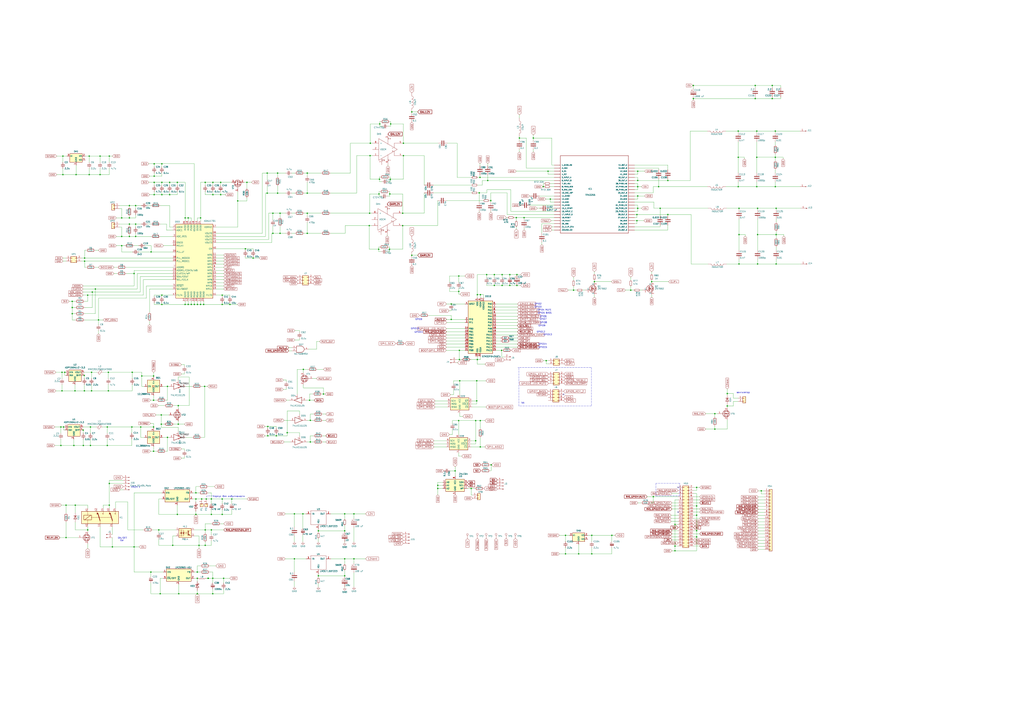
<source format=kicad_sch>
(kicad_sch (version 20211123) (generator eeschema)
  (paper "A1")
  (lib_symbols
    (symbol "ADAU1701RasPi-rescue:74AHC1G125-74xGxx" (pin_names (offset 1.016))
      (property "Reference" "U" (at -2.54 3.81 0))
      (property "Value" "74AHC1G125-74xGxx" (at 0 -3.81 0))
      (symbol "74AHC1G125-74xGxx_1_1"
        (pin input inverted (at 0 5.08 270) (length 3.81) (name "~") (number "1"))
        (pin input line (at -7.62 0 0) (length 3.81) (name "~") (number "2"))
        (pin power_in line (at 1.27 -1.27 270) (length 0) hide (name "GND") (number "3"))
        (pin tri_state line (at 6.35 0 180) (length 3.81) (name "~") (number "4"))
        (pin power_in line (at 1.27 1.27 90) (length 0) hide (name "3V3") (number "5"))
      )
    )
    (symbol "ADAU1701RasPi-rescue:74LVC1G08-74xGxx" (pin_names (offset 1.016))
      (property "Reference" "U" (at -2.54 3.81 0))
      (property "Value" "74LVC1G08-74xGxx" (at 0 -3.81 0))
      (symbol "74LVC1G08-74xGxx_1_1"
        (pin input line (at -7.62 1.27 0) (length 3.81) (name "~") (number "1"))
        (pin input line (at -7.62 -1.27 0) (length 3.81) (name "~") (number "2"))
        (pin power_in line (at 0 -2.54 270) (length 0) hide (name "GND") (number "3"))
        (pin output line (at 6.35 0 180) (length 3.81) (name "~") (number "4"))
        (pin power_in line (at 0 2.54 90) (length 0) hide (name "3V3") (number "5"))
      )
    )
    (symbol "ADAU1701RasPi-rescue:ADAU1701-DSP_AnalogDevices"
      (property "Reference" "U" (at -12.7 31.75 0))
      (property "Value" "ADAU1701-DSP_AnalogDevices" (at 7.62 31.75 0))
      (symbol "ADAU1701-DSP_AnalogDevices_1_1"
        (pin power_in line (at -2.54 -33.02 90) (length 2.54) (name "AGND") (number "1"))
        (pin bidirectional line (at 17.78 2.54 180) (length 2.54) (name "MP1") (number "10"))
        (pin bidirectional line (at 17.78 5.08 180) (length 2.54) (name "MP0") (number "11"))
        (pin power_in line (at 5.08 -33.02 90) (length 2.54) (name "DGND") (number "12"))
        (pin power_in line (at 2.54 33.02 270) (length 2.54) (name "DVDD") (number "13"))
        (pin bidirectional line (at 17.78 -12.7 180) (length 2.54) (name "MP7") (number "14"))
        (pin bidirectional line (at 17.78 -10.16 180) (length 2.54) (name "MP6") (number "15"))
        (pin bidirectional line (at 17.78 -20.32 180) (length 2.54) (name "MP10") (number "16"))
        (pin output line (at 17.78 27.94 180) (length 2.54) (name "VDRIVE") (number "17"))
        (pin power_in line (at 0 33.02 270) (length 2.54) (name "IOVDD") (number "18"))
        (pin bidirectional line (at 17.78 -22.86 180) (length 2.54) (name "MP11") (number "19"))
        (pin input line (at -17.78 27.94 0) (length 2.54) (name "ADC0") (number "2"))
        (pin input line (at -17.78 -7.62 0) (length 2.54) (name "ADDR1/CDATA/WB") (number "20"))
        (pin bidirectional line (at -17.78 -10.16 0) (length 2.54) (name "CLATCH/WP") (number "21"))
        (pin bidirectional line (at -17.78 -12.7 0) (length 2.54) (name "SDA/COUT") (number "22"))
        (pin bidirectional line (at -17.78 -15.24 0) (length 2.54) (name "SCL/CCLK") (number "23"))
        (pin power_in line (at 5.08 33.02 270) (length 2.54) (name "DVDD") (number "24"))
        (pin power_in line (at 7.62 -33.02 90) (length 2.54) (name "DGND") (number "25"))
        (pin bidirectional line (at 17.78 -17.78 180) (length 2.54) (name "MP9") (number "26"))
        (pin bidirectional line (at 17.78 -15.24 180) (length 2.54) (name "MP8") (number "27"))
        (pin bidirectional line (at 17.78 -2.54 180) (length 2.54) (name "MP3") (number "28"))
        (pin bidirectional line (at 17.78 0 180) (length 2.54) (name "MP2") (number "29"))
        (pin passive line (at -17.78 20.32 0) (length 2.54) (name "ADC_RES") (number "3"))
        (pin passive line (at 2.54 -33.02 90) (length 2.54) (name "RSVD") (number "30"))
        (pin passive line (at -17.78 15.24 0) (length 2.54) (name "OSCO") (number "31"))
        (pin passive line (at -17.78 12.7 0) (length 2.54) (name "MCLKI") (number "32"))
        (pin power_in line (at 0 -33.02 90) (length 2.54) (name "PGND") (number "33"))
        (pin power_in line (at -2.54 33.02 270) (length 2.54) (name "PVDD") (number "34"))
        (pin passive line (at -17.78 7.62 0) (length 2.54) (name "PLL_LF") (number "35"))
        (pin power_in line (at -7.62 33.02 270) (length 2.54) (name "AVDD") (number "36"))
        (pin power_in line (at -7.62 -33.02 90) (length 2.54) (name "AGND") (number "37"))
        (pin input line (at -17.78 2.54 0) (length 2.54) (name "PLL_MODE0") (number "38"))
        (pin input line (at -17.78 0 0) (length 2.54) (name "PLL_MODE1") (number "39"))
        (pin input line (at -17.78 25.4 0) (length 2.54) (name "ADC1") (number "4"))
        (pin output line (at 17.78 10.16 180) (length 2.54) (name "CM") (number "40"))
        (pin output line (at 17.78 -27.94 180) (length 2.54) (name "FILTD") (number "41"))
        (pin power_in line (at -5.08 -33.02 90) (length 2.54) (name "AGND") (number "42"))
        (pin output line (at 17.78 15.24 180) (length 2.54) (name "VOUT3") (number "43"))
        (pin output line (at 17.78 17.78 180) (length 2.54) (name "VOUT2") (number "44"))
        (pin output line (at 17.78 20.32 180) (length 2.54) (name "VOUT1") (number "45"))
        (pin output line (at 17.78 22.86 180) (length 2.54) (name "VOUT0") (number "46"))
        (pin output line (at -17.78 -27.94 0) (length 2.54) (name "FILTA") (number "47"))
        (pin power_in line (at -5.08 33.02 270) (length 2.54) (name "AVDD") (number "48"))
        (pin input line (at -17.78 -20.32 0) (length 2.54) (name "~{RESET}") (number "5"))
        (pin input line (at -17.78 -22.86 0) (length 2.54) (name "SELFBOOT") (number "6"))
        (pin input line (at -17.78 -5.08 0) (length 2.54) (name "ADDR0") (number "7"))
        (pin bidirectional line (at 17.78 -5.08 180) (length 2.54) (name "MP4") (number "8"))
        (pin bidirectional line (at 17.78 -7.62 180) (length 2.54) (name "MP5") (number "9"))
      )
    )
    (symbol "Connector:Conn_01x01_Male" (pin_names (offset 1.016) hide)
      (property "Reference" "J" (at 0 2.54 0))
      (property "Value" "Conn_01x01_Male" (at 0 -2.54 0))
      (symbol "Conn_01x01_Male_1_1"
        (pin passive line (at 5.08 0 180) (length 3.81) (name "Pin_1") (number "1"))
      )
    )
    (symbol "Connector:Conn_01x02_Male" (pin_names (offset 1.016) hide)
      (property "Reference" "J" (at 0 2.54 0))
      (property "Value" "Conn_01x02_Male" (at 0 -5.08 0))
      (symbol "Conn_01x02_Male_1_1"
        (pin passive line (at 5.08 0 180) (length 3.81) (name "Pin_1") (number "1"))
        (pin passive line (at 5.08 -2.54 180) (length 3.81) (name "Pin_2") (number "2"))
      )
    )
    (symbol "Connector:Conn_01x04_Male" (pin_names (offset 1.016) hide)
      (property "Reference" "J" (at 0 5.08 0))
      (property "Value" "Conn_01x04_Male" (at 0 -7.62 0))
      (symbol "Conn_01x04_Male_1_1"
        (pin passive line (at 5.08 2.54 180) (length 3.81) (name "Pin_1") (number "1"))
        (pin passive line (at 5.08 0 180) (length 3.81) (name "Pin_2") (number "2"))
        (pin passive line (at 5.08 -2.54 180) (length 3.81) (name "Pin_3") (number "3"))
        (pin passive line (at 5.08 -5.08 180) (length 3.81) (name "Pin_4") (number "4"))
      )
    )
    (symbol "Connector:Conn_01x05_Male" (pin_names (offset 1.016) hide)
      (property "Reference" "J" (at 0 7.62 0))
      (property "Value" "Conn_01x05_Male" (at 0 -7.62 0))
      (symbol "Conn_01x05_Male_1_1"
        (pin passive line (at 5.08 5.08 180) (length 3.81) (name "Pin_1") (number "1"))
        (pin passive line (at 5.08 2.54 180) (length 3.81) (name "Pin_2") (number "2"))
        (pin passive line (at 5.08 0 180) (length 3.81) (name "Pin_3") (number "3"))
        (pin passive line (at 5.08 -2.54 180) (length 3.81) (name "Pin_4") (number "4"))
        (pin passive line (at 5.08 -5.08 180) (length 3.81) (name "Pin_5") (number "5"))
      )
    )
    (symbol "Connector:TestPoint" (pin_numbers hide) (pin_names (offset 0.762) hide)
      (property "Reference" "TP" (at 0 6.858 0))
      (property "Value" "TestPoint" (at 0 5.08 0))
      (symbol "TestPoint_1_1"
        (pin passive line (at 0 0 90) (length 2.54) (name "1") (number "1"))
      )
    )
    (symbol "Connector_Generic:Conn_01x01" (pin_names (offset 1.016) hide)
      (property "Reference" "J" (at 0 2.54 0))
      (property "Value" "Conn_01x01" (at 0 -2.54 0))
      (symbol "Conn_01x01_1_1"
        (pin passive line (at -5.08 0 0) (length 3.81) (name "Pin_1") (number "1"))
      )
    )
    (symbol "Connector_Generic:Conn_01x02" (pin_names (offset 1.016) hide)
      (property "Reference" "J" (at 0 2.54 0))
      (property "Value" "Conn_01x02" (at 0 -5.08 0))
      (symbol "Conn_01x02_1_1"
        (pin passive line (at -5.08 0 0) (length 3.81) (name "Pin_1") (number "1"))
        (pin passive line (at -5.08 -2.54 0) (length 3.81) (name "Pin_2") (number "2"))
      )
    )
    (symbol "Connector_Generic:Conn_01x20" (pin_names (offset 1.016) hide)
      (property "Reference" "J" (at 0 25.4 0))
      (property "Value" "Conn_01x20" (at 0 -27.94 0))
      (symbol "Conn_01x20_1_1"
        (pin passive line (at -5.08 22.86 0) (length 3.81) (name "Pin_1") (number "1"))
        (pin passive line (at -5.08 0 0) (length 3.81) (name "Pin_10") (number "10"))
        (pin passive line (at -5.08 -2.54 0) (length 3.81) (name "Pin_11") (number "11"))
        (pin passive line (at -5.08 -5.08 0) (length 3.81) (name "Pin_12") (number "12"))
        (pin passive line (at -5.08 -7.62 0) (length 3.81) (name "Pin_13") (number "13"))
        (pin passive line (at -5.08 -10.16 0) (length 3.81) (name "Pin_14") (number "14"))
        (pin passive line (at -5.08 -12.7 0) (length 3.81) (name "Pin_15") (number "15"))
        (pin passive line (at -5.08 -15.24 0) (length 3.81) (name "Pin_16") (number "16"))
        (pin passive line (at -5.08 -17.78 0) (length 3.81) (name "Pin_17") (number "17"))
        (pin passive line (at -5.08 -20.32 0) (length 3.81) (name "Pin_18") (number "18"))
        (pin passive line (at -5.08 -22.86 0) (length 3.81) (name "Pin_19") (number "19"))
        (pin passive line (at -5.08 20.32 0) (length 3.81) (name "Pin_2") (number "2"))
        (pin passive line (at -5.08 -25.4 0) (length 3.81) (name "Pin_20") (number "20"))
        (pin passive line (at -5.08 17.78 0) (length 3.81) (name "Pin_3") (number "3"))
        (pin passive line (at -5.08 15.24 0) (length 3.81) (name "Pin_4") (number "4"))
        (pin passive line (at -5.08 12.7 0) (length 3.81) (name "Pin_5") (number "5"))
        (pin passive line (at -5.08 10.16 0) (length 3.81) (name "Pin_6") (number "6"))
        (pin passive line (at -5.08 7.62 0) (length 3.81) (name "Pin_7") (number "7"))
        (pin passive line (at -5.08 5.08 0) (length 3.81) (name "Pin_8") (number "8"))
        (pin passive line (at -5.08 2.54 0) (length 3.81) (name "Pin_9") (number "9"))
      )
    )
    (symbol "Connector_Generic:Conn_02x02_Odd_Even" (pin_names (offset 1.016) hide)
      (property "Reference" "J" (at 1.27 2.54 0))
      (property "Value" "Conn_02x02_Odd_Even" (at 1.27 -5.08 0))
      (symbol "Conn_02x02_Odd_Even_1_1"
        (pin passive line (at -5.08 0 0) (length 3.81) (name "Pin_1") (number "1"))
        (pin passive line (at 7.62 0 180) (length 3.81) (name "Pin_2") (number "2"))
        (pin passive line (at -5.08 -2.54 0) (length 3.81) (name "Pin_3") (number "3"))
        (pin passive line (at 7.62 -2.54 180) (length 3.81) (name "Pin_4") (number "4"))
      )
    )
    (symbol "Connector_Generic:Conn_02x03_Odd_Even" (pin_names (offset 1.016) hide)
      (property "Reference" "J" (at 1.27 5.08 0))
      (property "Value" "Conn_02x03_Odd_Even" (at 1.27 -5.08 0))
      (symbol "Conn_02x03_Odd_Even_1_1"
        (pin passive line (at -5.08 2.54 0) (length 3.81) (name "Pin_1") (number "1"))
        (pin passive line (at 7.62 2.54 180) (length 3.81) (name "Pin_2") (number "2"))
        (pin passive line (at -5.08 0 0) (length 3.81) (name "Pin_3") (number "3"))
        (pin passive line (at 7.62 0 180) (length 3.81) (name "Pin_4") (number "4"))
        (pin passive line (at -5.08 -2.54 0) (length 3.81) (name "Pin_5") (number "5"))
        (pin passive line (at 7.62 -2.54 180) (length 3.81) (name "Pin_6") (number "6"))
      )
    )
    (symbol "Connector_Generic:Conn_02x04_Odd_Even" (pin_names (offset 1.016) hide)
      (property "Reference" "J" (at 1.27 5.08 0))
      (property "Value" "Conn_02x04_Odd_Even" (at 1.27 -7.62 0))
      (symbol "Conn_02x04_Odd_Even_1_1"
        (pin passive line (at -5.08 2.54 0) (length 3.81) (name "Pin_1") (number "1"))
        (pin passive line (at 7.62 2.54 180) (length 3.81) (name "Pin_2") (number "2"))
        (pin passive line (at -5.08 0 0) (length 3.81) (name "Pin_3") (number "3"))
        (pin passive line (at 7.62 0 180) (length 3.81) (name "Pin_4") (number "4"))
        (pin passive line (at -5.08 -2.54 0) (length 3.81) (name "Pin_5") (number "5"))
        (pin passive line (at 7.62 -2.54 180) (length 3.81) (name "Pin_6") (number "6"))
        (pin passive line (at -5.08 -5.08 0) (length 3.81) (name "Pin_7") (number "7"))
        (pin passive line (at 7.62 -5.08 180) (length 3.81) (name "Pin_8") (number "8"))
      )
    )
    (symbol "Connector_Generic:Conn_02x20_Odd_Even" (pin_names (offset 1.016) hide)
      (property "Reference" "J" (at 1.27 25.4 0))
      (property "Value" "Conn_02x20_Odd_Even" (at 1.27 -27.94 0))
      (symbol "Conn_02x20_Odd_Even_1_1"
        (pin passive line (at -5.08 22.86 0) (length 3.81) (name "Pin_1") (number "1"))
        (pin passive line (at 7.62 12.7 180) (length 3.81) (name "Pin_10") (number "10"))
        (pin passive line (at -5.08 10.16 0) (length 3.81) (name "Pin_11") (number "11"))
        (pin passive line (at 7.62 10.16 180) (length 3.81) (name "Pin_12") (number "12"))
        (pin passive line (at -5.08 7.62 0) (length 3.81) (name "Pin_13") (number "13"))
        (pin passive line (at 7.62 7.62 180) (length 3.81) (name "Pin_14") (number "14"))
        (pin passive line (at -5.08 5.08 0) (length 3.81) (name "Pin_15") (number "15"))
        (pin passive line (at 7.62 5.08 180) (length 3.81) (name "Pin_16") (number "16"))
        (pin passive line (at -5.08 2.54 0) (length 3.81) (name "Pin_17") (number "17"))
        (pin passive line (at 7.62 2.54 180) (length 3.81) (name "Pin_18") (number "18"))
        (pin passive line (at -5.08 0 0) (length 3.81) (name "Pin_19") (number "19"))
        (pin passive line (at 7.62 22.86 180) (length 3.81) (name "Pin_2") (number "2"))
        (pin passive line (at 7.62 0 180) (length 3.81) (name "Pin_20") (number "20"))
        (pin passive line (at -5.08 -2.54 0) (length 3.81) (name "Pin_21") (number "21"))
        (pin passive line (at 7.62 -2.54 180) (length 3.81) (name "Pin_22") (number "22"))
        (pin passive line (at -5.08 -5.08 0) (length 3.81) (name "Pin_23") (number "23"))
        (pin passive line (at 7.62 -5.08 180) (length 3.81) (name "Pin_24") (number "24"))
        (pin passive line (at -5.08 -7.62 0) (length 3.81) (name "Pin_25") (number "25"))
        (pin passive line (at 7.62 -7.62 180) (length 3.81) (name "Pin_26") (number "26"))
        (pin passive line (at -5.08 -10.16 0) (length 3.81) (name "Pin_27") (number "27"))
        (pin passive line (at 7.62 -10.16 180) (length 3.81) (name "Pin_28") (number "28"))
        (pin passive line (at -5.08 -12.7 0) (length 3.81) (name "Pin_29") (number "29"))
        (pin passive line (at -5.08 20.32 0) (length 3.81) (name "Pin_3") (number "3"))
        (pin passive line (at 7.62 -12.7 180) (length 3.81) (name "Pin_30") (number "30"))
        (pin passive line (at -5.08 -15.24 0) (length 3.81) (name "Pin_31") (number "31"))
        (pin passive line (at 7.62 -15.24 180) (length 3.81) (name "Pin_32") (number "32"))
        (pin passive line (at -5.08 -17.78 0) (length 3.81) (name "Pin_33") (number "33"))
        (pin passive line (at 7.62 -17.78 180) (length 3.81) (name "Pin_34") (number "34"))
        (pin passive line (at -5.08 -20.32 0) (length 3.81) (name "Pin_35") (number "35"))
        (pin passive line (at 7.62 -20.32 180) (length 3.81) (name "Pin_36") (number "36"))
        (pin passive line (at -5.08 -22.86 0) (length 3.81) (name "Pin_37") (number "37"))
        (pin passive line (at 7.62 -22.86 180) (length 3.81) (name "Pin_38") (number "38"))
        (pin passive line (at -5.08 -25.4 0) (length 3.81) (name "Pin_39") (number "39"))
        (pin passive line (at 7.62 20.32 180) (length 3.81) (name "Pin_4") (number "4"))
        (pin passive line (at 7.62 -25.4 180) (length 3.81) (name "Pin_40") (number "40"))
        (pin passive line (at -5.08 17.78 0) (length 3.81) (name "Pin_5") (number "5"))
        (pin passive line (at 7.62 17.78 180) (length 3.81) (name "Pin_6") (number "6"))
        (pin passive line (at -5.08 15.24 0) (length 3.81) (name "Pin_7") (number "7"))
        (pin passive line (at 7.62 15.24 180) (length 3.81) (name "Pin_8") (number "8"))
        (pin passive line (at -5.08 12.7 0) (length 3.81) (name "Pin_9") (number "9"))
      )
    )
    (symbol "Device:C" (pin_numbers hide) (pin_names (offset 0.254))
      (property "Reference" "C" (at 0.635 2.54 0))
      (property "Value" "C" (at 0.635 -2.54 0))
      (symbol "C_1_1"
        (pin passive line (at 0 3.81 270) (length 2.794) (name "~") (number "1"))
        (pin passive line (at 0 -3.81 90) (length 2.794) (name "~") (number "2"))
      )
    )
    (symbol "Device:C_Polarized" (pin_numbers hide) (pin_names (offset 0.254))
      (property "Reference" "C" (at 0.635 2.54 0))
      (property "Value" "C_Polarized" (at 0.635 -2.54 0))
      (symbol "C_Polarized_1_1"
        (pin passive line (at 0 3.81 270) (length 2.794) (name "~") (number "1"))
        (pin passive line (at 0 -3.81 90) (length 2.794) (name "~") (number "2"))
      )
    )
    (symbol "Device:C_Polarized_Small" (pin_numbers hide) (pin_names (offset 0.254) hide)
      (property "Reference" "C" (at 0.254 1.778 0))
      (property "Value" "C_Polarized_Small" (at 0.254 -2.032 0))
      (symbol "C_Polarized_Small_1_1"
        (pin passive line (at 0 2.54 270) (length 1.8542) (name "~") (number "1"))
        (pin passive line (at 0 -2.54 90) (length 1.8542) (name "~") (number "2"))
      )
    )
    (symbol "Device:C_Small" (pin_numbers hide) (pin_names (offset 0.254) hide)
      (property "Reference" "C" (at 0.254 1.778 0))
      (property "Value" "C_Small" (at 0.254 -2.032 0))
      (symbol "C_Small_1_1"
        (pin passive line (at 0 2.54 270) (length 2.032) (name "~") (number "1"))
        (pin passive line (at 0 -2.54 90) (length 2.032) (name "~") (number "2"))
      )
    )
    (symbol "Device:D" (pin_numbers hide) (pin_names (offset 1.016) hide)
      (property "Reference" "D" (at 0 2.54 0))
      (property "Value" "D" (at 0 -2.54 0))
      (symbol "D_1_1"
        (pin passive line (at -3.81 0 0) (length 2.54) (name "K") (number "1"))
        (pin passive line (at 3.81 0 180) (length 2.54) (name "A") (number "2"))
      )
    )
    (symbol "Device:D_Schottky" (pin_numbers hide) (pin_names (offset 1.016) hide)
      (property "Reference" "D" (at 0 2.54 0))
      (property "Value" "D_Schottky" (at 0 -2.54 0))
      (symbol "D_Schottky_1_1"
        (pin passive line (at -3.81 0 0) (length 2.54) (name "K") (number "1"))
        (pin passive line (at 3.81 0 180) (length 2.54) (name "A") (number "2"))
      )
    )
    (symbol "Device:FerriteBead_Small" (pin_numbers hide) (pin_names (offset 0))
      (property "Reference" "FB" (at 1.905 1.27 0))
      (property "Value" "FerriteBead_Small" (at 1.905 -1.27 0))
      (symbol "FerriteBead_Small_1_1"
        (pin passive line (at 0 2.54 270) (length 1.27) (name "~") (number "1"))
        (pin passive line (at 0 -2.54 90) (length 1.27) (name "~") (number "2"))
      )
    )
    (symbol "Device:L" (pin_numbers hide) (pin_names (offset 1.016) hide)
      (property "Reference" "L" (at -1.27 0 90))
      (property "Value" "L" (at 1.905 0 90))
      (symbol "L_1_1"
        (pin passive line (at 0 3.81 270) (length 1.27) (name "1") (number "1"))
        (pin passive line (at 0 -3.81 90) (length 1.27) (name "2") (number "2"))
      )
    )
    (symbol "Device:R" (pin_numbers hide) (pin_names (offset 0))
      (property "Reference" "R" (at 2.032 0 90))
      (property "Value" "R" (at 0 0 90))
      (symbol "R_1_1"
        (pin passive line (at 0 3.81 270) (length 1.27) (name "~") (number "1"))
        (pin passive line (at 0 -3.81 90) (length 1.27) (name "~") (number "2"))
      )
    )
    (symbol "Device:R_Small" (pin_numbers hide) (pin_names (offset 0.254) hide)
      (property "Reference" "R" (at 0.762 0.508 0))
      (property "Value" "R_Small" (at 0.762 -1.016 0))
      (symbol "R_Small_1_1"
        (pin passive line (at 0 2.54 270) (length 0.762) (name "~") (number "1"))
        (pin passive line (at 0 -2.54 90) (length 0.762) (name "~") (number "2"))
      )
    )
    (symbol "Isolator:EL814" (pin_names (offset 1.016))
      (property "Reference" "U" (at -5.334 4.826 0))
      (property "Value" "EL814" (at 0 5.08 0))
      (symbol "EL814_1_1"
        (pin passive line (at -7.62 2.54 0) (length 2.54) (name "~") (number "1"))
        (pin passive line (at -7.62 -2.54 0) (length 2.54) (name "~") (number "2"))
        (pin passive line (at 7.62 -2.54 180) (length 2.54) (name "~") (number "3"))
        (pin passive line (at 7.62 2.54 180) (length 2.54) (name "~") (number "4"))
      )
    )
    (symbol "MCU_ST_STM32F0:STM32F042K6Tx"
      (property "Reference" "U" (at -10.16 21.59 0))
      (property "Value" "STM32F042K6Tx" (at 5.08 21.59 0))
      (symbol "STM32F042K6Tx_1_1"
        (pin power_in line (at -2.54 22.86 270) (length 2.54) (name "VDD") (number "1"))
        (pin bidirectional line (at 12.7 7.62 180) (length 2.54) (name "PA4") (number "10"))
        (pin bidirectional line (at 12.7 5.08 180) (length 2.54) (name "PA5") (number "11"))
        (pin bidirectional line (at 12.7 2.54 180) (length 2.54) (name "PA6") (number "12"))
        (pin bidirectional line (at 12.7 0 180) (length 2.54) (name "PA7") (number "13"))
        (pin bidirectional line (at -12.7 -2.54 0) (length 2.54) (name "PB0") (number "14"))
        (pin bidirectional line (at -12.7 -5.08 0) (length 2.54) (name "PB1") (number "15"))
        (pin power_in line (at -2.54 -25.4 90) (length 2.54) (name "VSS") (number "16"))
        (pin power_in line (at 2.54 22.86 270) (length 2.54) (name "VDDIO2") (number "17"))
        (pin bidirectional line (at 12.7 -2.54 180) (length 2.54) (name "PA8") (number "18"))
        (pin bidirectional line (at 12.7 -5.08 180) (length 2.54) (name "PA9") (number "19"))
        (pin input line (at -12.7 5.08 0) (length 2.54) (name "PF0") (number "2"))
        (pin bidirectional line (at 12.7 -7.62 180) (length 2.54) (name "PA10") (number "20"))
        (pin bidirectional line (at 12.7 -10.16 180) (length 2.54) (name "PA11") (number "21"))
        (pin bidirectional line (at 12.7 -12.7 180) (length 2.54) (name "PA12") (number "22"))
        (pin bidirectional line (at 12.7 -15.24 180) (length 2.54) (name "PA13") (number "23"))
        (pin bidirectional line (at 12.7 -17.78 180) (length 2.54) (name "PA14") (number "24"))
        (pin bidirectional line (at 12.7 -20.32 180) (length 2.54) (name "PA15") (number "25"))
        (pin bidirectional line (at -12.7 -7.62 0) (length 2.54) (name "PB3") (number "26"))
        (pin bidirectional line (at -12.7 -10.16 0) (length 2.54) (name "PB4") (number "27"))
        (pin bidirectional line (at -12.7 -12.7 0) (length 2.54) (name "PB5") (number "28"))
        (pin bidirectional line (at -12.7 -15.24 0) (length 2.54) (name "PB6") (number "29"))
        (pin input line (at -12.7 2.54 0) (length 2.54) (name "PF1") (number "3"))
        (pin bidirectional line (at -12.7 -17.78 0) (length 2.54) (name "PB7") (number "30"))
        (pin bidirectional line (at -12.7 -20.32 0) (length 2.54) (name "PB8") (number "31"))
        (pin power_in line (at 0 -25.4 90) (length 2.54) (name "VSSA") (number "32"))
        (pin input line (at -12.7 17.78 0) (length 2.54) (name "NRST") (number "4"))
        (pin power_in line (at 0 22.86 270) (length 2.54) (name "VDDA") (number "5"))
        (pin bidirectional line (at 12.7 17.78 180) (length 2.54) (name "PA0") (number "6"))
        (pin bidirectional line (at 12.7 15.24 180) (length 2.54) (name "PA1") (number "7"))
        (pin bidirectional line (at 12.7 12.7 180) (length 2.54) (name "PA2") (number "8"))
        (pin bidirectional line (at 12.7 10.16 180) (length 2.54) (name "PA3") (number "9"))
      )
    )
    (symbol "Memory_EEPROM:24LC64"
      (property "Reference" "U" (at -6.35 6.35 0))
      (property "Value" "24LC64" (at 1.27 6.35 0))
      (symbol "24LC64_1_1"
        (pin input line (at -10.16 2.54 0) (length 2.54) (name "A0") (number "1"))
        (pin input line (at -10.16 0 0) (length 2.54) (name "A1") (number "2"))
        (pin input line (at -10.16 -2.54 0) (length 2.54) (name "A2") (number "3"))
        (pin power_in line (at 0 -7.62 90) (length 2.54) (name "GND") (number "4"))
        (pin bidirectional line (at 10.16 2.54 180) (length 2.54) (name "SDA") (number "5"))
        (pin input line (at 10.16 0 180) (length 2.54) (name "SCL") (number "6"))
        (pin input line (at 10.16 -2.54 180) (length 2.54) (name "WP") (number "7"))
        (pin power_in line (at 0 7.62 270) (length 2.54) (name "VCC") (number "8"))
      )
    )
    (symbol "Memory_EEPROM:25LCxxx"
      (property "Reference" "U" (at -7.62 6.35 0))
      (property "Value" "25LCxxx" (at 2.54 -6.35 0))
      (symbol "25LCxxx_1_1"
        (pin input line (at -10.16 -2.54 0) (length 2.54) (name "~{CS}") (number "1"))
        (pin tri_state line (at 10.16 -2.54 180) (length 2.54) (name "MISO") (number "2"))
        (pin input line (at -10.16 2.54 0) (length 2.54) (name "~{WP}") (number "3"))
        (pin power_in line (at 0 -7.62 90) (length 2.54) (name "GND") (number "4"))
        (pin input line (at 10.16 0 180) (length 2.54) (name "MOSI") (number "5"))
        (pin input line (at 10.16 2.54 180) (length 2.54) (name "SCK") (number "6"))
        (pin input line (at -10.16 0 0) (length 2.54) (name "~{HOLD}") (number "7"))
        (pin power_in line (at 0 7.62 270) (length 2.54) (name "VCC") (number "8"))
      )
    )
    (symbol "Oscillator:XO32" (pin_names (offset 0.254))
      (property "Reference" "X" (at -5.08 6.35 0))
      (property "Value" "XO32" (at 1.27 -6.35 0))
      (symbol "XO32_1_1"
        (pin input line (at -7.62 0 0) (length 2.54) (name "EN") (number "1"))
        (pin power_in line (at 0 -7.62 90) (length 2.54) (name "GND") (number "2"))
        (pin output line (at 7.62 0 180) (length 2.54) (name "OUT") (number "3"))
        (pin power_in line (at 0 7.62 270) (length 2.54) (name "V+") (number "4"))
      )
    )
    (symbol "Regulator_Linear:LD3985G33R_TSOT23" (pin_names (offset 0.254))
      (property "Reference" "U" (at -4.064 5.588 0))
      (property "Value" "LD3985G33R_TSOT23" (at 0 5.588 0))
      (symbol "LD3985G33R_TSOT23_1_1"
        (pin power_in line (at -7.62 2.54 0) (length 2.54) (name "VIN") (number "1"))
        (pin power_in line (at 0 -7.62 90) (length 2.54) (name "GND") (number "2"))
        (pin input line (at -7.62 0 0) (length 2.54) (name "INH") (number "3"))
        (pin input line (at 7.62 0 180) (length 2.54) (name "BYP") (number "4"))
        (pin power_out line (at 7.62 2.54 180) (length 2.54) (name "VOUT") (number "5"))
      )
    )
    (symbol "Regulator_Switching:LM2596S-ADJ"
      (property "Reference" "U" (at -10.16 6.35 0))
      (property "Value" "LM2596S-ADJ" (at 0 6.35 0))
      (symbol "LM2596S-ADJ_1_1"
        (pin power_in line (at -12.7 2.54 0) (length 2.54) (name "VIN") (number "1"))
        (pin output line (at 12.7 -2.54 180) (length 2.54) (name "OUT") (number "2"))
        (pin power_in line (at 0 -7.62 90) (length 2.54) (name "GND") (number "3"))
        (pin input line (at 12.7 2.54 180) (length 2.54) (name "FB") (number "4"))
        (pin input line (at -12.7 -2.54 0) (length 2.54) (name "~{ON}/OFF") (number "5"))
      )
    )
    (symbol "Relay:RTE2xxxx"
      (property "Reference" "K" (at 16.51 3.81 0))
      (property "Value" "RTE2xxxx" (at 16.51 1.27 0))
      (symbol "RTE2xxxx_1_1"
        (pin passive line (at 0 -7.62 90) (length 2.54) (name "~") (number "11"))
        (pin passive line (at -2.54 7.62 270) (length 2.54) (name "~") (number "12"))
        (pin passive line (at 2.54 7.62 270) (length 2.54) (name "~") (number "14"))
        (pin passive line (at 10.16 -7.62 90) (length 2.54) (name "~") (number "21"))
        (pin passive line (at 7.62 7.62 270) (length 2.54) (name "~") (number "22"))
        (pin passive line (at 12.7 7.62 270) (length 2.54) (name "~") (number "24"))
        (pin passive line (at -10.16 7.62 270) (length 2.54) (name "~") (number "A1"))
        (pin passive line (at -10.16 -7.62 90) (length 2.54) (name "~") (number "A2"))
      )
    )
    (symbol "Streamer_ADAU1701-rescue:2N7002-transistors-RDC2-0034A-rescue-RDC2-0034v2-rescue" (pin_names (offset 0))
      (property "Reference" "Q" (at 5.08 1.905 0))
      (property "Value" "2N7002-transistors-RDC2-0034A-rescue-RDC2-0034v2-rescue" (at 5.08 0 0))
      (symbol "2N7002-transistors-RDC2-0034A-rescue-RDC2-0034v2-rescue_1_1"
        (pin passive line (at -5.08 -1.27 0) (length 5.08) (name "G") (number "1"))
        (pin passive line (at 2.54 -5.08 90) (length 2.54) (name "S") (number "2"))
        (pin passive line (at 2.54 5.08 270) (length 2.54) (name "D") (number "3"))
      )
    )
    (symbol "Streamer_ADAU1701-rescue:74AHC1G125-74xGxx-PCM5242Master-rescue" (pin_names (offset 1.016))
      (property "Reference" "U" (at -2.54 3.81 0))
      (property "Value" "74AHC1G125-74xGxx-PCM5242Master-rescue" (at 0 -3.81 0))
      (symbol "74AHC1G125-74xGxx-PCM5242Master-rescue_1_1"
        (pin input inverted (at 0 5.08 270) (length 3.81) (name "~") (number "1"))
        (pin input line (at -7.62 0 0) (length 3.81) (name "~") (number "2"))
        (pin power_in line (at 1.27 -1.27 270) (length 0) (name "GND") (number "3"))
        (pin tri_state line (at 6.35 0 180) (length 3.81) (name "~") (number "4"))
        (pin power_in line (at 1.27 1.27 90) (length 0) (name "3V3") (number "5"))
      )
    )
    (symbol "Streamer_ADAU1701-rescue:GND-power-RDC2-0034v2-rescue" (power) (pin_names (offset 0))
      (property "Value" "GND-power-RDC2-0034v2-rescue" (at 0 -3.81 0))
      (symbol "GND-power-RDC2-0034v2-rescue_1_1"
        (pin power_in line (at 0 0 270) (length 0) hide (name "GND") (number "1"))
      )
    )
    (symbol "Streamer_ADAU1701-rescue:INDUCTOR-LCF1-rescue-RDC2-0034v2-rescue" (pin_numbers hide) (pin_names (offset 1.016) hide)
      (property "Reference" "L" (at -1.27 0 90))
      (property "Value" "INDUCTOR-LCF1-rescue-RDC2-0034v2-rescue" (at 2.54 0 90))
      (symbol "INDUCTOR-LCF1-rescue-RDC2-0034v2-rescue_1_1"
        (pin passive line (at 0 7.62 270) (length 2.54) (name "1") (number "1"))
        (pin passive line (at 0 -7.62 90) (length 2.54) (name "2") (number "2"))
      )
    )
    (symbol "Streamer_ADAU1701-rescue:INDUCTOR-RDC2-0034-rescue-RDC2-0034A-rescue-RDC2-0034v2-rescue" (pin_numbers hide) (pin_names (offset 1.016) hide)
      (property "Reference" "L" (at -1.27 0 90))
      (property "Value" "INDUCTOR-RDC2-0034-rescue-RDC2-0034A-rescue-RDC2-0034v2-rescue" (at 2.54 0 90))
      (symbol "INDUCTOR-RDC2-0034-rescue-RDC2-0034A-rescue-RDC2-0034v2-rescue_1_1"
        (pin passive line (at 0 7.62 270) (length 2.54) (name "1") (number "1"))
        (pin passive line (at 0 -7.62 90) (length 2.54) (name "2") (number "2"))
      )
    )
    (symbol "Streamer_ADAU1701-rescue:LM1117-3.3-Regulator_Linear" (pin_names (offset 0.254))
      (property "Reference" "U" (at -3.81 3.175 0))
      (property "Value" "LM1117-3.3-Regulator_Linear" (at 0 3.175 0))
      (symbol "LM1117-3.3-Regulator_Linear_1_1"
        (pin power_in line (at 0 -7.62 90) (length 2.54) (name "GND") (number "1"))
        (pin power_out line (at 7.62 0 180) (length 2.54) (name "VO") (number "2"))
        (pin power_in line (at -7.62 0 0) (length 2.54) (name "VI") (number "3"))
        (pin power_out line (at 7.62 -3.175 180) (length 2.54) (name "VO") (number "4"))
      )
    )
    (symbol "Streamer_ADAU1701-rescue:LM317_SOT223-regul-RDC2-0034A-rescue-RDC2-0034v2-rescue" (pin_names (offset 1.016))
      (property "Reference" "U" (at 0 7.62 0))
      (property "Value" "LM317_SOT223-regul-RDC2-0034A-rescue-RDC2-0034v2-rescue" (at 1.27 -6.35 0))
      (symbol "LM317_SOT223-regul-RDC2-0034A-rescue-RDC2-0034v2-rescue_1_1"
        (pin input line (at 0 -8.89 90) (length 3.81) (name "ADJ") (number "1"))
        (pin power_out line (at 10.16 3.81 180) (length 3.81) (name "OUT") (number "2"))
        (pin input line (at -10.16 3.81 0) (length 3.81) (name "IN") (number "3"))
      )
    )
    (symbol "Streamer_ADAU1701-rescue:OPA1632-NewComponents_KiCad-Streamer_ADAU1452_AD1934-rescue" (pin_names (offset 1.016))
      (property "Reference" "DA" (at -3.81 13.97 0))
      (property "Value" "OPA1632-NewComponents_KiCad-Streamer_ADAU1452_AD1934-rescue" (at -3.81 10.16 0))
      (symbol "OPA1632-NewComponents_KiCad-Streamer_ADAU1452_AD1934-rescue_0_0"
        (text "+" (at 6.35 -1.27 0) (effects (font (size 1.27 1.27))))
        (text "-" (at 6.35 1.27 0) (effects (font (size 1.27 1.27))))
        (text "EN" (at -1.27 -8.89 0) (effects (font (size 1.27 1.27))))
        (text "V+" (at 3.81 8.89 0) (effects (font (size 1.27 1.27))))
        (text "V-" (at 3.81 -8.89 0) (effects (font (size 1.27 1.27))))
      )
      (symbol "OPA1632-NewComponents_KiCad-Streamer_ADAU1452_AD1934-rescue_1_1"
        (pin input line (at -10.16 -5.08 0) (length 5.08) (name "-") (number "1"))
        (pin input line (at -10.16 0 0) (length 5.08) (name "VOCM") (number "2"))
        (pin input line (at 2.54 12.7 270) (length 5.08) (name "~") (number "3"))
        (pin input line (at 15.24 -5.08 180) (length 5.08) (name "~") (number "4"))
        (pin input line (at 15.24 5.08 180) (length 5.08) (name "~") (number "5"))
        (pin input line (at 2.54 -12.7 90) (length 5.08) (name "~") (number "6"))
        (pin input line (at -2.54 -12.7 90) (length 5.08) (name "~") (number "7"))
        (pin input line (at -10.16 5.08 0) (length 5.08) (name "+") (number "8"))
      )
    )
    (symbol "Streamer_ADAU1701-rescue:TPA3255-RDC2-0034-rescue-RDC2-0034A-rescue-RDC2-0034v2-rescue" (pin_numbers hide) (pin_names (offset 1.016))
      (property "Reference" "IC" (at 20.32 30.48 0))
      (property "Value" "TPA3255-RDC2-0034-rescue-RDC2-0034A-rescue-RDC2-0034v2-rescue" (at 17.8308 25.4508 0))
      (symbol "TPA3255-RDC2-0034-rescue-RDC2-0034A-rescue-RDC2-0034v2-rescue_0_0"
        (pin bidirectional line (at -7.62 50.8 0) (length 5.08) (name "1_GVDD_AB") (number "1"))
        (pin input line (at -7.62 27.94 0) (length 5.08) (name "10_OSC_IOP") (number "10"))
        (pin input line (at -7.62 25.4 0) (length 5.08) (name "11_DVDD") (number "11"))
        (pin bidirectional line (at -7.62 22.86 0) (length 5.08) (name "12_GND") (number "12"))
        (pin bidirectional line (at -7.62 20.32 0) (length 5.08) (name "13_GND") (number "13"))
        (pin bidirectional line (at -7.62 17.78 0) (length 5.08) (name "14_AVDD") (number "14"))
        (pin output line (at -7.62 15.24 0) (length 5.08) (name "15_C_START") (number "15"))
        (pin output line (at -7.62 12.7 0) (length 5.08) (name "16_INPUT_C") (number "16"))
        (pin bidirectional line (at -7.62 10.16 0) (length 5.08) (name "17_INPUT_D") (number "17"))
        (pin bidirectional line (at -7.62 7.62 0) (length 5.08) (name "18_RESET") (number "18"))
        (pin bidirectional line (at -7.62 5.08 0) (length 5.08) (name "19_FAULT") (number "19"))
        (pin input line (at -7.62 48.26 0) (length 5.08) (name "2_VDD") (number "2"))
        (pin bidirectional line (at -7.62 2.54 0) (length 5.08) (name "20_VBG") (number "20"))
        (pin bidirectional line (at -7.62 0 0) (length 5.08) (name "21_CLIP_OTW") (number "21"))
        (pin bidirectional line (at -7.62 -2.54 0) (length 5.08) (name "22GVDD_CD") (number "22"))
        (pin input line (at 58.42 -2.54 180) (length 5.08) (name "23_BST_D") (number "23"))
        (pin input line (at 58.42 0 180) (length 5.08) (name "24_BST_C") (number "24"))
        (pin input line (at 58.42 2.54 180) (length 5.08) (name "25_GND") (number "25"))
        (pin input line (at 58.42 5.08 180) (length 5.08) (name "26_GND") (number "26"))
        (pin output line (at 58.42 7.62 180) (length 5.08) (name "27_OUT_D") (number "27"))
        (pin output line (at 58.42 10.16 180) (length 5.08) (name "28_OUT_D") (number "28"))
        (pin bidirectional line (at 58.42 12.7 180) (length 5.08) (name "29_PVDD_CD") (number "29"))
        (pin bidirectional line (at -7.62 45.72 0) (length 5.08) (name "3_M1") (number "3"))
        (pin bidirectional line (at 58.42 15.24 180) (length 5.08) (name "30_PVDD_CD") (number "30"))
        (pin bidirectional line (at 58.42 17.78 180) (length 5.08) (name "31_PVDD_CD") (number "31"))
        (pin bidirectional line (at 58.42 20.32 180) (length 5.08) (name "32_OUT_C") (number "32"))
        (pin bidirectional line (at 58.42 22.86 180) (length 5.08) (name "33_GND") (number "33"))
        (pin bidirectional line (at 58.42 25.4 180) (length 5.08) (name "34_GND") (number "34"))
        (pin output line (at 58.42 27.94 180) (length 5.08) (name "35_OUT_B") (number "35"))
        (pin output line (at 58.42 30.48 180) (length 5.08) (name "36_PVDD_AB") (number "36"))
        (pin input line (at 58.42 33.02 180) (length 5.08) (name "37_PVDD_AB") (number "37"))
        (pin input line (at 58.42 35.56 180) (length 5.08) (name "38_PVDD_AB") (number "38"))
        (pin input line (at 58.42 38.1 180) (length 5.08) (name "39_OUT_A") (number "39"))
        (pin input line (at -7.62 43.18 0) (length 5.08) (name "4_M2") (number "4"))
        (pin input line (at 58.42 40.64 180) (length 5.08) (name "40_OUT_A") (number "40"))
        (pin bidirectional line (at 58.42 43.18 180) (length 5.08) (name "41_GND") (number "41"))
        (pin bidirectional line (at 58.42 45.72 180) (length 5.08) (name "42_GND") (number "42"))
        (pin output line (at 58.42 48.26 180) (length 5.08) (name "43_BST_B") (number "43"))
        (pin output line (at 58.42 50.8 180) (length 5.08) (name "44_BST_A") (number "44"))
        (pin input line (at -7.62 40.64 0) (length 5.08) (name "5_INPUT_A") (number "5"))
        (pin bidirectional line (at -7.62 38.1 0) (length 5.08) (name "6_INPUT_B") (number "6"))
        (pin input line (at -7.62 35.56 0) (length 5.08) (name "7_OC_ADJ") (number "7"))
        (pin input line (at -7.62 33.02 0) (length 5.08) (name "8_FREQ_ADG") (number "8"))
        (pin bidirectional line (at -7.62 30.48 0) (length 5.08) (name "9_OSC_IOM") (number "9"))
      )
    )
    (symbol "Transistor_FET:BSS138" (pin_names hide)
      (property "Reference" "Q" (at 5.08 1.905 0))
      (property "Value" "BSS138" (at 5.08 0 0))
      (symbol "BSS138_1_1"
        (pin input line (at -5.08 0 0) (length 2.54) (name "G") (number "1"))
        (pin passive line (at 2.54 -5.08 90) (length 2.54) (name "S") (number "2"))
        (pin passive line (at 2.54 5.08 270) (length 2.54) (name "D") (number "3"))
      )
    )
  )
  (junction (at 620.268 70.231))
  (junction (at 164.719 250.19))
  (junction (at 226.949 358.14))
  (junction (at 68.326 353.441))
  (junction (at 636.778 107.696))
  (junction (at 471.043 238.506))
  (junction (at 174.752 487.934))
  (junction (at 170.94 475.244))
  (junction (at 92.329 449.453))
  (junction (at 154.559 179.07))
  (junction (at 606.298 129.286))
  (junction (at 248.793 422.275))
  (junction (at 451.993 163.576))
  (junction (at 111.379 168.91))
  (junction (at 229.997 175.26))
  (junction (at 132.461 348.615))
  (junction (at 174.879 160.02))
  (junction (at 424.561 225.679))
  (junction (at 448.564 296.418))
  (junction (at 69.342 321.183))
  (junction (at 159.639 250.19))
  (junction (at 554.355 452.628))
  (junction (at 331.343 127.889))
  (junction (at 188.849 250.19))
  (junction (at 411.988 287.909))
  (junction (at 168.529 149.86))
  (junction (at 182.499 410.083))
  (junction (at 261.493 436.245))
  (junction (at 241.808 422.275))
  (junction (at 51.689 143.51))
  (junction (at 424.561 234.569))
  (junction (at 446.278 153.416))
  (junction (at 252.349 175.26))
  (junction (at 535.178 231.521))
  (junction (at 174.879 149.86))
  (junction (at 157.099 250.19))
  (junction (at 542.163 171.196))
  (junction (at 637.413 171.196))
  (junction (at 390.652 345.694))
  (junction (at 106.299 168.91))
  (junction (at 283.083 473.202))
  (junction (at 54.229 415.163))
  (junction (at 606.933 216.916))
  (junction (at 637.413 216.916))
  (junction (at 182.499 422.783))
  (junction (at 88.138 366.141))
  (junction (at 486.029 439.928))
  (junction (at 78.359 237.49))
  (junction (at 139.319 160.02))
  (junction (at 523.113 176.276))
  (junction (at 89.789 128.27))
  (junction (at 587.121 352.679))
  (junction (at 392.049 242.189))
  (junction (at 625.221 403.352))
  (junction (at 116.459 308.991))
  (junction (at 391.541 312.928))
  (junction (at 168.529 448.183))
  (junction (at 572.135 423.418))
  (junction (at 254.889 345.44))
  (junction (at 132.969 250.19))
  (junction (at 160.909 410.083))
  (junction (at 59.309 247.65))
  (junction (at 88.138 350.901))
  (junction (at 160.909 422.783))
  (junction (at 52.197 350.901))
  (junction (at 637.413 192.786))
  (junction (at 548.513 148.336))
  (junction (at 377.571 312.928))
  (junction (at 464.439 439.928))
  (junction (at 115.57 350.901))
  (junction (at 252.349 191.77))
  (junction (at 311.912 101.854))
  (junction (at 163.449 448.183))
  (junction (at 536.575 408.178))
  (junction (at 106.299 184.15))
  (junction (at 132.969 149.86))
  (junction (at 376.809 226.822))
  (junction (at 283.083 422.275))
  (junction (at 69.469 214.63))
  (junction (at 359.537 401.447))
  (junction (at 141.859 448.183))
  (junction (at 82.169 128.27))
  (junction (at 412.369 225.679))
  (junction (at 195.199 165.1))
  (junction (at 606.298 153.416))
  (junction (at 488.188 231.521))
  (junction (at 145.669 422.783))
  (junction (at 123.952 470.154))
  (junction (at 110.109 449.453))
  (junction (at 219.964 358.14))
  (junction (at 132.969 134.62))
  (junction (at 373.761 386.969))
  (junction (at 392.049 295.529))
  (junction (at 174.752 475.234))
  (junction (at 132.969 242.57))
  (junction (at 394.208 145.796))
  (junction (at 597.281 333.629))
  (junction (at 126.619 160.02))
  (junction (at 338.201 91.948))
  (junction (at 126.619 134.62))
  (junction (at 146.431 348.615))
  (junction (at 181.229 160.02))
  (junction (at 219.456 158.75))
  (junction (at 311.658 147.32))
  (junction (at 400.558 148.336))
  (junction (at 99.949 179.07))
  (junction (at 622.173 216.916))
  (junction (at 304.165 117.729))
  (junction (at 160.909 405.003))
  (junction (at 622.173 171.196))
  (junction (at 572.135 415.798))
  (junction (at 59.309 257.81))
  (junction (at 587.121 339.979))
  (junction (at 377.317 287.909))
  (junction (at 523.748 148.336))
  (junction (at 168.021 317.5))
  (junction (at 254.254 328.93))
  (junction (at 73.279 128.27))
  (junction (at 167.259 250.19))
  (junction (at 224.155 191.77))
  (junction (at 403.352 382.016))
  (junction (at 165.608 410.083))
  (junction (at 320.548 147.32))
  (junction (at 162.052 470.154))
  (junction (at 636.778 153.416))
  (junction (at 523.748 140.716))
  (junction (at 403.098 164.846))
  (junction (at 80.899 262.89))
  (junction (at 290.703 459.232))
  (junction (at 50.038 350.901))
  (junction (at 424.053 178.816))
  (junction (at 169.418 410.083))
  (junction (at 406.019 234.569))
  (junction (at 331.343 117.729))
  (junction (at 89.789 415.163))
  (junction (at 132.969 160.02))
  (junction (at 330.708 185.42))
  (junction (at 377.317 295.529))
  (junction (at 152.019 250.19))
  (junction (at 370.586 249.809))
  (junction (at 124.079 207.01))
  (junction (at 290.703 422.275))
  (junction (at 152.019 179.07))
  (junction (at 523.748 171.196))
  (junction (at 597.281 323.469))
  (junction (at 523.748 153.416))
  (junction (at 126.111 350.901))
  (junction (at 74.295 350.901))
  (junction (at 606.298 107.696))
  (junction (at 99.949 201.93))
  (junction (at 569.468 70.231))
  (junction (at 418.719 234.569))
  (junction (at 235.839 355.6))
  (junction (at 68.453 366.141))
  (junction (at 249.174 303.53))
  (junction (at 173.609 435.483))
  (junction (at 50.927 321.183))
  (junction (at 572.135 441.198))
  (junction (at 183.642 475.234))
  (junction (at 391.541 329.438))
  (junction (at 61.595 321.183))
  (junction (at 162.05 475.244))
  (junction (at 190.373 410.083))
  (junction (at 634.238 70.231))
  (junction (at 108.331 350.901))
  (junction (at 523.748 161.036))
  (junction (at 554.355 448.818))
  (junction (at 438.023 113.411))
  (junction (at 108.585 305.943))
  (junction (at 486.029 455.168))
  (junction (at 283.083 459.232))
  (junction (at 50.038 366.141))
  (junction (at 132.461 340.995))
  (junction (at 51.689 128.27))
  (junction (at 146.431 333.375))
  (junction (at 554.355 431.038))
  (junction (at 303.276 185.42))
  (junction (at 173.609 422.783))
  (junction (at 60.706 366.141))
  (junction (at 126.111 308.991))
  (junction (at 621.538 107.696))
  (junction (at 518.033 238.506))
  (junction (at 207.899 212.09))
  (junction (at 283.083 436.245))
  (junction (at 72.009 435.483))
  (junction (at 162.179 250.19))
  (junction (at 621.538 153.416))
  (junction (at 62.484 143.51))
  (junction (at 219.456 142.24))
  (junction (at 254.889 363.22))
  (junction (at 130.429 435.483))
  (junction (at 475.234 455.168))
  (junction (at 394.462 345.694))
  (junction (at 111.379 194.31))
  (junction (at 394.462 367.284))
  (junction (at 261.493 473.202))
  (junction (at 265.684 323.85))
  (junction (at 170.94 475.233))
  (junction (at 137.541 359.41))
  (junction (at 224.155 175.26))
  (junction (at 502.539 439.928))
  (junction (at 393.573 158.496))
  (junction (at 311.277 159.385))
  (junction (at 154.559 250.19))
  (junction (at 406.019 225.679))
  (junction (at 229.997 191.77))
  (junction (at 173.609 410.083))
  (junction (at 572.135 436.118))
  (junction (at 89.027 321.183))
  (junction (at 126.111 328.93))
  (junction (at 252.349 142.24))
  (junction (at 182.499 250.19))
  (junction (at 126.111 370.84))
  (junction (at 622.173 192.786))
  (junction (at 73.279 143.51))
  (junction (at 89.027 305.943))
  (junction (at 72.009 242.57))
  (junction (at 319.913 204.851))
  (junction (at 69.215 308.483))
  (junction (at 634.238 81.026))
  (junction (at 548.513 176.276))
  (junction (at 572.135 400.558))
  (junction (at 621.538 129.286))
  (junction (at 359.537 398.907))
  (junction (at 540.893 153.416))
  (junction (at 636.778 129.286))
  (junction (at 394.589 242.189))
  (junction (at 146.812 487.934))
  (junction (at 303.53 175.26))
  (junction (at 164.719 179.07))
  (junction (at 139.319 149.86))
  (junction (at 126.619 144.78))
  (junction (at 430.403 178.816))
  (junction (at 219.964 350.52))
  (junction (at 168.529 435.483))
  (junction (at 75.184 321.183))
  (junction (at 106.299 194.31))
  (junction (at 606.933 171.196))
  (junction (at 386.969 401.447))
  (junction (at 426.593 113.411))
  (junction (at 202.819 149.86))
  (junction (at 53.213 305.943))
  (junction (at 227.965 142.24))
  (junction (at 227.965 158.75))
  (junction (at 106.299 179.07))
  (junction (at 569.468 81.026))
  (junction (at 464.439 455.168))
  (junction (at 390.652 362.204))
  (junction (at 311.023 204.851))
  (junction (at 111.379 184.15))
  (junction (at 241.808 459.232))
  (junction (at 54.229 441.833))
  (junction (at 181.229 149.86))
  (junction (at 330.708 175.26))
  (junction (at 50.927 305.943))
  (junction (at 162.052 487.934))
  (junction (at 145.669 149.86))
  (junction (at 99.949 194.31))
  (junction (at 370.586 262.509))
  (junction (at 59.309 252.73))
  (junction (at 320.802 101.854))
  (junction (at 69.469 212.09))
  (junction (at 523.113 181.356))
  (junction (at 201.549 204.47))
  (junction (at 303.911 127.889))
  (junction (at 376.809 239.522))
  (junction (at 110.109 224.79))
  (junction (at 131.572 487.934))
  (junction (at 61.849 415.163))
  (junction (at 620.268 81.026))
  (junction (at 137.541 317.5))
  (junction (at 376.682 345.694))
  (junction (at 399.669 225.679))
  (junction (at 75.184 305.943))
  (junction (at 89.789 397.383))
  (junction (at 320.167 159.385))
  (junction (at 74.295 366.141))
  (junction (at 606.933 192.786))
  (junction (at 252.349 158.75))
  (junction (at 338.201 209.804))
  (junction (at 412.369 234.569))
  (junction (at 182.499 242.57))
  (junction (at 126.619 149.86))
  (junction (at 82.169 143.51))
  (junction (at 75.819 240.03))
  (junction (at 418.719 225.679))
  (junction (at 450.088 140.716))
  (no_connect (at 462.915 324.104))
  (no_connect (at 556.895 420.878))
  (no_connect (at 556.895 400.558))
  (wire (pts (xy 572.135 403.098) (xy 569.595 403.098)))
  (wire (pts (xy 239.649 158.75) (xy 242.189 158.75)))
  (wire (pts (xy 126.619 160.02) (xy 122.809 160.02)))
  (wire (pts (xy 162.179 250.19) (xy 159.639 250.19)))
  (wire (pts (xy 157.099 250.19) (xy 154.559 250.19)))
  (wire (pts (xy 162.179 247.65) (xy 162.179 250.19)))
  (wire (pts (xy 219.964 358.14) (xy 217.424 358.14)))
  (wire (pts (xy 366.649 249.809) (xy 370.586 249.809)))
  (wire (pts (xy 446.151 296.418) (xy 448.564 296.418)))
  (wire (pts (xy 68.453 366.141) (xy 74.295 366.141)))
  (wire (pts (xy 331.343 127.889) (xy 331.343 147.32)))
  (wire (pts (xy 606.171 327.279) (xy 602.361 327.279)))
  (wire (pts (xy 407.289 275.209) (xy 424.942 275.209)))
  (wire (pts (xy 146.812 487.934) (xy 162.052 487.934)))
  (wire (pts (xy 427.228 168.656) (xy 427.863 168.656)))
  (wire (pts (xy 111.379 194.31) (xy 124.079 194.31)))
  (wire (pts (xy 82.169 138.43) (xy 82.169 143.51)))
  (wire (pts (xy 139.319 149.86) (xy 145.669 149.86)))
  (wire (pts (xy 54.229 429.133) (xy 54.229 441.833)))
  (wire (pts (xy 259.969 287.02) (xy 259.969 280.67)))
  (wire (pts (xy 237.109 288.29) (xy 239.649 288.29)))
  (wire (pts (xy 402.59 386.842) (xy 403.352 386.842)))
  (wire (pts (xy 162.052 487.934) (xy 174.752 487.934)))
  (wire (pts (xy 521.208 186.436) (xy 542.163 186.436)))
  (wire (pts (xy 111.379 191.77) (xy 111.379 194.31)))
  (wire (pts (xy 419.608 173.736) (xy 455.168 173.736)))
  (wire (pts (xy 271.399 142.24) (xy 287.782 142.24)))
  (wire (pts (xy 131.699 168.91) (xy 139.319 168.91)))
  (wire (pts (xy 612.013 194.056) (xy 612.013 192.786)))
  (wire (pts (xy 126.111 328.93) (xy 123.571 328.93)))
  (wire (pts (xy 66.929 212.09) (xy 69.469 212.09)))
  (wire (pts (xy 173.609 439.293) (xy 173.609 435.483)))
  (wire (pts (xy 261.493 473.202) (xy 283.083 473.202)))
  (wire (pts (xy 627.761 421.132) (xy 622.681 421.132)))
  (wire (pts (xy 399.669 225.679) (xy 406.019 225.679)))
  (wire (pts (xy 152.019 179.07) (xy 152.019 149.86)))
  (wire (pts (xy 602.361 327.279) (xy 602.361 323.469)))
  (wire (pts (xy 88.138 350.901) (xy 88.138 355.981)))
  (wire (pts (xy 89.027 316.103) (xy 89.027 321.183)))
  (wire (pts (xy 537.083 171.196) (xy 542.163 171.196)))
  (wire (pts (xy 597.281 345.059) (xy 597.281 352.679)))
  (wire (pts (xy 202.819 162.56) (xy 202.819 165.1)))
  (wire (pts (xy 139.319 186.69) (xy 141.859 186.69)))
  (wire (pts (xy 418.719 233.299) (xy 418.719 234.569)))
  (wire (pts (xy 394.208 145.796) (xy 455.168 145.796)))
  (wire (pts (xy 486.029 450.088) (xy 486.029 455.168)))
  (wire (pts (xy 146.812 487.934) (xy 131.572 487.934)))
  (wire (pts (xy 69.469 205.74) (xy 69.469 212.09)))
  (wire (pts (xy 556.895 408.178) (xy 536.575 408.178)))
  (wire (pts (xy 357.251 334.518) (xy 367.411 334.518)))
  (wire (pts (xy 134.112 470.154) (xy 123.952 470.154)))
  (wire (pts (xy 381.889 277.749) (xy 366.649 277.749)))
  (wire (pts (xy 554.355 452.628) (xy 551.815 452.628)))
  (wire (pts (xy 110.109 201.93) (xy 113.919 201.93)))
  (wire (pts (xy 245.999 337.82) (xy 235.839 337.82)))
  (wire (pts (xy 406.019 225.679) (xy 412.369 225.679)))
  (wire (pts (xy 311.658 147.32) (xy 303.911 147.32)))
  (wire (pts (xy 84.201 350.901) (xy 88.138 350.901)))
  (wire (pts (xy 338.201 91.567) (xy 338.201 91.948)))
  (wire (pts (xy 606.933 171.196) (xy 606.933 172.466)))
  (wire (pts (xy 108.585 321.183) (xy 108.585 316.103)))
  (wire (pts (xy 597.281 319.659) (xy 597.281 323.469)))
  (wire (pts (xy 132.969 144.78) (xy 132.969 142.24)))
  (wire (pts (xy 141.859 237.49) (xy 122.809 237.49)))
  (wire (pts (xy 407.289 282.829) (xy 425.069 282.829)))
  (wire (pts (xy 241.808 433.07) (xy 241.808 422.275)))
  (wire (pts (xy 602.361 323.469) (xy 597.281 323.469)))
  (wire (pts (xy 319.913 204.851) (xy 319.913 206.756)))
  (wire (pts (xy 183.642 487.934) (xy 183.642 484.124)))
  (wire (pts (xy 139.319 168.91) (xy 139.319 186.69)))
  (wire (pts (xy 59.309 247.65) (xy 56.769 247.65)))
  (wire (pts (xy 98.044 168.91) (xy 106.299 168.91)))
  (wire (pts (xy 132.969 248.92) (xy 132.969 250.19)))
  (wire (pts (xy 627.761 416.052) (xy 622.681 416.052)))
  (wire (pts (xy 394.589 295.529) (xy 392.049 295.529)))
  (wire (pts (xy 318.008 193.04) (xy 318.008 193.802)))
  (wire (pts (xy 643.128 129.286) (xy 643.128 130.556)))
  (wire (pts (xy 572.135 415.798) (xy 572.135 423.418)))
  (wire (pts (xy 173.609 448.183) (xy 173.609 444.373)))
  (wire (pts (xy 398.272 345.694) (xy 394.462 345.694)))
  (wire (pts (xy 245.999 340.36) (xy 245.999 337.82)))
  (wire (pts (xy 46.609 143.51) (xy 51.689 143.51)))
  (wire (pts (xy 242.189 279.4) (xy 245.999 279.4)))
  (wire (pts (xy 412.369 234.569) (xy 418.719 234.569)))
  (wire (pts (xy 414.274 293.243) (xy 411.988 293.243)))
  (wire (pts (xy 453.263 135.636) (xy 455.168 135.636)))
  (wire (pts (xy 471.043 235.331) (xy 471.043 238.506)))
  (wire (pts (xy 523.748 150.876) (xy 523.748 153.416)))
  (wire (pts (xy 331.343 101.854) (xy 320.802 101.854)))
  (wire (pts (xy 59.309 262.89) (xy 59.309 257.81)))
  (wire (pts (xy 369.57 386.969) (xy 373.761 386.969)))
  (wire (pts (xy 369.189 226.822) (xy 376.809 226.822)))
  (wire (pts (xy 319.913 145.415) (xy 320.548 145.415)))
  (wire (pts (xy 162.052 470.154) (xy 164.592 470.154)))
  (wire (pts (xy 74.295 366.141) (xy 88.138 366.141)))
  (wire (pts (xy 84.582 305.943) (xy 89.027 305.943)))
  (wire (pts (xy 611.378 129.286) (xy 606.298 129.286)))
  (wire (pts (xy 606.933 180.086) (xy 606.933 192.786)))
  (wire (pts (xy 155.321 333.375) (xy 155.321 309.88)))
  (wire (pts (xy 548.513 135.636) (xy 548.513 139.446)))
  (wire (pts (xy 319.913 202.946) (xy 319.913 204.851)))
  (wire (pts (xy 99.949 201.93) (xy 102.489 201.93)))
  (wire (pts (xy 168.529 448.183) (xy 163.449 448.183)))
  (wire (pts (xy 596.138 107.696) (xy 606.298 107.696)))
  (wire (pts (xy 622.681 438.912) (xy 627.761 438.912)))
  (wire (pts (xy 70.104 128.27) (xy 73.279 128.27)))
  (wire (pts (xy 68.326 353.441) (xy 68.453 353.441)))
  (polyline (pts (xy 485.775 302.006) (xy 485.775 333.756)))
  (wire (pts (xy 111.379 179.07) (xy 106.299 179.07)))
  (wire (pts (xy 471.043 227.711) (xy 471.043 230.251)))
  (wire (pts (xy 620.268 79.756) (xy 620.268 81.026)))
  (wire (pts (xy 407.289 277.749) (xy 411.099 277.749)))
  (wire (pts (xy 459.359 439.928) (xy 464.439 439.928)))
  (wire (pts (xy 177.419 196.85) (xy 220.599 196.85)))
  (wire (pts (xy 72.009 435.483) (xy 72.009 436.753)))
  (wire (pts (xy 556.895 448.818) (xy 554.355 448.818)))
  (wire (pts (xy 537.083 166.116) (xy 537.083 171.196)))
  (wire (pts (xy 132.969 144.78) (xy 126.619 144.78)))
  (wire (pts (xy 226.949 351.79) (xy 226.949 350.52)))
  (wire (pts (xy 256.794 323.85) (xy 254.254 323.85)))
  (wire (pts (xy 252.349 191.77) (xy 263.779 191.77)))
  (wire (pts (xy 432.308 113.411) (xy 432.308 138.176)))
  (wire (pts (xy 173.609 422.783) (xy 182.499 422.783)))
  (wire (pts (xy 540.893 147.066) (xy 540.893 153.416)))
  (wire (pts (xy 132.969 243.84) (xy 132.969 242.57)))
  (wire (pts (xy 75.184 305.943) (xy 79.502 305.943)))
  (wire (pts (xy 621.538 116.586) (xy 621.538 129.286)))
  (wire (pts (xy 45.847 321.183) (xy 50.927 321.183)))
  (wire (pts (xy 330.708 175.26) (xy 330.708 159.385)))
  (wire (pts (xy 393.573 158.496) (xy 399.923 158.496)))
  (wire (pts (xy 542.163 177.546) (xy 542.163 171.196)))
  (wire (pts (xy 237.744 328.93) (xy 235.204 328.93)))
  (wire (pts (xy 569.468 70.231) (xy 620.268 70.231)))
  (wire (pts (xy 424.053 181.356) (xy 424.053 178.816)))
  (wire (pts (xy 141.859 242.57) (xy 132.969 242.57)))
  (wire (pts (xy 407.289 249.809) (xy 425.069 249.809)))
  (wire (pts (xy 569.595 423.418) (xy 572.135 423.418)))
  (wire (pts (xy 372.491 320.548) (xy 372.491 324.358)))
  (wire (pts (xy 451.993 153.416) (xy 455.168 153.416)))
  (polyline (pts (xy 426.212 302.006) (xy 425.323 302.006)))
  (wire (pts (xy 569.595 441.198) (xy 572.135 441.198)))
  (wire (pts (xy 303.911 127.889) (xy 303.911 147.32)))
  (wire (pts (xy 261.493 473.202) (xy 261.493 474.472)))
  (wire (pts (xy 89.789 394.843) (xy 89.789 397.383)))
  (wire (pts (xy 52.197 350.901) (xy 50.038 350.901)))
  (wire (pts (xy 54.229 441.833) (xy 64.389 441.833)))
  (wire (pts (xy 136.271 370.84) (xy 137.541 370.84)))
  (wire (pts (xy 190.373 418.973) (xy 190.373 422.783)))
  (wire (pts (xy 155.321 309.88) (xy 146.431 309.88)))
  (wire (pts (xy 174.879 160.02) (xy 174.879 157.48)))
  (wire (pts (xy 227.965 158.75) (xy 219.456 158.75)))
  (wire (pts (xy 403.352 382.016) (xy 403.352 386.842)))
  (wire (pts (xy 106.299 170.18) (xy 106.299 168.91)))
  (wire (pts (xy 320.167 161.29) (xy 318.262 161.29)))
  (wire (pts (xy 123.571 347.98) (xy 126.111 347.98)))
  (wire (pts (xy 572.135 436.118) (xy 572.135 441.198)))
  (wire (pts (xy 390.652 345.694) (xy 376.682 345.694)))
  (wire (pts (xy 445.008 183.896) (xy 455.168 183.896)))
  (wire (pts (xy 376.809 231.902) (xy 376.809 226.822)))
  (wire (pts (xy 75.184 311.023) (xy 75.184 305.943)))
  (wire (pts (xy 163.449 399.923) (xy 160.909 399.923)))
  (wire (pts (xy 145.669 149.86) (xy 145.669 152.4)))
  (wire (pts (xy 521.208 171.196) (xy 523.748 171.196)))
  (wire (pts (xy 117.729 435.483) (xy 105.029 435.483)))
  (wire (pts (xy 219.456 158.75) (xy 218.059 158.75)))
  (wire (pts (xy 373.761 386.969) (xy 373.761 383.54)))
  (wire (pts (xy 122.174 134.62) (xy 126.619 134.62)))
  (wire (pts (xy 82.169 143.51) (xy 89.789 143.51)))
  (wire (pts (xy 381.889 282.829) (xy 366.649 282.829)))
  (wire (pts (xy 173.609 405.003) (xy 173.609 410.083)))
  (wire (pts (xy 569.468 81.026) (xy 620.268 81.026)))
  (wire (pts (xy 523.748 153.416) (xy 523.748 155.956)))
  (wire (pts (xy 261.493 436.245) (xy 283.083 436.245)))
  (wire (pts (xy 425.069 285.369) (xy 407.289 285.369)))
  (wire (pts (xy 311.912 101.854) (xy 304.165 101.854)))
  (wire (pts (xy 556.895 431.038) (xy 554.355 431.038)))
  (wire (pts (xy 283.083 482.092) (xy 283.083 482.727)))
  (wire (pts (xy 621.538 153.416) (xy 636.778 153.416)))
  (wire (pts (xy 51.689 212.09) (xy 54.229 212.09)))
  (wire (pts (xy 130.429 448.183) (xy 130.429 443.103)))
  (wire (pts (xy 115.57 350.901) (xy 115.57 359.41)))
  (wire (pts (xy 151.511 348.615) (xy 146.431 348.615)))
  (wire (pts (xy 290.703 459.232) (xy 300.228 459.232)))
  (wire (pts (xy 548.513 148.336) (xy 566.928 148.336)))
  (wire (pts (xy 464.439 455.168) (xy 475.234 455.168)))
  (wire (pts (xy 572.135 452.628) (xy 554.355 452.628)))
  (wire (pts (xy 78.359 237.49) (xy 78.359 257.81)))
  (wire (pts (xy 521.208 150.876) (xy 523.748 150.876)))
  (wire (pts (xy 523.748 148.336) (xy 548.513 148.336)))
  (wire (pts (xy 241.808 422.275) (xy 248.793 422.275)))
  (wire (pts (xy 106.299 185.42) (xy 106.299 184.15)))
  (wire (pts (xy 418.719 225.679) (xy 424.561 225.679)))
  (wire (pts (xy 287.782 117.729) (xy 304.165 117.729)))
  (wire (pts (xy 126.111 347.98) (xy 126.111 350.901)))
  (wire (pts (xy 235.839 355.6) (xy 235.839 358.14)))
  (wire (pts (xy 160.909 420.243) (xy 160.909 422.783)))
  (wire (pts (xy 177.419 212.09) (xy 183.769 212.09)))
  (wire (pts (xy 523.113 178.816) (xy 521.208 178.816)))
  (wire (pts (xy 622.173 213.106) (xy 622.173 216.916)))
  (wire (pts (xy 110.109 222.25) (xy 110.109 224.79)))
  (wire (pts (xy 201.549 210.82) (xy 201.549 212.09)))
  (wire (pts (xy 505.079 439.928) (xy 502.539 439.928)))
  (wire (pts (xy 108.331 355.727) (xy 108.331 350.901)))
  (wire (pts (xy 265.684 318.77) (xy 265.684 323.85)))
  (wire (pts (xy 606.933 213.106) (xy 606.933 216.916)))
  (wire (pts (xy 411.988 293.243) (xy 411.988 287.909)))
  (wire (pts (xy 587.121 342.519) (xy 587.121 339.979)))
  (wire (pts (xy 248.793 422.275) (xy 251.333 422.275)))
  (wire (pts (xy 396.113 148.336) (xy 400.558 148.336)))
  (wire (pts (xy 283.083 431.8) (xy 283.083 436.245)))
  (wire (pts (xy 394.462 352.044) (xy 394.462 345.694)))
  (wire (pts (xy 84.709 262.89) (xy 80.899 262.89)))
  (wire (pts (xy 120.904 184.15) (xy 124.079 184.15)))
  (wire (pts (xy 219.456 147.828) (xy 219.456 142.24)))
  (wire (pts (xy 73.279 128.27) (xy 73.279 133.35)))
  (wire (pts (xy 126.619 248.92) (xy 126.619 250.19)))
  (wire (pts (xy 376.809 239.522) (xy 376.809 241.808)))
  (wire (pts (xy 303.53 159.385) (xy 303.53 175.26)))
  (wire (pts (xy 111.379 176.53) (xy 111.379 179.07)))
  (wire (pts (xy 227.965 145.288) (xy 227.965 142.24)))
  (wire (pts (xy 523.113 181.356) (xy 528.828 181.356)))
  (wire (pts (xy 606.298 153.416) (xy 621.538 153.416)))
  (wire (pts (xy 602.361 329.819) (xy 606.171 329.819)))
  (polyline (pts (xy 426.593 302.006) (xy 485.775 302.006)))
  (wire (pts (xy 320.548 145.415) (xy 320.548 147.32)))
  (wire (pts (xy 596.773 171.196) (xy 606.933 171.196)))
  (wire (pts (xy 446.913 150.876) (xy 446.278 150.876)))
  (wire (pts (xy 183.769 430.403) (xy 181.229 430.403)))
  (wire (pts (xy 111.379 168.91) (xy 115.824 168.91)))
  (wire (pts (xy 215.519 142.24) (xy 219.456 142.24)))
  (wire (pts (xy 132.969 250.19) (xy 152.019 250.19)))
  (wire (pts (xy 320.802 99.949) (xy 320.802 101.854)))
  (wire (pts (xy 596.138 153.416) (xy 606.298 153.416)))
  (wire (pts (xy 637.413 171.196) (xy 657.733 171.196)))
  (wire (pts (xy 373.761 391.287) (xy 373.761 386.969)))
  (wire (pts (xy 392.049 299.339) (xy 398.399 299.339)))
  (wire (pts (xy 181.229 157.48) (xy 181.229 160.02)))
  (wire (pts (xy 304.165 117.729) (xy 305.943 117.729)))
  (wire (pts (xy 566.928 148.336) (xy 566.928 107.696)))
  (wire (pts (xy 392.049 242.189) (xy 392.049 244.729)))
  (wire (pts (xy 89.789 128.27) (xy 82.169 128.27)))
  (wire (pts (xy 377.571 312.928) (xy 372.491 312.928)))
  (wire (pts (xy 148.971 368.935) (xy 151.511 368.935)))
  (wire (pts (xy 621.538 149.606) (xy 621.538 153.416)))
  (wire (pts (xy 146.431 333.375) (xy 146.431 335.915)))
  (wire (pts (xy 518.033 227.711) (xy 518.033 230.251)))
  (wire (pts (xy 99.949 171.45) (xy 99.949 179.07)))
  (wire (pts (xy 403.098 158.496) (xy 403.098 164.846)))
  (wire (pts (xy 244.094 303.53) (xy 249.174 303.53)))
  (wire (pts (xy 622.173 192.786) (xy 622.173 205.486)))
  (wire (pts (xy 637.413 190.246) (xy 637.413 192.786)))
  (wire (pts (xy 381.889 265.049) (xy 366.903 265.049)))
  (wire (pts (xy 202.819 154.94) (xy 202.819 149.86)))
  (wire (pts (xy 637.413 180.086) (xy 637.413 182.626)))
  (wire (pts (xy 59.309 252.73) (xy 59.309 247.65)))
  (wire (pts (xy 146.431 348.615) (xy 146.431 346.075)))
  (wire (pts (xy 80.899 262.89) (xy 80.899 245.11)))
  (wire (pts (xy 126.619 152.4) (xy 126.619 149.86)))
  (wire (pts (xy 108.585 305.943) (xy 116.459 305.943)))
  (wire (pts (xy 381.889 287.909) (xy 377.317 287.909)))
  (wire (pts (xy 637.413 192.786) (xy 643.763 192.786)))
  (wire (pts (xy 159.512 470.154) (xy 162.052 470.154)))
  (wire (pts (xy 290.703 459.232) (xy 290.703 463.042)))
  (wire (pts (xy 455.168 186.436) (xy 453.263 186.436)))
  (wire (pts (xy 157.099 179.07) (xy 157.099 181.61)))
  (wire (pts (xy 569.595 448.818) (xy 574.675 448.818)))
  (wire (pts (xy 311.658 145.415) (xy 312.293 145.415)))
  (wire (pts (xy 92.329 128.27) (xy 89.789 128.27)))
  (wire (pts (xy 320.548 149.225) (xy 318.643 149.225)))
  (wire (pts (xy 548.513 185.166) (xy 548.513 188.976)))
  (wire (pts (xy 233.299 363.22) (xy 238.379 363.22)))
  (wire (pts (xy 551.815 418.338) (xy 556.895 418.338)))
  (wire (pts (xy 448.564 296.418) (xy 450.596 296.418)))
  (wire (pts (xy 521.208 153.416) (xy 523.748 153.416)))
  (wire (pts (xy 177.419 227.33) (xy 183.769 227.33)))
  (wire (pts (xy 319.532 157.48) (xy 320.167 157.48)))
  (wire (pts (xy 376.682 345.694) (xy 371.602 345.694)))
  (wire (pts (xy 438.023 110.871) (xy 438.023 113.411)))
  (wire (pts (xy 319.913 204.851) (xy 330.708 204.851)))
  (wire (pts (xy 241.808 477.647) (xy 241.808 482.092)))
  (wire (pts (xy 398.272 367.284) (xy 394.462 367.284)))
  (wire (pts (xy 376.682 345.694) (xy 376.682 357.124)))
  (wire (pts (xy 636.778 149.606) (xy 636.778 153.416)))
  (wire (pts (xy 183.769 237.49) (xy 177.419 237.49)))
  (wire (pts (xy 502.158 231.521) (xy 488.188 231.521)))
  (wire (pts (xy 391.541 331.978) (xy 387.731 331.978)))
  (wire (pts (xy 572.135 441.198) (xy 572.135 452.628)))
  (wire (pts (xy 168.021 359.41) (xy 165.481 359.41)))
  (wire (pts (xy 218.059 194.31) (xy 177.419 194.31)))
  (wire (pts (xy 108.331 350.901) (xy 115.57 350.901)))
  (wire (pts (xy 50.038 355.981) (xy 50.038 350.901)))
  (wire (pts (xy 548.513 176.276) (xy 567.563 176.276)))
  (wire (pts (xy 521.208 140.716) (xy 523.748 140.716)))
  (wire (pts (xy 53.213 305.943) (xy 50.927 305.943)))
  (wire (pts (xy 120.269 245.11) (xy 120.269 234.95)))
  (wire (pts (xy 139.319 160.02) (xy 132.969 160.02)))
  (wire (pts (xy 162.052 485.394) (xy 162.052 487.934)))
  (wire (pts (xy 448.183 163.576) (xy 451.993 163.576)))
  (wire (pts (xy 183.642 475.234) (xy 174.752 475.234)))
  (wire (pts (xy 89.789 415.163) (xy 89.789 417.703)))
  (wire (pts (xy 597.281 352.679) (xy 587.121 352.679)))
  (wire (pts (xy 403.098 173.736) (xy 403.098 174.371)))
  (wire (pts (xy 450.596 298.958) (xy 448.564 298.958)))
  (wire (pts (xy 218.059 158.75) (xy 218.059 194.31)))
  (wire (pts (xy 391.541 329.438) (xy 391.541 331.978)))
  (wire (pts (xy 412.369 233.299) (xy 412.369 234.569)))
  (wire (pts (xy 597.281 332.359) (xy 597.281 333.629)))
  (wire (pts (xy 174.752 475.234) (xy 174.752 479.044)))
  (wire (pts (xy 390.652 345.694) (xy 390.652 362.204)))
  (wire (pts (xy 261.493 436.245) (xy 261.493 437.515)))
  (wire (pts (xy 363.601 396.367) (xy 359.537 396.367)))
  (wire (pts (xy 235.839 337.82) (xy 235.839 355.6)))
  (polyline (pts (xy 538.734 407.543) (xy 558.165 407.543)))
  (wire (pts (xy 44.958 366.141) (xy 50.038 366.141)))
  (wire (pts (xy 587.121 352.679) (xy 579.501 352.679)))
  (wire (pts (xy 173.609 410.083) (xy 173.609 413.893)))
  (wire (pts (xy 111.379 184.15) (xy 115.824 184.15)))
  (wire (pts (xy 523.748 140.716) (xy 529.463 140.716)))
  (wire (pts (xy 521.208 135.636) (xy 548.513 135.636)))
  (wire (pts (xy 445.643 153.416) (xy 446.278 153.416)))
  (wire (pts (xy 394.589 244.729) (xy 394.589 242.189)))
  (wire (pts (xy 84.709 417.703) (xy 84.709 415.163)))
  (wire (pts (xy 164.719 247.65) (xy 164.719 250.19)))
  (wire (pts (xy 50.038 366.141) (xy 60.706 366.141)))
  (wire (pts (xy 165.481 317.5) (xy 168.021 317.5)))
  (wire (pts (xy 287.782 142.24) (xy 287.782 117.729)))
  (wire (pts (xy 554.355 431.038) (xy 554.355 448.818)))
  (wire (pts (xy 622.173 216.916) (xy 637.413 216.916)))
  (wire (pts (xy 572.135 400.558) (xy 572.135 403.098)))
  (wire (pts (xy 602.361 333.629) (xy 602.361 329.819)))
  (wire (pts (xy 66.929 214.63) (xy 69.469 214.63)))
  (wire (pts (xy 551.815 436.118) (xy 556.895 436.118)))
  (wire (pts (xy 283.083 468.757) (xy 283.083 473.202)))
  (wire (pts (xy 399.923 158.496) (xy 399.923 155.956)))
  (wire (pts (xy 135.001 348.615) (xy 132.461 348.615)))
  (wire (pts (xy 283.083 473.202) (xy 283.083 474.472)))
  (wire (pts (xy 141.859 440.563) (xy 141.859 448.183)))
  (wire (pts (xy 283.083 445.135) (xy 283.083 445.77)))
  (wire (pts (xy 163.449 448.183) (xy 141.859 448.183)))
  (wire (pts (xy 536.448 153.416) (xy 540.893 153.416)))
  (wire (pts (xy 200.279 149.86) (xy 202.819 149.86)))
  (wire (pts (xy 290.703 422.275) (xy 290.703 426.085)))
  (wire (pts (xy 523.748 143.256) (xy 521.208 143.256)))
  (wire (pts (xy 569.595 436.118) (xy 572.135 436.118)))
  (wire (pts (xy 523.748 171.196) (xy 523.748 173.736)))
  (wire (pts (xy 181.229 160.02) (xy 185.039 160.02)))
  (wire (pts (xy 164.719 181.61) (xy 164.719 179.07)))
  (wire (pts (xy 168.529 435.483) (xy 173.609 435.483)))
  (wire (pts (xy 224.155 191.77) (xy 223.139 191.77)))
  (wire (pts (xy 126.111 325.12) (xy 126.111 328.93)))
  (wire (pts (xy 622.173 180.086) (xy 622.173 192.786)))
  (wire (pts (xy 181.229 152.4) (xy 181.229 149.86)))
  (wire (pts (xy 154.559 250.19) (xy 152.019 250.19)))
  (wire (pts (xy 68.453 361.061) (xy 68.453 366.141)))
  (wire (pts (xy 126.111 350.901) (xy 115.57 350.901)))
  (wire (pts (xy 62.484 143.51) (xy 73.279 143.51)))
  (wire (pts (xy 426.593 113.411) (xy 432.308 113.411)))
  (wire (pts (xy 254.889 345.44) (xy 254.889 340.36)))
  (wire (pts (xy 122.174 149.86) (xy 126.619 149.86)))
  (wire (pts (xy 72.009 450.723) (xy 72.009 446.913)))
  (wire (pts (xy 569.595 415.798) (xy 572.135 415.798)))
  (wire (pts (xy 254.889 363.22) (xy 254.889 358.14)))
  (wire (pts (xy 348.361 127.889) (xy 348.361 152.146)))
  (wire (pts (xy 252.349 158.75) (xy 263.779 158.75)))
  (wire (pts (xy 446.278 150.876) (xy 446.278 153.416)))
  (wire (pts (xy 177.419 191.77) (xy 215.519 191.77)))
  (wire (pts (xy 123.952 470.154) (xy 123.952 473.964)))
  (wire (pts (xy 534.035 413.258) (xy 536.575 413.258)))
  (wire (pts (xy 569.595 420.878) (xy 574.675 420.878)))
  (wire (pts (xy 606.933 192.786) (xy 606.933 205.486)))
  (wire (pts (xy 597.281 333.629) (xy 602.361 333.629)))
  (wire (pts (xy 234.569 191.77) (xy 229.997 191.77)))
  (wire (pts (xy 207.899 210.82) (xy 207.899 212.09)))
  (wire (pts (xy 112.649 237.49) (xy 112.649 224.79)))
  (wire (pts (xy 271.399 191.77) (xy 283.464 191.77)))
  (wire (pts (xy 75.819 252.73) (xy 69.469 252.73)))
  (wire (pts (xy 542.163 171.196) (xy 581.533 171.196)))
  (polyline (pts (xy 538.734 397.129) (xy 538.734 407.543)))
  (wire (pts (xy 303.53 175.26) (xy 305.308 175.26)))
  (wire (pts (xy 568.833 70.231) (xy 569.468 70.231)))
  (wire (pts (xy 290.703 433.705) (xy 290.703 445.135)))
  (wire (pts (xy 622.681 423.672) (xy 627.761 423.672)))
  (wire (pts (xy 369.189 236.982) (xy 369.189 239.522)))
  (wire (pts (xy 122.809 237.49) (xy 122.809 256.54)))
  (wire (pts (xy 223.139 199.39) (xy 177.419 199.39)))
  (wire (pts (xy 124.079 207.01) (xy 141.859 207.01)))
  (wire (pts (xy 369.189 231.902) (xy 369.189 226.822)))
  (wire (pts (xy 126.111 306.07) (xy 126.111 308.991)))
  (wire (pts (xy 625.221 405.892) (xy 625.221 403.352)))
  (wire (pts (xy 311.023 202.946) (xy 311.658 202.946)))
  (wire (pts (xy 252.349 142.24) (xy 263.779 142.24)))
  (wire (pts (xy 212.979 212.09) (xy 207.899 212.09)))
  (wire (pts (xy 98.679 402.463) (xy 101.219 402.463)))
  (wire (pts (xy 551.18 428.498) (xy 556.895 428.498)))
  (wire (pts (xy 73.279 143.51) (xy 82.169 143.51)))
  (wire (pts (xy 190.373 422.783) (xy 182.499 422.783)))
  (wire (pts (xy 643.763 192.786) (xy 643.763 194.056)))
  (wire (pts (xy 311.277 159.385) (xy 303.53 159.385)))
  (wire (pts (xy 78.359 205.74) (xy 80.899 205.74)))
  (wire (pts (xy 108.331 366.141) (xy 108.331 360.807)))
  (wire (pts (xy 239.649 175.26) (xy 242.189 175.26)))
  (wire (pts (xy 386.842 362.204) (xy 390.652 362.204)))
  (wire (pts (xy 177.419 242.57) (xy 182.499 242.57)))
  (wire (pts (xy 597.281 323.469) (xy 597.281 324.739)))
  (wire (pts (xy 567.563 216.916) (xy 581.533 216.916)))
  (wire (pts (xy 375.412 117.729) (xy 375.412 145.796)))
  (wire (pts (xy 116.459 308.991) (xy 116.459 317.5)))
  (wire (pts (xy 397.129 242.189) (xy 394.589 242.189)))
  (wire (pts (xy 375.412 145.796) (xy 387.223 145.796)))
  (wire (pts (xy 416.433 158.496) (xy 416.433 176.276)))
  (wire (pts (xy 556.895 438.658) (xy 551.815 438.658)))
  (wire (pts (xy 407.289 287.909) (xy 411.988 287.909)))
  (wire (pts (xy 132.969 134.62) (xy 159.639 134.62)))
  (wire (pts (xy 370.586 262.509) (xy 366.649 262.509)))
  (wire (pts (xy 129.921 333.375) (xy 135.001 333.375)))
  (wire (pts (xy 224.155 175.26) (xy 229.997 175.26)))
  (wire (pts (xy 68.199 240.03) (xy 75.819 240.03)))
  (wire (pts (xy 163.449 448.183) (xy 163.449 450.723)))
  (wire (pts (xy 551.815 441.198) (xy 556.895 441.198)))
  (wire (pts (xy 371.602 353.314) (xy 371.602 357.124)))
  (wire (pts (xy 159.639 250.19) (xy 157.099 250.19)))
  (wire (pts (xy 245.999 358.14) (xy 245.999 355.6)))
  (wire (pts (xy 249.809 142.24) (xy 252.349 142.24)))
  (wire (pts (xy 88.138 366.141) (xy 108.331 366.141)))
  (wire (pts (xy 320.548 147.32) (xy 331.343 147.32)))
  (wire (pts (xy 311.912 99.949) (xy 312.547 99.949)))
  (wire (pts (xy 574.675 425.958) (xy 569.595 425.958)))
  (wire (pts (xy 523.748 155.956) (xy 521.208 155.956)))
  (wire (pts (xy 252.349 182.88) (xy 252.349 191.77)))
  (wire (pts (xy 366.649 272.669) (xy 381.889 272.669)))
  (wire (pts (xy 338.201 91.948) (xy 338.201 92.837)))
  (wire (pts (xy 622.173 171.196) (xy 637.413 171.196)))
  (wire (pts (xy 370.586 259.207) (xy 370.586 262.509)))
  (wire (pts (xy 54.229 415.163) (xy 50.419 415.163)))
  (wire (pts (xy 235.204 313.69) (xy 235.204 312.42)))
  (wire (pts (xy 478.663 238.506) (xy 480.568 238.506)))
  (wire (pts (xy 89.789 397.383) (xy 89.789 415.163)))
  (wire (pts (xy 627.761 441.452) (xy 622.681 441.452)))
  (wire (pts (xy 242.189 271.78) (xy 245.999 271.78)))
  (wire (pts (xy 94.869 412.623) (xy 94.869 417.703)))
  (wire (pts (xy 488.188 242.316) (xy 488.188 244.221)))
  (wire (pts (xy 120.269 234.95) (xy 141.859 234.95)))
  (wire (pts (xy 69.469 247.65) (xy 72.009 247.65)))
  (wire (pts (xy 241.808 440.69) (xy 241.808 445.135)))
  (wire (pts (xy 234.188 459.232) (xy 241.808 459.232)))
  (wire (pts (xy 606.298 129.286) (xy 606.298 141.986)))
  (wire (pts (xy 80.899 266.7) (xy 80.899 262.89)))
  (wire (pts (xy 88.138 361.061) (xy 88.138 366.141)))
  (wire (pts (xy 98.044 184.15) (xy 106.299 184.15)))
  (wire (pts (xy 61.849 247.65) (xy 59.309 247.65)))
  (wire (pts (xy 249.809 191.77) (xy 252.349 191.77)))
  (wire (pts (xy 159.639 440.563) (xy 163.449 440.563)))
  (wire (pts (xy 502.539 445.008) (xy 502.539 439.928)))
  (wire (pts (xy 126.111 308.991) (xy 126.111 309.88)))
  (wire (pts (xy 391.541 312.928) (xy 377.571 312.928)))
  (wire (pts (xy 265.049 363.22) (xy 267.589 363.22)))
  (wire (pts (xy 622.681 408.432) (xy 627.761 408.432)))
  (wire (pts (xy 252.984 303.53) (xy 249.174 303.53)))
  (wire (pts (xy 134.112 475.234) (xy 131.572 475.234)))
  (wire (pts (xy 311.912 101.854) (xy 311.912 103.759)))
  (wire (pts (xy 169.418 410.083) (xy 173.609 410.083)))
  (wire (pts (xy 422.148 178.816) (xy 424.053 178.816)))
  (wire (pts (xy 130.429 438.023) (xy 130.429 435.483)))
  (wire (pts (xy 73.279 128.27) (xy 82.169 128.27)))
  (wire (pts (xy 78.359 237.49) (xy 112.649 237.49)))
  (wire (pts (xy 377.571 312.928) (xy 377.571 324.358)))
  (wire (pts (xy 377.317 287.909) (xy 377.317 295.529)))
  (wire (pts (xy 356.362 362.204) (xy 366.522 362.204)))
  (wire (pts (xy 132.461 348.615) (xy 132.461 340.995)))
  (wire (pts (xy 61.849 415.163) (xy 54.229 415.163)))
  (wire (pts (xy 523.748 153.416) (xy 526.923 153.416)))
  (wire (pts (xy 152.781 317.5) (xy 157.861 317.5)))
  (wire (pts (xy 118.999 201.93) (xy 124.079 201.93)))
  (wire (pts (xy 74.295 355.981) (xy 74.295 350.901)))
  (polyline (pts (xy 174.879 407.543) (xy 169.799 407.543)))
  (wire (pts (xy 311.277 157.48) (xy 311.277 159.385)))
  (wire (pts (xy 152.781 359.41) (xy 157.861 359.41)))
  (wire (pts (xy 151.511 375.285) (xy 151.511 376.555)))
  (wire (pts (xy 106.299 194.31) (xy 99.949 194.31)))
  (wire (pts (xy 621.538 108.966) (xy 621.538 107.696)))
  (wire (pts (xy 195.199 250.19) (xy 188.849 250.19)))
  (wire (pts (xy 136.779 184.15) (xy 131.699 184.15)))
  (wire (pts (xy 372.491 324.358) (xy 369.951 324.358)))
  (wire (pts (xy 551.815 405.638) (xy 556.895 405.638)))
  (wire (pts (xy 392.049 225.679) (xy 392.049 242.189)))
  (wire (pts (xy 61.849 429.133) (xy 61.849 435.483)))
  (wire (pts (xy 158.369 405.003) (xy 160.909 405.003)))
  (wire (pts (xy 128.651 328.93) (xy 126.111 328.93)))
  (wire (pts (xy 271.399 175.26) (xy 303.53 175.26)))
  (wire (pts (xy 392.303 145.796) (xy 394.208 145.796)))
  (wire (pts (xy 152.019 179.07) (xy 154.559 179.07)))
  (wire (pts (xy 426.593 113.411) (xy 426.593 115.316)))
  (wire (pts (xy 182.499 410.083) (xy 190.373 410.083)))
  (wire (pts (xy 331.343 117.729) (xy 331.343 101.854)))
  (wire (pts (xy 162.052 465.074) (xy 162.052 470.154)))
  (wire (pts (xy 116.459 305.943) (xy 116.459 308.991)))
  (wire (pts (xy 488.188 230.251) (xy 488.188 231.521)))
  (wire (pts (xy 637.413 213.106) (xy 637.413 216.916)))
  (wire (pts (xy 219.964 356.87) (xy 219.964 358.14)))
  (wire (pts (xy 399.669 225.679) (xy 399.669 228.219)))
  (wire (pts (xy 574.675 418.338) (xy 569.595 418.338)))
  (wire (pts (xy 637.413 216.916) (xy 657.733 216.916)))
  (wire (pts (xy 201.549 204.47) (xy 207.899 204.47)))
  (wire (pts (xy 69.342 316.103) (xy 69.342 321.183)))
  (wire (pts (xy 622.173 192.786) (xy 637.413 192.786)))
  (wire (pts (xy 407.289 265.049) (xy 425.069 265.049)))
  (wire (pts (xy 622.681 449.072) (xy 627.761 449.072)))
  (wire (pts (xy 526.415 413.258) (xy 523.875 413.258)))
  (wire (pts (xy 318.643 135.509) (xy 318.643 136.271)))
  (wire (pts (xy 523.748 168.656) (xy 523.748 171.196)))
  (wire (pts (xy 142.621 348.615) (xy 146.431 348.615)))
  (wire (pts (xy 554.355 410.718) (xy 554.355 431.038)))
  (wire (pts (xy 320.167 159.385) (xy 320.167 161.29)))
  (wire (pts (xy 62.484 135.89) (xy 62.484 143.51)))
  (wire (pts (xy 376.809 226.822) (xy 381.889 226.822)))
  (wire (pts (xy 486.029 455.168) (xy 502.539 455.168)))
  (wire (pts (xy 637.413 172.466) (xy 637.413 171.196)))
  (wire (pts (xy 394.208 134.366) (xy 394.208 136.271)))
  (wire (pts (xy 69.469 262.89) (xy 80.899 262.89)))
  (wire (pts (xy 366.649 270.129) (xy 381.889 270.129)))
  (wire (pts (xy 391.541 312.928) (xy 391.541 329.438)))
  (wire (pts (xy 283.464 185.42) (xy 303.276 185.42)))
  (wire (pts (xy 72.009 242.57) (xy 117.729 242.57)))
  (wire (pts (xy 455.168 143.256) (xy 450.088 143.256)))
  (wire (pts (xy 368.808 255.397) (xy 370.586 255.397)))
  (wire (pts (xy 399.923 155.956) (xy 419.608 155.956)))
  (wire (pts (xy 239.649 191.77) (xy 242.189 191.77)))
  (wire (pts (xy 162.052 475.234) (xy 159.512 475.234)))
  (wire (pts (xy 174.879 149.86) (xy 168.529 149.86)))
  (wire (pts (xy 426.593 112.141) (xy 426.593 113.411)))
  (wire (pts (xy 137.541 317.5) (xy 138.811 317.5)))
  (wire (pts (xy 229.997 175.26) (xy 234.569 175.26)))
  (wire (pts (xy 106.299 168.91) (xy 111.379 168.91)))
  (wire (pts (xy 220.599 196.85) (xy 220.599 175.26)))
  (wire (pts (xy 254.889 358.14) (xy 257.429 358.14)))
  (wire (pts (xy 399.669 233.299) (xy 399.669 234.569)))
  (wire (pts (xy 128.651 370.84) (xy 126.111 370.84)))
  (wire (pts (xy 112.649 224.79) (xy 141.859 224.79)))
  (wire (pts (xy 169.67 475.244) (xy 170.94 475.244)))
  (wire (pts (xy 394.462 367.284) (xy 386.842 367.284)))
  (wire (pts (xy 450.723 171.196) (xy 455.168 171.196)))
  (wire (pts (xy 174.879 160.02) (xy 181.229 160.02)))
  (wire (pts (xy 331.343 117.729) (xy 359.918 117.729)))
  (wire (pts (xy 132.969 160.02) (xy 132.969 157.48)))
  (wire (pts (xy 352.171 259.207) (xy 370.586 259.207)))
  (wire (pts (xy 355.981 158.496) (xy 387.223 158.496)))
  (wire (pts (xy 379.222 374.904) (xy 376.682 374.904)))
  (polyline (pts (xy 169.799 407.543) (xy 169.799 408.813)))
  (wire (pts (xy 251.714 328.93) (xy 254.254 328.93)))
  (wire (pts (xy 75.819 240.03) (xy 75.819 252.73)))
  (wire (pts (xy 245.999 355.6) (xy 235.839 355.6)))
  (wire (pts (xy 46.609 128.27) (xy 51.689 128.27)))
  (wire (pts (xy 219.964 358.14) (xy 226.949 358.14)))
  (wire (pts (xy 69.215 308.483) (xy 69.342 308.483)))
  (wire (pts (xy 343.027 91.948) (xy 338.201 91.948)))
  (wire (pts (xy 50.038 361.061) (xy 50.038 366.141)))
  (wire (pts (xy 106.299 177.8) (xy 106.299 179.07)))
  (wire (pts (xy 227.965 142.24) (xy 234.569 142.24)))
  (wire (pts (xy 636.778 139.446) (xy 636.778 141.986)))
  (wire (pts (xy 95.504 201.93) (xy 99.949 201.93)))
  (wire (pts (xy 377.317 287.909) (xy 366.522 287.909)))
  (wire (pts (xy 96.139 224.79) (xy 93.599 224.79)))
  (wire (pts (xy 387.731 329.438) (xy 391.541 329.438)))
  (wire (pts (xy 542.163 186.436) (xy 542.163 185.166)))
  (wire (pts (xy 219.964 350.52) (xy 226.949 350.52)))
  (wire (pts (xy 92.329 441.833) (xy 92.329 449.453)))
  (wire (pts (xy 359.537 396.367) (xy 359.537 398.907)))
  (wire (pts (xy 99.949 207.01) (xy 99.949 201.93)))
  (wire (pts (xy 141.859 201.93) (xy 134.239 201.93)))
  (wire (pts (xy 117.729 229.87) (xy 141.859 229.87)))
  (wire (pts (xy 634.238 81.026) (xy 641.223 81.026)))
  (wire (pts (xy 101.219 397.383) (xy 89.789 397.383)))
  (wire (pts (xy 363.601 401.447) (xy 359.537 401.447)))
  (wire (pts (xy 569.595 405.638) (xy 572.135 405.638)))
  (wire (pts (xy 418.719 228.219) (xy 418.719 225.679)))
  (wire (pts (xy 60.706 366.141) (xy 68.453 366.141)))
  (wire (pts (xy 264.414 323.85) (xy 265.684 323.85)))
  (wire (pts (xy 182.499 242.57) (xy 188.849 242.57)))
  (wire (pts (xy 394.462 345.694) (xy 390.652 345.694)))
  (wire (pts (xy 252.349 363.22) (xy 254.889 363.22)))
  (wire (pts (xy 376.809 236.982) (xy 376.809 239.522)))
  (wire (pts (xy 84.709 415.163) (xy 89.789 415.163)))
  (wire (pts (xy 451.993 163.576) (xy 455.168 163.576)))
  (wire (pts (xy 75.819 240.03) (xy 115.189 240.03)))
  (wire (pts (xy 68.326 350.901) (xy 74.295 350.901)))
  (wire (pts (xy 283.083 459.232) (xy 290.703 459.232)))
  (wire (pts (xy 407.289 254.889) (xy 425.069 254.889)))
  (wire (pts (xy 146.431 351.155) (xy 146.431 354.33)))
  (wire (pts (xy 426.593 122.936) (xy 426.593 124.841)))
  (wire (pts (xy 386.715 295.529) (xy 392.049 295.529)))
  (wire (pts (xy 622.681 403.352) (xy 625.221 403.352)))
  (wire (pts (xy 89.027 321.183) (xy 108.585 321.183)))
  (wire (pts (xy 252.349 144.78) (xy 252.349 142.24)))
  (wire (pts (xy 521.208 181.356) (xy 523.113 181.356)))
  (wire (pts (xy 177.419 217.17) (xy 183.769 217.17)))
  (wire (pts (xy 126.619 149.86) (xy 132.969 149.86)))
  (wire (pts (xy 400.558 134.366) (xy 400.558 136.271)))
  (wire (pts (xy 190.373 410.083) (xy 202.946 410.083)))
  (wire (pts (xy 145.669 422.783) (xy 130.429 422.783)))
  (wire (pts (xy 549.148 231.521) (xy 535.178 231.521)))
  (wire (pts (xy 464.439 445.008) (xy 464.439 439.928)))
  (wire (pts (xy 311.023 204.851) (xy 303.276 204.851)))
  (wire (pts (xy 145.669 160.02) (xy 139.319 160.02)))
  (wire (pts (xy 367.411 331.978) (xy 357.251 331.978)))
  (wire (pts (xy 113.919 207.01) (xy 124.079 207.01)))
  (wire (pts (xy 606.933 171.196) (xy 622.173 171.196)))
  (wire (pts (xy 69.342 308.483) (xy 69.342 311.023)))
  (wire (pts (xy 525.653 238.506) (xy 527.558 238.506)))
  (wire (pts (xy 380.111 342.138) (xy 377.571 342.138)))
  (wire (pts (xy 438.023 122.936) (xy 438.023 124.841)))
  (wire (pts (xy 475.234 455.168) (xy 486.029 455.168)))
  (wire (pts (xy 239.649 285.75) (xy 237.109 285.75)))
  (wire (pts (xy 636.778 116.586) (xy 636.778 119.126)))
  (wire (pts (xy 367.538 117.729) (xy 375.412 117.729)))
  (wire (pts (xy 634.238 70.231) (xy 641.223 70.231)))
  (wire (pts (xy 126.111 367.03) (xy 126.111 370.84)))
  (wire (pts (xy 430.403 180.086) (xy 430.403 178.816)))
  (wire (pts (xy 372.491 312.928) (xy 372.491 315.468)))
  (wire (pts (xy 111.379 171.45) (xy 111.379 168.91)))
  (wire (pts (xy 132.969 410.083) (xy 130.429 410.083)))
  (wire (pts (xy 53.086 353.441) (xy 52.197 353.441)))
  (wire (pts (xy 44.958 350.901) (xy 50.038 350.901)))
  (wire (pts (xy 54.229 421.513) (xy 54.229 415.163)))
  (wire (pts (xy 383.921 401.447) (xy 386.969 401.447)))
  (wire (pts (xy 224.155 185.801) (xy 224.155 191.77)))
  (wire (pts (xy 252.349 149.86) (xy 252.349 158.75)))
  (wire (pts (xy 523.113 176.276) (xy 523.113 178.816)))
  (wire (pts (xy 106.299 193.04) (xy 106.299 194.31)))
  (wire (pts (xy 80.899 271.78) (xy 80.899 274.32)))
  (wire (pts (xy 182.499 243.84) (xy 182.499 242.57)))
  (wire (pts (xy 49.149 441.833) (xy 54.229 441.833)))
  (wire (pts (xy 399.669 234.569) (xy 406.019 234.569)))
  (wire (pts (xy 622.681 443.992) (xy 627.761 443.992)))
  (wire (pts (xy 521.208 166.116) (xy 537.083 166.116)))
  (wire (pts (xy 343.027 209.804) (xy 338.201 209.804)))
  (wire (pts (xy 412.369 225.679) (xy 418.719 225.679)))
  (wire (pts (xy 154.559 247.65) (xy 154.559 250.19)))
  (wire (pts (xy 162.052 477.774) (xy 162.052 475.234)))
  (wire (pts (xy 283.083 426.72) (xy 283.083 422.275)))
  (wire (pts (xy 168.529 430.403) (xy 173.609 430.403)))
  (wire (pts (xy 261.493 434.975) (xy 261.493 436.245)))
  (wire (pts (xy 392.303 158.496) (xy 393.573 158.496)))
  (wire (pts (xy 536.575 413.258) (xy 536.575 408.178)))
  (wire (pts (xy 61.849 262.89) (xy 59.309 262.89)))
  (wire (pts (xy 154.559 181.61) (xy 154.559 179.07)))
  (wire (pts (xy 168.529 152.4) (xy 168.529 149.86)))
  (wire (pts (xy 164.719 179.07) (xy 164.719 149.86)))
  (wire (pts (xy 106.299 184.15) (xy 111.379 184.15)))
  (wire (pts (xy 126.619 157.48) (xy 126.619 160.02)))
  (wire (pts (xy 521.208 148.336) (xy 523.748 148.336)))
  (wire (pts (xy 254.889 340.36) (xy 257.429 340.36)))
  (wire (pts (xy 181.229 149.86) (xy 190.119 149.86)))
  (wire (pts (xy 569.468 70.231) (xy 569.468 72.771)))
  (wire (pts (xy 125.349 435.483) (xy 130.429 435.483)))
  (wire (pts (xy 523.748 173.736) (xy 521.208 173.736)))
  (wire (pts (xy 434.848 161.036) (xy 435.483 161.036)))
  (wire (pts (xy 234.188 422.275) (xy 241.808 422.275)))
  (wire (pts (xy 523.748 161.036) (xy 523.748 163.576)))
  (wire (pts (xy 622.681 433.832) (xy 627.761 433.832)))
  (wire (pts (xy 551.18 425.958) (xy 556.895 425.958)))
  (wire (pts (xy 182.499 248.92) (xy 182.499 250.19)))
  (wire (pts (xy 111.379 194.31) (xy 106.299 194.31)))
  (wire (pts (xy 252.349 175.26) (xy 263.779 175.26)))
  (wire (pts (xy 393.573 173.736) (xy 393.573 174.371)))
  (wire (pts (xy 486.029 439.928) (xy 486.029 445.008)))
  (wire (pts (xy 569.468 81.026) (xy 569.468 82.296)))
  (wire (pts (xy 311.023 204.851) (xy 311.023 206.756)))
  (wire (pts (xy 235.839 358.14) (xy 226.949 358.14)))
  (wire (pts (xy 229.997 186.182) (xy 229.997 191.77)))
  (wire (pts (xy 445.008 199.136) (xy 445.008 201.041)))
  (wire (pts (xy 69.469 212.09) (xy 141.859 212.09)))
  (wire (pts (xy 569.595 400.558) (xy 572.135 400.558)))
  (wire (pts (xy 548.513 147.066) (xy 548.513 148.336)))
  (wire (pts (xy 311.023 202.946) (xy 311.023 204.851)))
  (wire (pts (xy 219.456 142.24) (xy 227.965 142.24)))
  (wire (pts (xy 569.595 413.258) (xy 574.675 413.258)))
  (wire (pts (xy 132.461 340.995) (xy 128.016 340.995)))
  (wire (pts (xy 402.59 382.016) (xy 403.352 382.016)))
  (wire (pts (xy 330.708 185.42) (xy 359.41 185.42)))
  (wire (pts (xy 381.889 262.509) (xy 370.586 262.509)))
  (wire (pts (xy 170.942 475.234) (xy 174.752 475.234)))
  (wire (pts (xy 374.904 298.069) (xy 375.793 298.069)))
  (wire (pts (xy 177.419 219.71) (xy 183.769 219.71)))
  (wire (pts (xy 523.748 145.796) (xy 523.748 148.336)))
  (wire (pts (xy 411.099 280.289) (xy 407.289 280.289)))
  (wire (pts (xy 168.021 317.5) (xy 168.021 359.41)))
  (wire (pts (xy 92.329 449.453) (xy 110.109 449.453)))
  (wire (pts (xy 311.658 149.225) (xy 313.563 149.225)))
  (wire (pts (xy 396.113 152.146) (xy 396.113 148.336)))
  (wire (pts (xy 430.403 188.976) (xy 430.403 187.706)))
  (wire (pts (xy 174.879 149.86) (xy 174.879 152.4)))
  (wire (pts (xy 88.138 350.901) (xy 108.331 350.901)))
  (wire (pts (xy 167.259 247.65) (xy 167.259 250.19)))
  (wire (pts (xy 132.969 149.86) (xy 132.969 152.4)))
  (wire (pts (xy 177.419 186.69) (xy 195.199 186.69)))
  (wire (pts (xy 425.069 272.669) (xy 407.289 272.669)))
  (wire (pts (xy 152.019 181.61) (xy 152.019 179.07)))
  (wire (pts (xy 195.199 157.48) (xy 195.199 165.1)))
  (wire (pts (xy 451.993 163.576) (xy 451.993 166.116)))
  (wire (pts (xy 303.276 185.42) (xy 303.276 204.851)))
  (wire (pts (xy 168.529 435.483) (xy 168.529 438.023)))
  (wire (pts (xy 99.949 186.69) (xy 99.949 194.31)))
  (wire (pts (xy 234.569 158.75) (xy 227.965 158.75)))
  (wire (pts (xy 160.909 412.623) (xy 160.909 410.083)))
  (wire (pts (xy 551.815 443.738) (xy 556.895 443.738)))
  (wire (pts (xy 356.362 367.284) (xy 366.522 367.284)))
  (wire (pts (xy 75.184 321.183) (xy 89.027 321.183)))
  (wire (pts (xy 126.111 350.901) (xy 126.111 351.79)))
  (wire (pts (xy 523.113 181.356) (xy 523.113 183.896)))
  (wire (pts (xy 424.053 188.341) (xy 424.053 186.436)))
  (wire (pts (xy 177.419 232.41) (xy 183.769 232.41)))
  (wire (pts (xy 622.681 428.752) (xy 627.761 428.752)))
  (wire (pts (xy 392.303 152.146) (xy 396.113 152.146)))
  (polyline (pts (xy 485.775 333.756) (xy 426.212 333.756)))
  (wire (pts (xy 252.349 177.8) (xy 252.349 175.26)))
  (wire (pts (xy 551.815 415.798) (xy 556.895 415.798)))
  (wire (pts (xy 249.174 318.77) (xy 249.174 316.23)))
  (wire (pts (xy 144.399 440.563) (xy 141.859 440.563)))
  (wire (pts (xy 61.849 257.81) (xy 59.309 257.81)))
  (wire (pts (xy 606.298 107.696) (xy 621.538 107.696)))
  (wire (pts (xy 620.268 70.231) (xy 634.238 70.231)))
  (wire (pts (xy 265.049 345.44) (xy 267.589 345.44)))
  (wire (pts (xy 620.268 72.136) (xy 620.268 70.231)))
  (wire (pts (xy 271.653 459.232) (xy 283.083 459.232)))
  (wire (pts (xy 391.541 312.928) (xy 399.161 312.928)))
  (wire (pts (xy 89.027 305.943) (xy 108.585 305.943)))
  (wire (pts (xy 53.975 308.483) (xy 53.213 308.483)))
  (wire (pts (xy 548.513 188.976) (xy 521.208 188.976)))
  (wire (pts (xy 72.009 417.703) (xy 72.009 415.163)))
  (wire (pts (xy 611.378 130.556) (xy 611.378 129.286)))
  (wire (pts (xy 168.021 317.5) (xy 170.561 317.5)))
  (wire (pts (xy 131.572 475.234) (xy 131.572 487.934)))
  (wire (pts (xy 366.522 364.744) (xy 356.362 364.744)))
  (wire (pts (xy 59.309 252.73) (xy 59.309 257.81)))
  (wire (pts (xy 123.952 487.934) (xy 123.952 479.044)))
  (wire (pts (xy 636.778 129.286) (xy 643.128 129.286)))
  (wire (pts (xy 574.675 410.718) (xy 569.595 410.718)))
  (wire (pts (xy 117.729 242.57) (xy 117.729 229.87)))
  (wire (pts (xy 451.993 150.876) (xy 455.168 150.876)))
  (wire (pts (xy 132.969 134.62) (xy 132.969 137.16)))
  (wire (pts (xy 45.847 305.943) (xy 50.927 305.943)))
  (wire (pts (xy 371.602 357.124) (xy 369.062 357.124)))
  (wire (pts (xy 226.949 356.87) (xy 226.949 358.14)))
  (wire (pts (xy 320.802 103.759) (xy 318.897 103.759)))
  (wire (pts (xy 68.453 353.441) (xy 68.453 355.981)))
  (wire (pts (xy 115.189 227.33) (xy 115.189 240.03)))
  (wire (pts (xy 261.493 479.552) (xy 261.493 482.092)))
  (wire (pts (xy 393.573 166.116) (xy 393.573 158.496)))
  (wire (pts (xy 261.493 442.595) (xy 261.493 445.135)))
  (wire (pts (xy 606.933 216.916) (xy 622.173 216.916)))
  (wire (pts (xy 105.029 412.623) (xy 94.869 412.623)))
  (wire (pts (xy 131.572 487.934) (xy 123.952 487.934)))
  (wire (pts (xy 145.669 422.783) (xy 160.909 422.783)))
  (wire (pts (xy 394.208 143.891) (xy 394.208 145.796)))
  (wire (pts (xy 245.999 278.13) (xy 245.999 279.4)))
  (wire (pts (xy 376.809 241.808) (xy 377.952 241.808)))
  (wire (pts (xy 482.854 439.928) (xy 486.029 439.928)))
  (wire (pts (xy 265.684 303.53) (xy 260.604 303.53)))
  (wire (pts (xy 96.139 219.71) (xy 93.599 219.71)))
  (wire (pts (xy 183.642 479.044) (xy 183.642 475.234)))
  (wire (pts (xy 271.399 158.75) (xy 292.862 158.75)))
  (wire (pts (xy 252.349 345.44) (xy 254.889 345.44)))
  (wire (pts (xy 464.439 439.928) (xy 467.614 439.928)))
  (wire (pts (xy 400.558 143.891) (xy 400.558 148.336)))
  (wire (pts (xy 105.029 435.483) (xy 105.029 412.623)))
  (wire (pts (xy 424.561 234.569) (xy 427.609 234.569)))
  (wire (pts (xy 164.719 149.86) (xy 168.529 149.86)))
  (wire (pts (xy 400.558 148.336) (xy 455.168 148.336)))
  (wire (pts (xy 569.595 438.658) (xy 574.675 438.658)))
  (wire (pts (xy 82.169 432.943) (xy 82.169 449.453)))
  (wire (pts (xy 151.511 307.34) (xy 148.971 307.34)))
  (wire (pts (xy 620.268 81.026) (xy 634.238 81.026)))
  (wire (pts (xy 523.748 171.196) (xy 526.923 171.196)))
  (wire (pts (xy 424.561 226.314) (xy 424.561 225.679)))
  (wire (pts (xy 69.342 321.183) (xy 75.184 321.183)))
  (wire (pts (xy 51.689 133.35) (xy 51.689 128.27)))
  (wire (pts (xy 551.18 423.418) (xy 556.895 423.418)))
  (wire (pts (xy 229.997 178.562) (xy 229.997 175.26)))
  (wire (pts (xy 172.212 470.154) (xy 174.752 470.154)))
  (wire (pts (xy 636.778 108.966) (xy 636.778 107.696)))
  (wire (pts (xy 239.649 142.24) (xy 242.189 142.24)))
  (wire (pts (xy 394.462 359.664) (xy 394.462 367.284)))
  (wire (pts (xy 523.113 176.276) (xy 548.513 176.276)))
  (wire (pts (xy 160.909 410.083) (xy 158.369 410.083)))
  (wire (pts (xy 535.178 230.251) (xy 535.178 231.521)))
  (wire (pts (xy 167.259 250.19) (xy 164.719 250.19)))
  (wire (pts (xy 386.969 406.908) (xy 386.969 401.447)))
  (wire (pts (xy 173.609 435.483) (xy 183.769 435.483)))
  (wire (pts (xy 108.839 207.01) (xy 99.949 207.01)))
  (wire (pts (xy 164.719 250.19) (xy 162.179 250.19)))
  (wire (pts (xy 425.069 257.429) (xy 407.289 257.429)))
  (wire (pts (xy 406.019 228.219) (xy 406.019 225.679)))
  (wire (pts (xy 311.277 157.48) (xy 311.912 157.48)))
  (wire (pts (xy 627.761 446.532) (xy 622.681 446.532)))
  (wire (pts (xy 69.469 214.63) (xy 141.859 214.63)))
  (wire (pts (xy 126.111 370.84) (xy 123.571 370.84)))
  (wire (pts (xy 523.748 163.576) (xy 521.208 163.576)))
  (wire (pts (xy 229.997 191.77) (xy 224.155 191.77)))
  (wire (pts (xy 579.501 339.979) (xy 587.121 339.979)))
  (wire (pts (xy 136.779 189.23) (xy 136.779 184.15)))
  (wire (pts (xy 80.899 219.71) (xy 78.359 219.71)))
  (wire (pts (xy 622.173 172.466) (xy 622.173 171.196)))
  (wire (pts (xy 182.499 413.893) (xy 182.499 410.083)))
  (wire (pts (xy 141.859 448.183) (xy 130.429 448.183)))
  (wire (pts (xy 163.449 440.563) (xy 163.449 448.183)))
  (wire (pts (xy 464.439 450.088) (xy 464.439 455.168)))
  (wire (pts (xy 249.809 175.26) (xy 252.349 175.26)))
  (wire (pts (xy 132.461 340.995) (xy 138.811 340.995)))
  (wire (pts (xy 641.223 70.231) (xy 641.223 72.136)))
  (wire (pts (xy 160.909 405.003) (xy 163.449 405.003)))
  (wire (pts (xy 69.469 257.81) (xy 78.359 257.81)))
  (wire (pts (xy 130.429 435.483) (xy 144.399 435.483)))
  (wire (pts (xy 259.969 311.15) (xy 256.794 311.15)))
  (wire (pts (xy 425.069 262.509) (xy 407.289 262.509)))
  (wire (pts (xy 450.088 140.716) (xy 423.926 140.716)))
  (wire (pts (xy 249.809 158.75) (xy 252.349 158.75)))
  (wire (pts (xy 636.778 129.286) (xy 636.778 131.826)))
  (wire (pts (xy 424.561 225.679) (xy 427.609 225.679)))
  (wire (pts (xy 366.649 285.369) (xy 381.889 285.369)))
  (wire (pts (xy 137.541 370.84) (xy 137.541 359.41)))
  (wire (pts (xy 245.999 271.78) (xy 245.999 273.05)))
  (wire (pts (xy 634.238 79.756) (xy 634.238 81.026)))
  (wire (pts (xy 61.849 252.73) (xy 59.309 252.73)))
  (wire (pts (xy 139.319 157.48) (xy 139.319 160.02)))
  (wire (pts (xy 606.298 116.586) (xy 606.298 129.286)))
  (wire (pts (xy 636.778 153.416) (xy 657.098 153.416)))
  (wire (pts (xy 227.965 152.908) (xy 227.965 158.75)))
  (wire (pts (xy 50.927 316.103) (xy 50.927 321.183)))
  (wire (pts (xy 376.682 374.904) (xy 376.682 372.364)))
  (wire (pts (xy 146.431 333.375) (xy 155.321 333.375)))
  (wire (pts (xy 319.913 206.756) (xy 318.008 206.756)))
  (wire (pts (xy 521.208 145.796) (xy 523.748 145.796)))
  (wire (pts (xy 162.179 181.61) (xy 162.179 179.07)))
  (wire (pts (xy 438.023 113.411) (xy 453.263 113.411)))
  (wire (pts (xy 74.295 350.901) (xy 79.121 350.901)))
  (wire (pts (xy 521.208 158.496) (xy 536.448 158.496)))
  (wire (pts (xy 311.912 103.759) (xy 313.817 103.759)))
  (wire (pts (xy 110.109 470.154) (xy 123.952 470.154)))
  (wire (pts (xy 224.155 180.721) (xy 224.155 175.26)))
  (wire (pts (xy 207.899 204.47) (xy 207.899 205.74)))
  (wire (pts (xy 388.112 406.908) (xy 386.969 406.908)))
  (wire (pts (xy 374.904 295.529) (xy 377.317 295.529)))
  (wire (pts (xy 290.703 422.275) (xy 300.228 422.275)))
  (wire (pts (xy 110.109 449.453) (xy 114.3 449.453)))
  (wire (pts (xy 406.019 233.299) (xy 406.019 234.569)))
  (wire (pts (xy 448.564 298.958) (xy 448.564 296.418)))
  (wire (pts (xy 424.053 178.816) (xy 430.403 178.816)))
  (wire (pts (xy 627.761 451.612) (xy 622.681 451.612)))
  (wire (pts (xy 139.319 152.4) (xy 139.319 149.86)))
  (wire (pts (xy 435.483 168.656) (xy 455.168 168.656)))
  (wire (pts (xy 183.769 209.55) (xy 177.419 209.55)))
  (wire (pts (xy 99.949 179.07) (xy 95.504 179.07)))
  (wire (pts (xy 120.904 168.91) (xy 124.079 168.91)))
  (wire (pts (xy 159.639 181.61) (xy 159.639 134.62)))
  (wire (pts (xy 126.619 142.24) (xy 126.619 144.78)))
  (wire (pts (xy 580.898 107.696) (xy 566.928 107.696)))
  (wire (pts (xy 548.513 176.276) (xy 548.513 177.546)))
  (wire (pts (xy 283.464 191.77) (xy 283.464 185.42)))
  (wire (pts (xy 115.57 359.41) (xy 118.491 359.41)))
  (wire (pts (xy 523.748 161.036) (xy 529.463 161.036)))
  (wire (pts (xy 126.619 144.78) (xy 122.809 144.78)))
  (wire (pts (xy 235.204 318.77) (xy 235.204 320.04)))
  (wire (pts (xy 53.086 350.901) (xy 52.197 350.901)))
  (wire (pts (xy 518.033 235.331) (xy 518.033 238.506)))
  (wire (pts (xy 61.595 321.183) (xy 69.342 321.183)))
  (wire (pts (xy 540.893 153.416) (xy 580.898 153.416)))
  (wire (pts (xy 215.519 191.77) (xy 215.519 142.24)))
  (wire (pts (xy 172.212 465.074) (xy 177.292 465.074)))
  (wire (pts (xy 536.575 408.178) (xy 531.495 408.178)))
  (wire (pts (xy 513.588 238.506) (xy 518.033 238.506)))
  (wire (pts (xy 51.689 138.43) (xy 51.689 143.51)))
  (wire (pts (xy 254.889 345.44) (xy 257.429 345.44)))
  (wire (pts (xy 151.511 300.99) (xy 151.511 299.72)))
  (wire (pts (xy 195.199 165.1) (xy 195.199 186.69)))
  (wire (pts (xy 597.281 333.629) (xy 597.281 334.899)))
  (wire (pts (xy 173.609 418.973) (xy 173.609 422.783)))
  (wire (pts (xy 68.199 242.57) (xy 72.009 242.57)))
  (wire (pts (xy 521.208 161.036) (xy 523.748 161.036)))
  (wire (pts (xy 411.988 287.909) (xy 412.496 287.909)))
  (wire (pts (xy 98.044 186.69) (xy 99.949 186.69)))
  (wire (pts (xy 330.708 159.385) (xy 320.167 159.385)))
  (wire (pts (xy 137.541 328.93) (xy 137.541 317.5)))
  (wire (pts (xy 151.511 306.07) (xy 151.511 307.34)))
  (wire (pts (xy 572.135 423.418) (xy 572.135 436.118)))
  (wire (pts (xy 311.277 161.29) (xy 313.182 161.29)))
  (wire (pts (xy 75.184 316.103) (xy 75.184 321.183)))
  (wire (pts (xy 98.044 171.45) (xy 99.949 171.45)))
  (wire (pts (xy 51.689 143.51) (xy 62.484 143.51)))
  (wire (pts (xy 390.652 364.744) (xy 386.842 364.744)))
  (wire (pts (xy 248.793 422.275) (xy 248.793 434.34)))
  (wire (pts (xy 254.254 328.93) (xy 258.064 328.93)))
  (wire (pts (xy 386.969 401.447) (xy 389.763 401.447)))
  (wire (pts (xy 181.229 149.86) (xy 174.879 149.86)))
  (wire (pts (xy 162.179 179.07) (xy 164.719 179.07)))
  (wire (pts (xy 53.975 305.943) (xy 53.213 305.943)))
  (wire (pts (xy 167.259 250.19) (xy 182.499 250.19)))
  (wire (pts (xy 110.109 405.003) (xy 132.969 405.003)))
  (wire (pts (xy 202.819 165.1) (xy 195.199 165.1)))
  (wire (pts (xy 556.895 410.718) (xy 554.355 410.718)))
  (wire (pts (xy 89.027 305.943) (xy 89.027 311.023)))
  (wire (pts (xy 418.719 234.569) (xy 424.561 234.569)))
  (wire (pts (xy 451.993 166.116) (xy 455.168 166.116)))
  (wire (pts (xy 69.215 305.943) (xy 75.184 305.943)))
  (wire (pts (xy 540.893 138.176) (xy 540.893 139.446)))
  (wire (pts (xy 142.621 333.375) (xy 146.431 333.375)))
  (wire (pts (xy 392.049 225.679) (xy 399.669 225.679)))
  (wire (pts (xy 111.379 186.69) (xy 111.379 184.15)))
  (wire (pts (xy 596.773 216.916) (xy 606.933 216.916)))
  (wire (pts (xy 73.279 138.43) (xy 73.279 143.51)))
  (wire (pts (xy 202.819 149.86) (xy 206.629 149.86)))
  (wire (pts (xy 122.809 266.7) (xy 122.809 264.16)))
  (wire (pts (xy 188.849 242.57) (xy 188.849 243.84)))
  (wire (pts (xy 392.049 295.529) (xy 392.049 299.339)))
  (wire (pts (xy 370.586 249.809) (xy 381.889 249.809)))
  (wire (pts (xy 165.608 410.083) (xy 169.418 410.083)))
  (wire (pts (xy 182.499 422.783) (xy 182.499 418.973)))
  (wire (pts (xy 363.601 398.907) (xy 359.537 398.907)))
  (wire (pts (xy 249.174 318.77) (xy 265.684 318.77)))
  (wire (pts (xy 521.208 176.276) (xy 523.113 176.276)))
  (wire (pts (xy 338.201 209.804) (xy 338.201 210.693)))
  (wire (pts (xy 72.009 415.163) (xy 61.849 415.163)))
  (wire (pts (xy 171.069 399.923) (xy 176.149 399.923)))
  (wire (pts (xy 572.135 405.638) (xy 572.135 415.798)))
  (wire (pts (xy 233.299 345.44) (xy 238.379 345.44)))
  (wire (pts (xy 390.652 362.204) (xy 390.652 364.744)))
  (wire (pts (xy 403.352 382.016) (xy 403.733 382.016)))
  (wire (pts (xy 126.619 242.57) (xy 126.619 243.84)))
  (wire (pts (xy 241.808 470.027) (xy 241.808 459.232)))
  (wire (pts (xy 80.899 245.11) (xy 120.269 245.11)))
  (wire (pts (xy 110.109 234.95) (xy 68.199 234.95)))
  (wire (pts (xy 254.254 328.93) (xy 254.254 323.85)))
  (wire (pts (xy 446.278 153.416) (xy 446.913 153.416)))
  (wire (pts (xy 168.529 448.183) (xy 173.609 448.183)))
  (wire (pts (xy 366.649 280.289) (xy 381.889 280.289)))
  (wire (pts (xy 89.789 133.35) (xy 89.789 128.27)))
  (wire (pts (xy 110.109 224.79) (xy 110.109 234.95)))
  (wire (pts (xy 348.361 175.26) (xy 330.708 175.26)))
  (wire (pts (xy 459.359 455.168) (xy 464.439 455.168)))
  (wire (pts (xy 452.628 181.356) (xy 455.168 181.356)))
  (wire (pts (xy 265.049 358.14) (xy 267.589 358.14)))
  (wire (pts (xy 502.539 455.168) (xy 502.539 450.088)))
  (wire (pts (xy 521.208 138.176) (xy 540.893 138.176)))
  (wire (pts (xy 232.664 312.42) (xy 235.204 312.42)))
  (wire (pts (xy 145.669 157.48) (xy 145.669 160.02)))
  (wire (pts (xy 141.859 227.33) (xy 115.189 227.33)))
  (wire (pts (xy 612.013 192.786) (xy 606.933 192.786)))
  (wire (pts (xy 311.658 145.415) (xy 311.658 147.32)))
  (wire (pts (xy 126.111 308.991) (xy 116.459 308.991)))
  (wire (pts (xy 54.229 214.63) (xy 51.689 214.63)))
  (wire (pts (xy 183.769 224.79) (xy 177.419 224.79)))
  (wire (pts (xy 61.849 421.513) (xy 61.849 415.163)))
  (wire (pts (xy 536.448 158.496) (xy 536.448 153.416)))
  (wire (pts (xy 292.862 158.75) (xy 292.862 127.889)))
  (wire (pts (xy 622.681 413.512) (xy 627.761 413.512)))
  (wire (pts (xy 174.752 470.154) (xy 174.752 475.234)))
  (wire (pts (xy 188.849 248.92) (xy 188.849 250.19)))
  (wire (pts (xy 52.197 353.441) (xy 52.197 350.901)))
  (wire (pts (xy 110.109 405.003) (xy 110.109 449.453)))
  (wire (pts (xy 606.298 107.696) (xy 606.298 108.966)))
  (wire (pts (xy 283.083 436.245) (xy 283.083 437.515)))
  (wire (pts (xy 625.221 403.352) (xy 627.761 403.352)))
  (wire (pts (xy 311.023 206.756) (xy 312.928 206.756)))
  (wire (pts (xy 261.493 471.932) (xy 261.493 473.202)))
  (wire (pts (xy 154.559 179.07) (xy 157.099 179.07)))
  (wire (pts (xy 106.299 179.07) (xy 99.949 179.07)))
  (wire (pts (xy 51.689 128.27) (xy 54.864 128.27)))
  (wire (pts (xy 416.433 176.276) (xy 455.168 176.276)))
  (wire (pts (xy 621.538 129.286) (xy 636.778 129.286)))
  (wire (pts (xy 235.204 320.04) (xy 232.664 320.04)))
  (wire (pts (xy 283.083 422.275) (xy 290.703 422.275)))
  (wire (pts (xy 518.033 238.506) (xy 520.573 238.506)))
  (wire (pts (xy 160.909 399.923) (xy 160.909 405.003)))
  (wire (pts (xy 453.263 113.411) (xy 453.263 135.636)))
  (wire (pts (xy 103.759 224.79) (xy 110.109 224.79)))
  (wire (pts (xy 148.971 299.72) (xy 151.511 299.72)))
  (wire (pts (xy 290.703 470.662) (xy 290.703 482.092)))
  (wire (pts (xy 523.748 140.716) (xy 523.748 143.256)))
  (wire (pts (xy 249.174 303.53) (xy 249.174 306.07)))
  (wire (pts (xy 634.238 72.136) (xy 634.238 70.231)))
  (wire (pts (xy 641.223 81.026) (xy 641.223 79.756)))
  (wire (pts (xy 177.419 234.95) (xy 183.769 234.95)))
  (wire (pts (xy 432.308 138.176) (xy 455.168 138.176)))
  (wire (pts (xy 70.739 205.74) (xy 69.469 205.74)))
  (wire (pts (xy 569.595 408.178) (xy 574.675 408.178)))
  (wire (pts (xy 412.369 228.219) (xy 412.369 225.679)))
  (wire (pts (xy 425.069 277.749) (xy 418.719 277.749)))
  (wire (pts (xy 330.708 185.42) (xy 330.708 204.851)))
  (wire (pts (xy 387.731 334.518) (xy 399.161 334.518)))
  (wire (pts (xy 131.699 194.31) (xy 141.859 194.31)))
  (wire (pts (xy 241.808 459.232) (xy 251.333 459.232)))
  (wire (pts (xy 450.088 143.256) (xy 450.088 140.716)))
  (wire (pts (xy 407.289 267.589) (xy 424.942 267.589)))
  (wire (pts (xy 572.135 400.558) (xy 574.675 400.558)))
  (wire (pts (xy 366.649 275.209) (xy 381.889 275.209)))
  (wire (pts (xy 61.849 435.483) (xy 72.009 435.483)))
  (wire (pts (xy 311.277 159.385) (xy 311.277 161.29)))
  (wire (pts (xy 425.069 270.129) (xy 407.289 270.129)))
  (wire (pts (xy 637.413 202.946) (xy 637.413 205.486)))
  (wire (pts (xy 636.778 107.696) (xy 657.098 107.696)))
  (wire (pts (xy 394.589 242.189) (xy 392.049 242.189)))
  (wire (pts (xy 61.595 316.103) (xy 61.595 321.183)))
  (wire (pts (xy 424.942 259.969) (xy 407.289 259.969)))
  (wire (pts (xy 50.927 311.023) (xy 50.927 305.943)))
  (wire (pts (xy 488.188 231.521) (xy 488.188 232.156)))
  (wire (pts (xy 621.538 107.696) (xy 636.778 107.696)))
  (wire (pts (xy 377.317 295.529) (xy 379.095 295.529)))
  (wire (pts (xy 182.499 410.083) (xy 173.609 410.083)))
  (wire (pts (xy 304.165 101.854) (xy 304.165 117.729)))
  (wire (pts (xy 141.859 189.23) (xy 136.779 189.23)))
  (wire (pts (xy 535.178 231.521) (xy 535.178 232.156)))
  (wire (pts (xy 103.759 219.71) (xy 141.859 219.71)))
  (wire (pts (xy 174.752 484.124) (xy 174.752 487.934)))
  (wire (pts (xy 283.083 463.677) (xy 283.083 459.232)))
  (wire (pts (xy 145.669 415.163) (xy 145.669 422.783)))
  (wire (pts (xy 53.213 308.483) (xy 53.213 305.943)))
  (wire (pts (xy 403.098 158.496) (xy 416.433 158.496)))
  (wire (pts (xy 523.113 183.896) (xy 521.208 183.896)))
  (wire (pts (xy 348.361 127.889) (xy 331.343 127.889)))
  (wire (pts (xy 146.812 480.314) (xy 146.812 487.934)))
  (wire (pts (xy 348.361 158.496) (xy 348.361 175.26)))
  (wire (pts (xy 124.079 201.93) (xy 124.079 207.01)))
  (wire (pts (xy 99.949 194.31) (xy 95.504 194.31)))
  (wire (pts (xy 254.889 363.22) (xy 257.429 363.22)))
  (wire (pts (xy 74.295 361.061) (xy 74.295 366.141)))
  (wire (pts (xy 569.468 80.391) (xy 569.468 81.026)))
  (wire (pts (xy 82.169 133.35) (xy 82.169 128.27)))
  (wire (pts (xy 132.461 351.155) (xy 132.461 348.615)))
  (wire (pts (xy 70.739 219.71) (xy 69.469 219.71)))
  (wire (pts (xy 132.969 149.86) (xy 139.319 149.86)))
  (wire (pts (xy 174.752 487.934) (xy 183.642 487.934)))
  (wire (pts (xy 132.969 160.02) (xy 126.619 160.02)))
  (wire (pts (xy 488.188 223.266) (xy 488.188 225.171)))
  (wire (pts (xy 136.271 328.93) (xy 137.541 328.93)))
  (wire (pts (xy 207.899 212.09) (xy 201.549 212.09)))
  (wire (pts (xy 130.429 410.083) (xy 130.429 422.783)))
  (wire (pts (xy 159.639 435.483) (xy 168.529 435.483)))
  (wire (pts (xy 190.373 413.893) (xy 190.373 410.083)))
  (wire (pts (xy 357.251 329.438) (xy 367.411 329.438)))
  (wire (pts (xy 101.219 394.843) (xy 89.789 394.843)))
  (wire (pts (xy 438.023 113.411) (xy 438.023 115.316)))
  (wire (pts (xy 132.969 242.57) (xy 126.619 242.57)))
  (wire (pts (xy 426.593 94.361) (xy 426.593 96.901)))
  (wire (pts (xy 72.009 247.65) (xy 72.009 242.57)))
  (wire (pts (xy 338.201 209.423) (xy 338.201 209.804)))
  (wire (pts (xy 319.278 202.946) (xy 319.913 202.946)))
  (wire (pts (xy 430.403 178.816) (xy 455.168 178.816)))
  (wire (pts (xy 164.592 465.074) (xy 162.052 465.074)))
  (wire (pts (xy 455.168 140.716) (xy 450.088 140.716)))
  (wire (pts (xy 424.561 233.934) (xy 424.561 234.569)))
  (wire (pts (xy 141.859 222.25) (xy 110.109 222.25)))
  (wire (pts (xy 311.658 147.32) (xy 311.658 149.225)))
  (wire (pts (xy 160.909 410.083) (xy 165.608 410.083)))
  (polyline (pts (xy 558.165 397.129) (xy 538.734 397.129)))
  (wire (pts (xy 567.563 176.276) (xy 567.563 216.916)))
  (wire (pts (xy 376.809 239.522) (xy 369.189 239.522)))
  (wire (pts (xy 425.069 252.349) (xy 407.289 252.349)))
  (wire (pts (xy 50.927 321.183) (xy 61.595 321.183)))
  (wire (pts (xy 168.529 445.643) (xy 168.529 448.183)))
  (wire (pts (xy 418.719 280.289) (xy 425.069 280.289)))
  (wire (pts (xy 183.769 214.63) (xy 177.419 214.63)))
  (wire (pts (xy 415.798 178.816) (xy 417.068 178.816)))
  (wire (pts (xy 183.769 229.87) (xy 177.419 229.87)))
  (wire (pts (xy 359.537 401.447) (xy 359.537 406.654)))
  (wire (pts (xy 126.619 250.19) (xy 132.969 250.19)))
  (wire (pts (xy 152.019 247.65) (xy 152.019 250.19)))
  (wire (pts (xy 551.815 413.258) (xy 556.895 413.258)))
  (wire (pts (xy 441.198 171.196) (xy 443.103 171.196)))
  (wire (pts (xy 201.549 205.74) (xy 201.549 204.47)))
  (wire (pts (xy 265.049 340.36) (xy 267.589 340.36)))
  (wire (pts (xy 110.109 449.453) (xy 110.109 470.154)))
  (wire (pts (xy 68.199 237.49) (xy 78.359 237.49)))
  (wire (pts (xy 116.459 317.5) (xy 118.491 317.5)))
  (wire (pts (xy 170.94 475.244) (xy 170.94 475.233)))
  (wire (pts (xy 223.139 191.77) (xy 223.139 199.39)))
  (wire (pts (xy 397.129 244.729) (xy 397.129 242.189)))
  (wire (pts (xy 89.789 143.51) (xy 89.789 138.43)))
  (wire (pts (xy 219.964 351.79) (xy 219.964 350.52)))
  (wire (pts (xy 126.619 134.62) (xy 132.969 134.62)))
  (wire (pts (xy 471.043 238.506) (xy 473.583 238.506)))
  (wire (pts (xy 627.761 410.972) (xy 622.681 410.972)))
  (polyline (pts (xy 558.165 407.543) (xy 558.165 397.129)))
  (wire (pts (xy 305.943 127.889) (xy 303.911 127.889)))
  (wire (pts (xy 133.731 317.5) (xy 137.541 317.5)))
  (wire (pts (xy 248.793 439.42) (xy 248.793 445.135)))
  (wire (pts (xy 271.653 422.275) (xy 283.083 422.275)))
  (wire (pts (xy 168.529 157.48) (xy 168.529 160.02)))
  (wire (pts (xy 220.599 175.26) (xy 224.155 175.26)))
  (wire (pts (xy 72.009 432.943) (xy 72.009 435.483)))
  (wire (pts (xy 622.681 418.592) (xy 627.761 418.592)))
  (wire (pts (xy 535.178 242.316) (xy 535.178 244.221)))
  (wire (pts (xy 359.537 398.907) (xy 359.537 401.447)))
  (wire (pts (xy 401.828 164.846) (xy 403.098 164.846)))
  (wire (pts (xy 265.684 323.85) (xy 266.954 323.85)))
  (wire (pts (xy 486.029 439.928) (xy 502.539 439.928)))
  (wire (pts (xy 359.41 164.846) (xy 359.41 185.42)))
  (wire (pts (xy 244.094 303.53) (xy 244.094 323.85)))
  (wire (pts (xy 69.469 219.71) (xy 69.469 214.63)))
  (wire (pts (xy 82.169 449.453) (xy 92.329 449.453)))
  (polyline (pts (xy 426.212 333.756) (xy 426.212 302.006)))
  (wire (pts (xy 320.548 147.32) (xy 320.548 149.225)))
  (wire (pts (xy 126.619 137.16) (xy 126.619 134.62)))
  (wire (pts (xy 320.167 157.48) (xy 320.167 159.385)))
  (wire (pts (xy 453.263 188.976) (xy 455.168 188.976)))
  (wire (pts (xy 355.981 152.146) (xy 387.223 152.146)))
  (wire (pts (xy 92.329 432.943) (xy 92.329 439.293)))
  (wire (pts (xy 627.761 436.372) (xy 622.681 436.372)))
  (wire (pts (xy 392.049 292.989) (xy 392.049 295.529)))
  (wire (pts (xy 406.019 234.569) (xy 412.369 234.569)))
  (wire (pts (xy 367.03 164.846) (xy 396.748 164.846)))
  (wire (pts (xy 377.571 342.138) (xy 377.571 339.598)))
  (wire (pts (xy 475.234 447.548) (xy 475.234 455.168)))
  (wire (pts (xy 217.424 350.52) (xy 219.964 350.52)))
  (wire (pts (xy 151.511 376.555) (xy 148.971 376.555)))
  (wire (pts (xy 621.538 129.286) (xy 621.538 141.986)))
  (wire (pts (xy 627.761 431.292) (xy 622.681 431.292)))
  (wire (pts (xy 320.167 99.949) (xy 320.802 99.949)))
  (wire (pts (xy 419.608 155.956) (xy 419.608 173.736)))
  (wire (pts (xy 627.761 405.892) (xy 625.221 405.892)))
  (wire (pts (xy 587.121 339.979) (xy 589.661 339.979)))
  (wire (pts (xy 133.731 359.41) (xy 137.541 359.41)))
  (wire (pts (xy 183.769 222.25) (xy 177.419 222.25)))
  (wire (pts (xy 370.586 255.397) (xy 370.586 254.889)))
  (wire (pts (xy 137.541 359.41) (xy 138.811 359.41)))
  (wire (pts (xy 151.511 370.205) (xy 151.511 368.935)))
  (wire (pts (xy 554.355 448.818) (xy 554.355 452.628)))
  (wire (pts (xy 219.456 152.908) (xy 219.456 158.75)))
  (wire (pts (xy 177.419 204.47) (xy 201.549 204.47)))
  (wire (pts (xy 146.431 309.88) (xy 146.431 312.42)))
  (wire (pts (xy 637.413 192.786) (xy 637.413 195.326)))
  (wire (pts (xy 132.461 351.155) (xy 146.431 351.155)))
  (wire (pts (xy 188.722 475.234) (xy 183.642 475.234)))
  (wire (pts (xy 292.862 127.889) (xy 303.911 127.889)))
  (wire (pts (xy 259.969 280.67) (xy 262.509 280.67)))
  (wire (pts (xy 159.639 247.65) (xy 159.639 250.19)))
  (wire (pts (xy 371.602 345.694) (xy 371.602 348.234)))
  (wire (pts (xy 445.008 183.896) (xy 445.008 191.516)))
  (wire (pts (xy 168.529 435.483) (xy 168.529 430.403)))
  (wire (pts (xy 188.849 250.19) (xy 182.499 250.19)))
  (wire (pts (xy 403.098 164.846) (xy 403.098 166.116)))
  (wire (pts (xy 636.778 126.746) (xy 636.778 129.286)))
  (wire (pts (xy 606.298 149.606) (xy 606.298 153.416)))
  (wire (pts (xy 171.069 405.003) (xy 173.609 405.003)))
  (wire (pts (xy 443.103 161.036) (xy 455.168 161.036)))
  (wire (pts (xy 157.099 247.65) (xy 157.099 250.19)))
  (wire (pts (xy 523.748 168.656) (xy 521.208 168.656)))
  (wire (pts (xy 311.912 99.949) (xy 311.912 101.854)))
  (wire (pts (xy 320.802 101.854) (xy 320.802 103.759)))
  (wire (pts (xy 394.589 292.989) (xy 394.589 295.529)))
  (wire (pts (xy 160.909 422.783) (xy 173.609 422.783)))
  (wire (pts (xy 466.598 238.506) (xy 471.043 238.506)))
  (wire (pts (xy 535.178 223.266) (xy 535.178 225.171)))
  (wire (pts (xy 305.308 185.42) (xy 303.276 185.42)))
  (wire (pts (xy 253.619 287.02) (xy 259.969 287.02)))
  (wire (pts (xy 627.761 426.212) (xy 622.681 426.212)))
  (wire (pts (xy 168.529 160.02) (xy 174.879 160.02)))
  (wire (pts (xy 108.585 305.943) (xy 108.585 311.023)))
  (wire (pts (xy 145.669 149.86) (xy 152.019 149.86)))
  (wire (pts (xy 587.121 350.139) (xy 587.121 352.679)))
  (wire (pts (xy 60.706 361.061) (xy 60.706 366.141)))
  (text "вентилятор" (at 604.901 323.469 0) (effects (font (size 1.27 1.27)) (justify left bottom)))
  (text "Корпус для индуктивности" (at 174.879 408.813 0) (effects (font (size 1.27 1.27)) (justify left bottom)))
  (text "GPIO9" (at 442.087 268.478 0) (effects (font (size 1.27 1.27)) (justify left bottom)))
  (text "GPIO0" (at 340.995 263.271 0) (effects (font (size 1.27 1.27)) (justify left bottom)))
  (text "GPIO12" (at 440.69 273.558 0) (effects (font (size 1.27 1.27)) (justify left bottom)))
  (text "NA" (at 428.117 331.978 0) (effects (font (size 1.27 1.27)) (justify left bottom)))
  (text "BASS" (at 448.056 258.064 0) (effects (font (size 1.27 1.27)) (justify left bottom)))
  (text "GPIO2" (at 438.912 250.571 0) (effects (font (size 1.27 1.27)) (justify left bottom)))
  (text "GPIO15" (at 442.214 286.258 0) (effects (font (size 1.27 1.27)) (justify left bottom)))
  (text "GPIO14" (at 442.087 283.591 0) (effects (font (size 1.27 1.27)) (justify left bottom)))
  (text "MUTE" (at 447.802 255.524 0) (effects (font (size 1.27 1.27)) (justify left bottom)))
  (text "GPIO11" (at 340.36 273.812 0) (effects (font (size 1.27 1.27)) (justify left bottom)))
  (text "GPIO3" (at 438.912 253.111 0) (effects (font (size 1.27 1.27)) (justify left bottom)))
  (text "GPIO4" (at 441.325 255.524 0) (effects (font (size 1.27 1.27)) (justify left bottom)))
  (text "GPIO10" (at 337.312 270.891 0) (effects (font (size 1.27 1.27)) (justify left bottom)))
  (text "GPIO13" (at 446.278 275.844 0) (effects (font (size 1.27 1.27)) (justify left bottom)))
  (text "GPIO8" (at 443.357 265.938 0) (effects (font (size 1.27 1.27)) (justify left bottom)))
  (text "GPIO7" (at 443.103 263.144 0) (effects (font (size 1.27 1.27)) (justify left bottom)))
  (text "GPIO5" (at 441.579 258.064 0) (effects (font (size 1.27 1.27)) (justify left bottom)))
  (text "GPIO6" (at 443.103 260.858 0) (effects (font (size 1.27 1.27)) (justify left bottom)))
  (text "VIN24 V" (at 115.189 401.193 180) (effects (font (size 1.27 1.27)) (justify right bottom)))
  (text "ON/OFF\n  SW" (at 96.7486 445.0842 0) (effects (font (size 1.27 1.27)) (justify left bottom)))
  (label "3V3BQ1" (at 147.701 316.23 0))
  (label "GND" (at 147.701 360.68 0))
  (label "GND" (at 147.701 318.77 0))
  (label "3V3BQ2" (at 147.701 358.14 0))
  (global_label "MUTE_OUT" (shape input) (at 259.969 311.15 0) (property "Intersheet References" "${INTERSHEET_REFS}" (effects hide)))
  (global_label "GND" (shape input) (at 380.111 342.138 0) (effects (font (size 1.524 1.524))) (property "Intersheet References" "${INTERSHEET_REFS}" (effects hide)))
  (global_label "GPIO5_KEY_2" (shape input) (at 462.915 321.564 0) (effects (font (size 1.524 1.524))) (property "Intersheet References" "${INTERSHEET_REFS}" (effects hide)))
  (global_label "RAS_GPIO24\\RES0" (shape input) (at 622.681 438.912 180) (property "Intersheet References" "${INTERSHEET_REFS}" (effects hide)))
  (global_label "GND" (shape input) (at 101.219 392.303 180) (effects (font (size 1.524 1.524))) (property "Intersheet References" "${INTERSHEET_REFS}" (effects hide)))
  (global_label "BCLKOUT" (shape input) (at 183.769 237.49 0) (property "Intersheet References" "${INTERSHEET_REFS}" (effects hide)))
  (global_label "GND" (shape input) (at 331.216 446.532 180) (effects (font (size 1.524 1.524))) (property "Intersheet References" "${INTERSHEET_REFS}" (effects hide)))
  (global_label "BCLK1" (shape input) (at 574.675 413.258 0) (effects (font (thickness 0.254) bold)) (property "Intersheet References" "${INTERSHEET_REFS}" (effects hide)))
  (global_label "LROUT" (shape input) (at 233.299 345.44 180) (property "Intersheet References" "${INTERSHEET_REFS}" (effects hide)))
  (global_label "GND" (shape input) (at 445.008 201.041 270) (property "Intersheet References" "${INTERSHEET_REFS}" (effects hide)))
  (global_label "RELAY_ON" (shape input) (at 49.149 441.833 180) (effects (font (thickness 0.254) bold)) (property "Intersheet References" "${INTERSHEET_REFS}" (effects hide)))
  (global_label "GPIO6_TREBLE" (shape input) (at 424.942 259.969 0) (effects (font (size 1.524 1.524))) (property "Intersheet References" "${INTERSHEET_REFS}" (effects hide)))
  (global_label "RELAY_ON" (shape input) (at 425.069 272.669 0) (effects (font (thickness 0.254) bold)) (property "Intersheet References" "${INTERSHEET_REFS}" (effects hide)))
  (global_label "GND" (shape input) (at 488.188 244.221 270) (property "Intersheet References" "${INTERSHEET_REFS}" (effects hide)))
  (global_label "GPIO2_BAL" (shape input) (at 425.069 249.809 0) (effects (font (size 1.524 1.524))) (property "Intersheet References" "${INTERSHEET_REFS}" (effects hide)))
  (global_label "RAS_GPIO17\\KEY" (shape input) (at 551.815 413.258 180) (property "Intersheet References" "${INTERSHEET_REFS}" (effects hide)))
  (global_label "RAS_GPIO11" (shape input) (at 551.18 428.498 180) (property "Intersheet References" "${INTERSHEET_REFS}" (effects hide)))
  (global_label "GND" (shape input) (at 232.664 320.04 180) (property "Intersheet References" "${INTERSHEET_REFS}" (effects hide)))
  (global_label "GEN_SEL" (shape input) (at 424.942 267.589 0) (effects (font (thickness 0.254) bold)) (property "Intersheet References" "${INTERSHEET_REFS}" (effects hide)))
  (global_label "GPIO4_KEY_1" (shape input) (at 425.069 254.889 0) (effects (font (size 1.524 1.524))) (property "Intersheet References" "${INTERSHEET_REFS}" (effects hide)))
  (global_label "3V3" (shape input) (at 122.174 134.62 180) (property "Intersheet References" "${INTERSHEET_REFS}" (effects hide)))
  (global_label "MUTE_2" (shape input) (at 366.649 262.509 180) (effects (font (size 1.1938 1.1938) (thickness 0.2388) bold)) (property "Intersheet References" "${INTERSHEET_REFS}" (effects hide)))
  (global_label "VDD" (shape input) (at 398.272 345.694 0) (effects (font (size 1.524 1.524))) (property "Intersheet References" "${INTERSHEET_REFS}" (effects hide)))
  (global_label "GND" (shape input) (at 441.198 171.196 180) (property "Intersheet References" "${INTERSHEET_REFS}" (effects hide)))
  (global_label "RST" (shape input) (at 366.649 249.809 180) (effects (font (size 1.524 1.524))) (property "Intersheet References" "${INTERSHEET_REFS}" (effects hide)))
  (global_label "RAS_GPIO6\\SR1" (shape input) (at 425.069 282.829 0) (effects (font (thickness 0.254) bold)) (property "Intersheet References" "${INTERSHEET_REFS}" (effects hide)))
  (global_label "Vin" (shape input) (at 526.923 171.196 0) (property "Intersheet References" "${INTERSHEET_REFS}" (effects hide)))
  (global_label "GND" (shape input) (at 379.222 374.904 0) (effects (font (size 1.524 1.524))) (property "Intersheet References" "${INTERSHEET_REFS}" (effects hide)))
  (global_label "SDI" (shape input) (at 556.895 433.578 180) (effects (font (thickness 0.254) bold)) (property "Intersheet References" "${INTERSHEET_REFS}" (effects hide)))
  (global_label "OAR12V" (shape input) (at 343.027 209.804 0) (effects (font (size 1.524 1.524) (thickness 0.3048) bold)) (property "Intersheet References" "${INTERSHEET_REFS}" (effects hide)))
  (global_label "3V3" (shape input) (at 56.769 247.65 180) (property "Intersheet References" "${INTERSHEET_REFS}" (effects hide)))
  (global_label "GND" (shape input) (at 579.501 352.679 180) (property "Intersheet References" "${INTERSHEET_REFS}" (effects hide)))
  (global_label "GND" (shape input) (at 551.815 452.628 180) (property "Intersheet References" "${INTERSHEET_REFS}" (effects hide)))
  (global_label "SDA" (shape input) (at 366.649 285.369 180) (effects (font (size 1.524 1.524))) (property "Intersheet References" "${INTERSHEET_REFS}" (effects hide)))
  (global_label "GPIO5_KEY_2" (shape input) (at 425.069 257.429 0) (effects (font (size 1.524 1.524))) (property "Intersheet References" "${INTERSHEET_REFS}" (effects hide)))
  (global_label "3V3" (shape input) (at 217.424 350.52 180) (property "Intersheet References" "${INTERSHEET_REFS}" (effects hide)))
  (global_label "GND" (shape input) (at 423.926 140.716 180) (property "Intersheet References" "${INTERSHEET_REFS}" (effects hide)))
  (global_label "GND" (shape input) (at 95.504 179.07 180) (property "Intersheet References" "${INTERSHEET_REFS}" (effects hide)))
  (global_label "GND" (shape input) (at 463.169 310.007 0) (effects (font (size 1.524 1.524))) (property "Intersheet References" "${INTERSHEET_REFS}" (effects hide)))
  (global_label "VDD" (shape input) (at 471.043 227.711 90) (effects (font (size 1.524 1.524))) (property "Intersheet References" "${INTERSHEET_REFS}" (effects hide)))
  (global_label "GND" (shape input) (at 318.643 136.271 270) (property "Intersheet References" "${INTERSHEET_REFS}" (effects hide)))
  (global_label "RAS_GPIO9" (shape input) (at 622.681 431.292 180) (property "Intersheet References" "${INTERSHEET_REFS}" (effects hide)))
  (global_label "RAS_FAN" (shape input) (at 574.675 418.338 0) (property "Intersheet References" "${INTERSHEET_REFS}" (effects hide)))
  (global_label "VDD" (shape input) (at 415.798 178.816 180) (effects (font (size 1.524 1.524))) (property "Intersheet References" "${INTERSHEET_REFS}" (effects hide)))
  (global_label "VDD" (shape input) (at 427.609 225.679 0) (effects (font (size 1.524 1.524))) (property "Intersheet References" "${INTERSHEET_REFS}" (effects hide)))
  (global_label "GPIO13\\SDWN_EVENT" (shape input) (at 551.815 441.198 180) (property "Intersheet References" "${INTERSHEET_REFS}" (effects hide)))
  (global_label "SPI1_MISO" (shape input) (at 357.251 334.518 180) (effects (font (size 1.524 1.524))) (property "Intersheet References" "${INTERSHEET_REFS}" (effects hide)))
  (global_label "SPI1_SCK" (shape input) (at 366.649 275.209 180) (effects (font (size 1.524 1.524))) (property "Intersheet References" "${INTERSHEET_REFS}" (effects hide)))
  (global_label "RES" (shape input) (at 424.053 188.341 270) (effects (font (size 1.524 1.524))) (property "Intersheet References" "${INTERSHEET_REFS}" (effects hide)))
  (global_label "LR1" (shape input) (at 267.589 340.36 0) (property "Intersheet References" "${INTERSHEET_REFS}" (effects hide)))
  (global_label "SCI" (shape input) (at 408.432 396.875 180) (effects (font (thickness 0.254) bold)) (property "Intersheet References" "${INTERSHEET_REFS}" (effects hide)))
  (global_label "GND" (shape input) (at 400.558 134.366 90) (property "Intersheet References" "${INTERSHEET_REFS}" (effects hide)))
  (global_label "RAS_GPIO25\\IR" (shape input) (at 622.681 433.832 180) (property "Intersheet References" "${INTERSHEET_REFS}" (effects hide)))
  (global_label "GND" (shape input) (at 434.848 161.036 180) (property "Intersheet References" "${INTERSHEET_REFS}" (effects hide)))
  (global_label "GND" (shape input) (at 369.062 357.124 180) (effects (font (size 1.524 1.524))) (property "Intersheet References" "${INTERSHEET_REFS}" (effects hide)))
  (global_label "GND" (shape input) (at 163.449 450.723 270) (effects (font (size 1.524 1.524))) (property "Intersheet References" "${INTERSHEET_REFS}" (effects hide)))
  (global_label "RAS_GPIO16" (shape input) (at 569.595 443.738 0) (property "Intersheet References" "${INTERSHEET_REFS}" (effects hide)))
  (global_label "5V\\DAC" (shape input) (at 45.847 305.943 180) (property "Intersheet References" "${INTERSHEET_REFS}" (effects hide)))
  (global_label "GND" (shape input) (at 398.399 299.339 0) (effects (font (size 1.524 1.524))) (property "Intersheet References" "${INTERSHEET_REFS}" (effects hide)))
  (global_label "BCLK2" (shape input) (at 183.769 222.25 0) (property "Intersheet References" "${INTERSHEET_REFS}" (effects hide)))
  (global_label "3V3BQ2" (shape input) (at 123.571 347.98 180) (property "Intersheet References" "${INTERSHEET_REFS}" (effects hide)))
  (global_label "GND" (shape input) (at 151.511 348.615 0) (property "Intersheet References" "${INTERSHEET_REFS}" (effects hide)))
  (global_label "12V" (shape input) (at 338.201 194.183 90) (effects (font (size 1.524 1.524))) (property "Intersheet References" "${INTERSHEET_REFS}" (effects hide)))
  (global_label "GND" (shape input) (at 123.571 328.93 180) (property "Intersheet References" "${INTERSHEET_REFS}" (effects hide)))
  (global_label "GND" (shape input) (at 257.175 232.918 0) (property "Intersheet References" "${INTERSHEET_REFS}" (effects hide)))
  (global_label "RST_ADAU" (shape input) (at 84.709 262.89 0) (property "Intersheet References" "${INTERSHEET_REFS}" (effects hide)))
  (global_label "SHD+" (shape input) (at 463.296 296.418 0) (property "Intersheet References" "${INTERSHEET_REFS}" (effects hide)))
  (global_label "MCLK" (shape input) (at 170.561 317.5 0) (property "Intersheet References" "${INTERSHEET_REFS}" (effects hide)))
  (global_label "RAS_GPIO12\\SR2" (shape input) (at 574.675 438.658 0) (effects (font (thickness 0.254) bold)) (property "Intersheet References" "${INTERSHEET_REFS}" (effects hide)))
  (global_label "SDATAIN" (shape input) (at 183.769 209.55 0) (property "Intersheet References" "${INTERSHEET_REFS}" (effects hide)))
  (global_label "GND" (shape input) (at 462.915 326.644 0) (effects (font (size 1.524 1.524))) (property "Intersheet References" "${INTERSHEET_REFS}" (effects hide)))
  (global_label "Vin" (shape input) (at 114.3 449.453 0) (property "Intersheet References" "${INTERSHEET_REFS}" (effects hide)))
  (global_label "GND" (shape input) (at 369.951 324.358 180) (effects (font (size 1.524 1.524))) (property "Intersheet References" "${INTERSHEET_REFS}" (effects hide)))
  (global_label "12V" (shape input) (at 383.921 442.595 270) (effects (font (size 1.524 1.524))) (property "Intersheet References" "${INTERSHEET_REFS}" (effects hide)))
  (global_label "12V" (shape input) (at 438.023 110.871 90) (effects (font (size 1.524 1.524))) (property "Intersheet References" "${INTERSHEET_REFS}" (effects hide)))
  (global_label "RAS_GPIO2\\SDA" (shape input) (at 622.681 449.072 180) (property "Intersheet References" "${INTERSHEET_REFS}" (effects hide)))
  (global_label "RAS_GPIO9" (shape input) (at 551.18 425.958 180) (property "Intersheet References" "${INTERSHEET_REFS}" (effects hide)))
  (global_label "GND" (shape input) (at 123.571 370.84 180) (property "Intersheet References" "${INTERSHEET_REFS}" (effects hide)))
  (global_label "GND" (shape input) (at 95.504 194.31 180) (property "Intersheet References" "${INTERSHEET_REFS}" (effects hide)))
  (global_label "5V\\DAC" (shape input) (at 574.675 400.558 0) (property "Intersheet References" "${INTERSHEET_REFS}" (effects hide)))
  (global_label "VDD" (shape input) (at 408.432 399.415 180) (effects (font (size 1.524 1.524))) (property "Intersheet References" "${INTERSHEET_REFS}" (effects hide)))
  (global_label "GND" (shape input) (at 212.979 212.09 0) (property "Intersheet References" "${INTERSHEET_REFS}" (effects hide)))
  (global_label "LR2" (shape input) (at 267.589 345.44 0) (property "Intersheet References" "${INTERSHEET_REFS}" (effects hide)))
  (global_label "12V" (shape input) (at 338.201 76.327 90) (effects (font (size 1.524 1.524))) (property "Intersheet References" "${INTERSHEET_REFS}" (effects hide)))
  (global_label "3V3BQ1" (shape input) (at 126.111 306.07 90) (property "Intersheet References" "${INTERSHEET_REFS}" (effects hide)))
  (global_label "5V\\DAC" (shape input) (at 450.215 324.104 180) (property "Intersheet References" "${INTERSHEET_REFS}" (effects hide)))
  (global_label "GND" (shape input) (at 148.971 376.555 180) (property "Intersheet References" "${INTERSHEET_REFS}" (effects hide)))
  (global_label "GND" (shape input) (at 643.763 194.056 270) (property "Intersheet References" "${INTERSHEET_REFS}" (effects hide)))
  (global_label "GND" (shape input) (at 403.098 174.371 270) (property "Intersheet References" "${INTERSHEET_REFS}" (effects hide)))
  (global_label "RAS_GPIO26" (shape input) (at 556.895 446.278 180) (property "Intersheet References" "${INTERSHEET_REFS}" (effects hide)))
  (global_label "GPIO1" (shape input) (at 366.903 265.049 180) (effects (font (size 1.524 1.524))) (property "Intersheet References" "${INTERSHEET_REFS}" (effects hide)))
  (global_label "GND" (shape input) (at 45.847 321.183 180) (property "Intersheet References" "${INTERSHEET_REFS}" (effects hide)))
  (global_label "RAS_GPIO5\\SR0" (shape input) (at 425.069 285.369 0) (effects (font (thickness 0.254) bold)) (property "Intersheet References" "${INTERSHEET_REFS}" (effects hide)))
  (global_label "GND" (shape input) (at 177.292 465.074 0) (effects (font (size 1.524 1.524))) (property "Intersheet References" "${INTERSHEET_REFS}" (effects hide)))
  (global_label "GND" (shape input) (at 535.178 244.221 270) (property "Intersheet References" "${INTERSHEET_REFS}" (effects hide)))
  (global_label "12Vent" (shape input) (at 300.228 459.232 0) (effects (font (size 1.524 1.524))) (property "Intersheet References" "${INTERSHEET_REFS}" (effects hide)))
  (global_label "SHD+" (shape input) (at 502.158 231.521 0) (property "Intersheet References" "${INTERSHEET_REFS}" (effects hide)))
  (global_label "CLIP+" (shape input) (at 549.148 231.521 0) (property "Intersheet References" "${INTERSHEET_REFS}" (effects hide)))
  (global_label "GND" (shape input) (at 430.403 188.976 270) (property "Intersheet References" "${INTERSHEET_REFS}" (effects hide)))
  (global_label "SCL_ADAU" (shape input) (at 244.475 227.838 180) (property "Intersheet References" "${INTERSHEET_REFS}" (effects hide)))
  (global_label "GND" (shape input) (at 643.128 130.556 270) (property "Intersheet References" "${INTERSHEET_REFS}" (effects hide)))
  (global_label "VDD" (shape input) (at 420.116 287.909 0) (effects (font (size 1.524 1.524))) (property "Intersheet References" "${INTERSHEET_REFS}" (effects hide)))
  (global_label "GEN_SEL" (shape input) (at 128.016 340.995 180) (property "Intersheet References" "${INTERSHEET_REFS}" (effects hide)))
  (global_label "GND" (shape input) (at 611.378 130.556 270) (property "Intersheet References" "${INTERSHEET_REFS}" (effects hide)))
  (global_label "SCI" (shape input) (at 394.97 386.842 180) (effects (font (thickness 0.254) bold)) (property "Intersheet References" "${INTERSHEET_REFS}" (effects hide)))
  (global_label "RAS_GPIO11" (shape input) (at 622.681 426.212 180) (property "Intersheet References" "${INTERSHEET_REFS}" (effects hide)))
  (global_label "GPIO3_VOL" (shape input) (at 450.469 310.007 180) (effects (font (size 1.524 1.524))) (property "Intersheet References" "${INTERSHEET_REFS}" (effects hide)))
  (global_label "OAL12V" (shape input) (at 343.027 91.948 0) (effects (font (size 1.524 1.524) (thickness 0.3048) bold)) (property "Intersheet References" "${INTERSHEET_REFS}" (effects hide)))
  (global_label "SPI1_SCK" (shape input) (at 357.251 329.438 180) (effects (font (size 1.524 1.524))) (property "Intersheet References" "${INTERSHEET_REFS}" (effects hide)))
  (global_label "GND" (shape input) (at 445.643 153.416 180) (property "Intersheet References" "${INTERSHEET_REFS}" (effects hide)))
  (global_label "SDATAIN" (shape input) (at 235.204 328.93 180) (property "Intersheet References" "${INTERSHEET_REFS}" (effects hide)))
  (global_label "BCLK2" (shape input) (at 267.589 363.22 0) (property "Intersheet References" "${INTERSHEET_REFS}" (effects hide)))
  (global_label "3V3" (shape input) (at 232.664 312.42 180) (property "Intersheet References" "${INTERSHEET_REFS}" (effects hide)))
  (global_label "12V" (shape input) (at 535.178 223.266 90) (effects (font (size 1.524 1.524))) (property "Intersheet References" "${INTERSHEET_REFS}" (effects hide)))
  (global_label "SDI" (shape input) (at 408.432 394.335 180) (effects (font (thickness 0.254) bold)) (property "Intersheet References" "${INTERSHEET_REFS}" (effects hide)))
  (global_label "GND" (shape input) (at 529.463 140.716 0) (property "Intersheet References" "${INTERSHEET_REFS}" (effects hide)))
  (global_label "RAS_GPIO12\\SR2" (shape input) (at 366.649 272.669 180) (effects (font (thickness 0.254) bold)) (property "Intersheet References" "${INTERSHEET_REFS}" (effects hide)))
  (global_label "GND" (shape input) (at 51.689 214.63 180) (property "Intersheet References" "${INTERSHEET_REFS}" (effects hide)))
  (global_label "3V3" (shape input) (at 92.329 128.27 0) (property "Intersheet References" "${INTERSHEET_REFS}" (effects hide)))
  (global_label "RAS_GPIO6\\SR1" (shape input) (at 622.681 418.592 180) (effects (font (thickness 0.254) bold)) (property "Intersheet References" "${INTERSHEET_REFS}" (effects hide)))
  (global_label "VDD" (shape input) (at 375.793 298.069 0) (effects (font (size 1.524 1.524))) (property "Intersheet References" "${INTERSHEET_REFS}" (effects hide)))
  (global_label "SPI1_MOSI" (shape input) (at 357.251 331.978 180) (effects (font (size 1.524 1.524))) (property "Intersheet References" "${INTERSHEET_REFS}" (effects hide)))
  (global_label "RAS_GPIO20" (shape input) (at 569.595 446.278 0) (property "Intersheet References" "${INTERSHEET_REFS}" (effects hide)))
  (global_label "GND" (shape input) (at 266.954 323.85 0) (property "Intersheet References" "${INTERSHEET_REFS}" (effects hide)))
  (global_label "VDD" (shape input) (at 183.769 430.403 0) (effects (font (size 1.524 1.524))) (property "Intersheet References" "${INTERSHEET_REFS}" (effects hide)))
  (global_label "SPI1_MOSI" (shape input) (at 366.649 280.289 180) (effects (font (size 1.524 1.524))) (property "Intersheet References" "${INTERSHEET_REFS}" (effects hide)))
  (global_label "USB_DP" (shape input) (at 425.069 280.289 0) (property "Intersheet References" "${INTERSHEET_REFS}" (effects hide)))
  (global_label "USB_DP" (shape input) (at 331.216 443.992 180) (effects (font (size 1.524 1.524))) (property "Intersheet References" "${INTERSHEET_REFS}" (effects hide)))
  (global_label "GND" (shape input) (at 98.679 402.463 180) (effects (font (size 1.524 1.524))) (property "Intersheet References" "${INTERSHEET_REFS}" (effects hide)))
  (global_label "GND" (shape input) (at 122.809 160.02 180) (property "Intersheet References" "${INTERSHEET_REFS}" (effects hide)))
  (global_label "GPIO6_TREBLE" (shape input) (at 463.169 312.547 0) (effects (font (size 1.524 1.524))) (property "Intersheet References" "${INTERSHEET_REFS}" (effects hide)))
  (global_label "SDA" (shape input) (at 257.175 230.378 0) (effects (font (size 1.524 1.524))) (property "Intersheet References" "${INTERSHEET_REFS}" (effects hide)))
  (global_label "VDD" (shape input) (at 399.161 312.928 0) (effects (font (size 1.524 1.524))) (property "Intersheet References" "${INTERSHEET_REFS}" (effects hide)))
  (global_label "3V3" (shape input) (at 80.899 219.71 0) (property "Intersheet References" "${INTERSHEET_REFS}" (effects hide)))
  (global_label "GPIO7_BASS" (shape input) (at 425.069 262.509 0) (effects (font (size 1.524 1.524))) (property "Intersheet References" "${INTERSHEET_REFS}" (effects hide)))
  (global_label "BCLK1" (shape input) (at 267.589 358.14 0) (effects (font (thickness 0.254) bold)) (property "Intersheet References" "${INTERSHEET_REFS}" (effects hide)))
  (global_label "RAS_GPIO24\\RES0" (shape input) (at 574.675 420.878 0) (property "Intersheet References" "${INTERSHEET_REFS}" (effects hide)))
  (global_label "VDD" (shape input) (at 403.733 382.016 0) (effects (font (size 1.524 1.524))) (property "Intersheet References" "${INTERSHEET_REFS}" (effects hide)))
  (global_label "VDD" (shape input) (at 373.761 383.54 90) (effects (font (size 1.524 1.524))) (property "Intersheet References" "${INTERSHEET_REFS}" (effects hide)))
  (global_label "MP6\\SDOUT0" (shape input) (at 183.769 224.79 0) (property "Intersheet References" "${INTERSHEET_REFS}" (effects hide)))
  (global_label "RAS_GPIO3\\SCL" (shape input) (at 551.815 405.638 180) (property "Intersheet References" "${INTERSHEET_REFS}" (effects hide)))
  (global_label "GND" (shape input) (at 244.475 232.918 180) (property "Intersheet References" "${INTERSHEET_REFS}" (effects hide)))
  (global_label "15V" (shape input) (at 234.188 422.275 180) (property "Intersheet References" "${INTERSHEET_REFS}" (effects hide)))
  (global_label "12Vent" (shape input) (at 597.281 319.659 90) (property "Intersheet References" "${INTERSHEET_REFS}" (effects hide)))
  (global_label "5V\\DAC" (shape input) (at 202.946 410.083 0) (property "Intersheet References" "${INTERSHEET_REFS}" (effects hide)))
  (global_label "GND" (shape input) (at 344.551 259.207 180) (effects (font (size 1.524 1.524))) (property "Intersheet References" "${INTERSHEET_REFS}" (effects hide)))
  (global_label "GND" (shape input) (at 101.219 399.923 180) (effects (font (size 1.524 1.524))) (property "Intersheet References" "${INTERSHEET_REFS}" (effects hide)))
  (global_label "GPIO15\\Rx" (shape input) (at 574.675 410.718 0) (property "Intersheet References" "${INTERSHEET_REFS}" (effects hide)))
  (global_label "GND" (shape input) (at 72.009 450.723 270) (effects (font (size 1.524 1.524))) (property "Intersheet References" "${INTERSHEET_REFS}" (effects hide)))
  (global_label "RAS_GPIO7" (shape input) (at 569.595 431.038 0) (property "Intersheet References" "${INTERSHEET_REFS}" (effects hide)))
  (global_label "GND" (shape input) (at 122.809 266.7 270) (property "Intersheet References" "${INTERSHEET_REFS}" (effects hide)))
  (global_label "MCLK" (shape input) (at 134.239 201.93 180) (property "Intersheet References" "${INTERSHEET_REFS}" (effects hide)))
  (global_label "GPIO10_LED_MUTE" (shape input) (at 366.649 270.129 180) (effects (font (size 1.524 1.524))) (property "Intersheet References" "${INTERSHEET_REFS}" (effects hide)))
  (global_label "RAS_GPIO22\\ON_OFF" (shape input) (at 551.815 418.338 180) (effects (font (thickness 0.254) bold)) (property "Intersheet References" "${INTERSHEET_REFS}" (effects hide)))
  (global_label "GND" (shape input) (at 148.971 307.34 180) (property "Intersheet References" "${INTERSHEET_REFS}" (effects hide)))
  (global_label "Vin" (shape input) (at 526.923 153.416 0) (property "Intersheet References" "${INTERSHEET_REFS}" (effects hide)))
  (global_label "GND" (shape input) (at 318.008 193.802 270) (property "Intersheet References" "${INTERSHEET_REFS}" (effects hide)))
  (global_label "GPIO7_BASS" (shape input) (at 450.215 321.564 180) (effects (font (size 1.524 1.524))) (property "Intersheet References" "${INTERSHEET_REFS}" (effects hide)))
  (global_label "SCL" (shape input) (at 366.649 282.829 180) (property "Intersheet References" "${INTERSHEET_REFS}" (effects hide)))
  (global_label "RAS_GPIO2\\SDA" (shape input) (at 556.895 403.098 180) (property "Intersheet References" "${INTERSHEET_REFS}" (effects hide)))
  (global_label "GND" (shape input) (at 195.199 250.19 0) (property "Intersheet References" "${INTERSHEET_REFS}" (effects hide)))
  (global_label "RAS_GPIO26" (shape input) (at 622.681 408.432 180) (property "Intersheet References" "${INTERSHEET_REFS}" (effects hide)))
  (global_label "GND" (shape input) (at 338.201 218.313 270) (property "Intersheet References" "${INTERSHEET_REFS}" (effects hide)))
  (global_label "GND" (shape input) (at 446.151 296.418 180) (property "Intersheet References" "${INTERSHEET_REFS}" (effects hide)))
  (global_label "MUTE_OUT" (shape input) (at 262.509 280.67 0) (property "Intersheet References" "${INTERSHEET_REFS}" (effects hide)))
  (global_label "5V\\DAC" (shape input) (at 331.216 438.912 180) (property "Intersheet References" "${INTERSHEET_REFS}" (effects hide)))
  (global_label "GND" (shape input) (at 338.201 100.457 270) (property "Intersheet References" "${INTERSHEET_REFS}" (effects hide)))
  (global_label "SCI" (shape input) (at 383.921 398.907 0) (effects (font (thickness 0.254) bold)) (property "Intersheet References" "${INTERSHEET_REFS}" (effects hide)))
  (global_label "GPIO2_BAL" (shape input) (at 450.469 312.547 180) (effects (font (size 1.524 1.524))) (property "Intersheet References" "${INTERSHEET_REFS}" (effects hide)))
  (global_label "12V" (shape input) (at 300.228 422.275 0) (effects (font (size 1.524 1.524))) (property "Intersheet References" "${INTERSHEET_REFS}" (effects hide)))
  (global_label "GND" (shape input) (at 414.274 295.783 180) (effects (font (size 1.524 1.524))) (property "Intersheet References" "${INTERSHEET_REFS}" (effects hide)))
  (global_label "15V" (shape input) (at 188.722 475.234 0) (property "Intersheet References" "${INTERSHEET_REFS}" (effects hide)))
  (global_label "SPI1_SCK" (shape input) (at 356.362 362.204 180) (effects (font (size 1.524 1.524))) (property "Intersheet References" "${INTERSHEET_REFS}" (effects hide)))
  (global_label "CLIP+" (shape input) (at 463.296 298.958 0) (property "Intersheet References" "${INTERSHEET_REFS}" (effects hide)))
  (global_label "GND" (shape input) (at 162.052 487.934 270) (effects (font (size 1.524 1.524))) (property "Intersheet References" "${INTERSHEET_REFS}" (effects hide)))
  (global_label "VDD" (shape input) (at 463.169 307.467 0) (effects (font (size 1.524 1.524))) (property "Intersheet References" "${INTERSHEET_REFS}" (effects hide)))
  (global_label "3V3" (shape input) (at 415.671 442.468 270) (property "Intersheet References" "${INTERSHEET_REFS}" (effects hide)))
  (global_label "VDD" (shape input) (at 622.681 403.352 180) (effects (font (size 1.524 1.524))) (property "Intersheet References" "${INTERSHEET_REFS}" (effects hide)))
  (global_label "5V\\DAC" (shape input) (at 459.359 439.928 180) (property "Intersheet References" "${INTERSHEET_REFS}" (effects hide)))
  (global_label "RAS_GPIO27\\RES1" (shape input) (at 622.681 441.452 180) (property "Intersheet References" "${INTERSHEET_REFS}" (effects hide)))
  (global_label "3V3" (shape input) (at 242.189 271.78 180) (property "Intersheet References" "${INTERSHEET_REFS}" (effects hide)))
  (global_label "RAS_GPIO10" (shape input) (at 551.18 423.418 180) (property "Intersheet References" "${INTERSHEET_REFS}" (effects hide)))
  (global_label "DATA" (shape input) (at 574.675 448.818 0) (effects (font (thickness 0.254) bold)) (property "Intersheet References" "${INTERSHEET_REFS}" (effects hide)))
  (global_label "GPIO14\\Tx" (shape input) (at 574.675 408.178 0) (property "Intersheet References" "${INTERSHEET_REFS}" (effects hide)))
  (global_label "3V3" (shape input) (at 95.504 201.93 180) (property "Intersheet References" "${INTERSHEET_REFS}" (effects hide)))
  (global_label "RAS_GPIO12\\SR2" (shape input) (at 622.681 421.132 180) (effects (font (thickness 0.254) bold)) (property "Intersheet References" "${INTERSHEET_REFS}" (effects hide)))
  (global_label "GND" (shape input) (at 528.828 181.356 0) (property "Intersheet References" "${INTERSHEET_REFS}" (effects hide)))
  (global_label "GND" (shape input) (at 332.613 282.321 0) (effects (font (size 1.524 1.524))) (property "Intersheet References" "${INTERSHEET_REFS}" (effects hide)))
  (global_label "RAS_GPIO5\\SR0" (shape input) (at 622.681 416.052 180) (effects (font (thickness 0.254) bold)) (property "Intersheet References" "${INTERSHEET_REFS}" (effects hide)))
  (global_label "GPIO8_LED_COMP" (shape input) (at 463.169 315.087 0) (property "Intersheet References" "${INTERSHEET_REFS}" (effects hide)))
  (global_label "3V3BQ1" (shape input) (at 148.971 299.72 180) (property "Intersheet References" "${INTERSHEET_REFS}" (effects hide)))
  (global_label "MP3\\SDIN3" (shape input) (at 183.769 217.17 0) (property "Intersheet References" "${INTERSHEET_REFS}" (effects hide)))
  (global_label "MP2\\SDIN2" (shape input) (at 183.769 214.63 0) (property "Intersheet References" "${INTERSHEET_REFS}" (effects hide)))
  (global_label "SPI1_MISO" (shape input) (at 356.362 367.284 180) (effects (font (size 1.524 1.524))) (property "Intersheet References" "${INTERSHEET_REFS}" (effects hide)))
  (global_label "GND" (shape input) (at 394.208 134.366 90) (property "Intersheet References" "${INTERSHEET_REFS}" (effects hide)))
  (global_label "12V" (shape input) (at 426.593 94.361 90) (effects (font (size 1.524 1.524))) (property "Intersheet References" "${INTERSHEET_REFS}" (effects hide)))
  (global_label "RAS_GPIO4\\MUTE" (shape input) (at 531.495 408.178 180) (effects (font (thickness 0.254) bold)) (property "Intersheet References" "${INTERSHEET_REFS}" (effects hide)))
  (global_label "GND" (shape input) (at 448.183 163.576 180) (property "Intersheet References" "${INTERSHEET_REFS}" (effects hide)))
  (global_label "USB_DM" (shape input) (at 425.069 277.749 0) (property "Intersheet References" "${INTERSHEET_REFS}" (effects hide)))
  (global_label "GND" (shape input) (at 217.424 358.14 180) (property "Intersheet References" "${INTERSHEET_REFS}" (effects hide)))
  (global_label "SDA_ADAU" (shape input) (at 68.199 240.03 180) (property "Intersheet References" "${INTERSHEET_REFS}" (effects hide)))
  (global_label "GND" (shape input) (at 438.023 124.841 270) (property "Intersheet References" "${INTERSHEET_REFS}" (effects hide)))
  (global_label "RAS_GPIO10" (shape input) (at 622.681 436.372 180) (property "Intersheet References" "${INTERSHEET_REFS}" (effects hide)))
  (global_label "GND" (shape input) (at 408.432 401.955 180) (property "Intersheet References" "${INTERSHEET_REFS}" (effects hide)))
  (global_label "BCLKOUT" (shape input) (at 233.299 363.22 180) (property "Intersheet References" "${INTERSHEET_REFS}" (effects hide)))
  (global_label "SPI1_MOSI" (shape input) (at 356.362 364.744 180) (effects (font (size 1.524 1.524))) (property "Intersheet References" "${INTERSHEET_REFS}" (effects hide)))
  (global_label "MP9\\SDOUT3" (shape input) (at 183.769 232.41 0) (property "Intersheet References" "${INTERSHEET_REFS}" (effects hide)))
  (global_label "3V3BQ1" (shape input) (at 392.049 442.468 270) (property "Intersheet References" "${INTERSHEET_REFS}" (effects hide)))
  (global_label "RAS_GPIO6\\SR1" (shape input) (at 551.815 438.658 180) (effects (font (thickness 0.254) bold)) (property "Intersheet References" "${INTERSHEET_REFS}" (effects hide)))
  (global_label "GND" (shape input) (at 523.875 413.258 180) (property "Intersheet References" "${INTERSHEET_REFS}" (effects hide)))
  (global_label "MP8\\SDOUT2" (shape input) (at 183.769 229.87 0) (property "Intersheet References" "${INTERSHEET_REFS}" (effects hide)))
  (global_label "GPIO8_LED_COMP" (shape input) (at 425.069 265.049 0) (property "Intersheet References" "${INTERSHEET_REFS}" (effects hide)))
  (global_label "12V" (shape input) (at 488.188 223.266 90) (effects (font (size 1.524 1.524))) (property "Intersheet References" "${INTERSHEET_REFS}" (effects hide)))
  (global_label "3V3" (shape input) (at 206.629 149.86 0) (property "Intersheet References" "${INTERSHEET_REFS}" (effects hide)))
  (global_label "GND" (shape input) (at 93.599 219.71 180) (property "Intersheet References" "${INTERSHEET_REFS}" (effects hide)))
  (global_label "3V3" (shape input) (at 129.921 333.375 180) (property "Intersheet References" "${INTERSHEET_REFS}" (effects hide)))
  (global_label "GND" (shape input) (at 185.039 160.02 0) (property "Intersheet References" "${INTERSHEET_REFS}" (effects hide)))
  (global_label "RAS_GPIO3\\SCL" (shape input) (at 622.681 446.532 180) (property "Intersheet References" "${INTERSHEET_REFS}" (effects hide)))
  (global_label "RAS_GPIO5\\SR0" (shape input) (at 551.815 436.118 180) (effects (font (thickness 0.254) bold)) (property "Intersheet References" "${INTERSHEET_REFS}" (effects hide)))
  (global_label "USB_DM" (shape input) (at 331.216 441.452 180) (effects (font (size 1.524 1.524))) (property "Intersheet References" "${INTERSHEET_REFS}" (effects hide)))
  (global_label "SCL_ADAU" (shape input) (at 68.199 242.57 180) (property "Intersheet References" "${INTERSHEET_REFS}" (effects hide)))
  (global_label "GND" (shape input) (at 364.49 386.969 180) (property "Intersheet References" "${INTERSHEET_REFS}" (effects hide)))
  (global_label "GND" (shape input) (at 242.189 279.4 180) (property "Intersheet References" "${INTERSHEET_REFS}" (effects hide)))
  (global_label "12V" (shape input) (at 453.263 188.976 180) (effects (font (size 1.524 1.524))) (property "Intersheet References" "${INTERSHEET_REFS}" (effects hide)))
  (global_label "3V3BQ2" (shape input) (at 399.288 442.468 270) (property "Intersheet References" "${INTERSHEET_REFS}" (effects hide)))
  (global_label "3V3" (shape input) (at 265.684 303.53 0) (property "Intersheet References" "${INTERSHEET_REFS}" (effects hide)))
  (global_label "GND" (shape input) (at 93.599 224.79 180) (property "Intersheet References" "${INTERSHEET_REFS}" (effects hide)))
  (global_label "RAS_GPIO20" (shape input) (at 622.681 410.972 180) (property "Intersheet References" "${INTERSHEET_REFS}" (effects hide)))
  (global_label "VDD" (shape input) (at 505.079 439.928 0) (effects (font (size 1.524 1.524))) (property "Intersheet References" "${INTERSHEET_REFS}" (effects hide)))
  (global_label "FAULT" (shape input) (at 452.628 181.356 180) (property "Intersheet References" "${INTERSHEET_REFS}" (effects hide)))
  (global_label "Vin" (shape input) (at 568.833 70.231 180) (property "Intersheet References" "${INTERSHEET_REFS}" (effects hide)))
  (global_label "RAS_GPIO8" (shape input) (at 622.681 428.752 180) (property "Intersheet References" "${INTERSHEET_REFS}" (effects hide)))
  (global_label "BOOT\\SPI1_NSS3" (shape input) (at 399.161 334.518 0) (effects (font (size 1.524 1.524))) (property "Intersheet References" "${INTERSHEET_REFS}" (effects hide)))
  (global_label "15V" (shape input) (at 234.188 459.232 180) (property "Intersheet References" "${INTERSHEET_REFS}" (effects hide)))
  (global_label "5V\\DAC" (shape input) (at 407.416 442.468 270) (property "Intersheet References" "${INTERSHEET_REFS}" (effects hide)))
  (global_label "GND" (shape input) (at 622.681 451.612 180) (property "Intersheet References" "${INTERSHEET_REFS}" (effects hide)))
  (global_label "SPI1_NSS2" (shape input) (at 425.069 270.129 0) (property "Intersheet References" "${INTERSHEET_REFS}" (effects hide)))
  (global_label "RAS_GPIO4\\MUTE" (shape input) (at 237.109 288.29 180) (effects (font (thickness 0.254) bold)) (property "Intersheet References" "${INTERSHEET_REFS}" (effects hide)))
  (global_label "GND" (shape input) (at 388.112 409.448 180) (property "Intersheet References" "${INTERSHEET_REFS}" (effects hide)))
  (global_label "GPIO1" (shape input) (at 462.915 329.184 0) (effects (font (size 1.524 1.524))) (property "Intersheet References" "${INTERSHEET_REFS}" (effects hide)))
  (global_label "MP1\\SDIN1" (shape input) (at 183.769 212.09 0) (property "Intersheet References" "${INTERSHEET_REFS}" (effects hide)))
  (global_label "BOOT\\SPI1_NSS3" (shape input) (at 366.522 287.909 180) (effects (font (size 1.524 1.524))) (property "Intersheet References" "${INTERSHEET_REFS}" (effects hide)))
  (global_label "OAL12V" (shape input) (at 318.643 110.109 0) (effects (font (size 1.524 1.524) (thickness 0.3048) bold)) (property "Intersheet References" "${INTERSHEET_REFS}" (effects hide)))
  (global_label "GND" (shape input) (at 80.899 205.74 0) (property "Intersheet References" "${INTERSHEET_REFS}" (effects hide)))
  (global_label "GPIO10_LED_MUTE" (shape input) (at 450.469 315.087 180) (effects (font (size 1.524 1.524))) (property "Intersheet References" "${INTERSHEET_REFS}" (effects hide)))
  (global_label "RAS_GPIO16" (shape input) (at 622.681 413.512 180) (property "Intersheet References" "${INTERSHEET_REFS}" (effects hide)))
  (global_label "5V\\DAC" (shape input) (at 46.609 128.27 180) (property "Intersheet References" "${INTERSHEET_REFS}" (effects hide)))
  (global_label "GND" (shape input) (at 80.899 274.32 270) (property "Intersheet References" "${INTERSHEET_REFS}" (effects hide)))
  (global_label "GND" (shape input) (at 569.468 82.296 270) (property "Intersheet References" "${INTERSHEET_REFS}" (effects hide)))
  (global_label "3V3" (shape input) (at 122.174 149.86 180) (property "Intersheet References" "${INTERSHEET_REFS}" (effects hide)))
  (global_label "GND" (shape input) (at 46.609 143.51 180) (property "Intersheet References" "${INTERSHEET_REFS}" (effects hide)))
  (global_label "MP7\\SDOUT1" (shape input) (at 183.769 227.33 0) (property "Intersheet References" "${INTERSHEET_REFS}" (effects hide)))
  (global_label "SPI1_NSS2" (shape input) (at 398.272 367.284 0) (effects (font (size 1.524 1.524))) (property "Intersheet References" "${INTERSHEET_REFS}" (effects hide)))
  (global_label "GND" (shape input) (at 359.537 406.654 270) (property "Intersheet References" "${INTERSHEET_REFS}" (effects hide)))
  (global_label "ADDR1" (shape input) (at 68.199 234.95 180) (property "Intersheet References" "${INTERSHEET_REFS}" (effects hide)))
  (global_label "CLIP" (shape input) (at 513.588 238.506 180) (property "Intersheet References" "${INTERSHEET_REFS}" (effects hide)))
  (global_label "GND" (shape input) (at 160.909 422.783 270) (effects (font (size 1.524 1.524))) (property "Intersheet References" "${INTERSHEET_REFS}" (effects hide)))
  (global_label "GND" (shape input) (at 393.573 174.371 270) (property "Intersheet References" "${INTERSHEET_REFS}" (effects hide)))
  (global_label "GND" (shape input) (at 529.463 161.036 0) (property "Intersheet References" "${INTERSHEET_REFS}" (effects hide)))
  (global_label "GPIO3_VOL" (shape input) (at 425.069 252.349 0) (effects (font (size 1.524 1.524))) (property "Intersheet References" "${INTERSHEET_REFS}" (effects hide)))
  (global_label "SPI1_MISO" (shape input) (at 366.649 277.749 180) (effects (font (size 1.524 1.524))) (property "Intersheet References" "${INTERSHEET_REFS}" (effects hide)))
  (global_label "VDD" (shape input) (at 381.889 226.822 0) (effects (font (size 1.524 1.524))) (property "Intersheet References" "${INTERSHEET_REFS}" (effects hide)))
  (global_label "GND" (shape input) (at 427.609 234.569 0) (effects (font (size 1.524 1.524))) (property "Intersheet References" "${INTERSHEET_REFS}" (effects hide)))
  (global_label "LROUT" (shape input) (at 183.769 234.95 0) (property "Intersheet References" "${INTERSHEET_REFS}" (effects hide)))
  (global_label "SCL" (shape input) (at 257.175 227.838 0) (property "Intersheet References" "${INTERSHEET_REFS}" (effects hide)))
  (global_label "GND" (shape input) (at 122.809 144.78 180) (property "Intersheet References" "${INTERSHEET_REFS}" (effects hide)))
  (global_label "CLIP" (shape input) (at 453.263 186.436 180) (property "Intersheet References" "${INTERSHEET_REFS}" (effects hide)))
  (global_label "VDD" (shape input) (at 397.383 401.447 0) (effects (font (size 1.524 1.524))) (property "Intersheet References" "${INTERSHEET_REFS}" (effects hide)))
  (global_label "GND" (shape input) (at 368.808 255.397 180) (effects (font (size 1.524 1.524))) (property "Intersheet References" "${INTERSHEET_REFS}" (effects hide)))
  (global_label "OAR12V" (shape input) (at 318.008 167.64 0) (effects (font (size 1.524 1.524) (thickness 0.3048) bold)) (property "Intersheet References" "${INTERSHEET_REFS}" (effects hide)))
  (global_label "CLATCH" (shape input) (at 68.199 237.49 180) (property "Intersheet References" "${INTERSHEET_REFS}" (effects hide)))
  (global_label "GND" (shape input) (at 426.593 124.841 270) (property "Intersheet References" "${INTERSHEET_REFS}" (effects hide)))
  (global_label "GPIO4_KEY_1" (shape input) (at 450.469 307.467 180) (effects (font (size 1.524 1.524))) (property "Intersheet References" "${INTERSHEET_REFS}" (effects hide)))
  (global_label "GPIO13\\SDWN_EVENT" (shape input) (at 424.942 275.209 0) (property "Intersheet References" "${INTERSHEET_REFS}" (effects hide)))
  (global_label "LR2" (shape input) (at 183.769 219.71 0) (property "Intersheet References" "${INTERSHEET_REFS}" (effects hide)))
  (global_label "3V3BQ2" (shape input) (at 148.971 368.935 180) (property "Intersheet References" "${INTERSHEET_REFS}" (effects hide)))
  (global_label "RAS_GPIO22\\ON_OFF" (shape input) (at 183.769 435.483 0) (effects (font (thickness 0.254) bold)) (property "Intersheet References" "${INTERSHEET_REFS}" (effects hide)))
  (global_label "3V3" (shape input) (at 51.689 212.09 180) (property "Intersheet References" "${INTERSHEET_REFS}" (effects hide)))
  (global_label "DATA" (shape input) (at 258.064 328.93 0) (effects (font (thickness 0.254) bold)) (property "Intersheet References" "${INTERSHEET_REFS}" (effects hide)))
  (global_label "SDI" (shape input) (at 383.921 396.367 0) (effects (font (thickness 0.254) bold)) (property "Intersheet References" "${INTERSHEET_REFS}" (effects hide)))
  (global_label "RAS_FAN" (shape input) (at 579.501 339.979 180) (property "Intersheet References" "${INTERSHEET_REFS}" (effects hide)))
  (global_label "GND" (shape input) (at 612.013 194.056 270) (property "Intersheet References" "${INTERSHEET_REFS}" (effects hide)))
  (global_label "VDD" (shape input) (at 423.291 442.468 270) (effects (font (size 1.524 1.524))) (property "Intersheet References" "${INTERSHEET_REFS}" (effects hide)))
  (global_label "LR1" (shape input) (at 551.815 443.738 180) (effects (font (thickness 0.254) bold)) (property "Intersheet References" "${INTERSHEET_REFS}" (effects hide)))
  (global_label "SDI" (shape input) (at 394.97 382.016 180) (effects (font (thickness 0.254) bold)) (property "Intersheet References" "${INTERSHEET_REFS}" (effects hide)))
  (global_label "GND" (shape input) (at 459.359 455.168 180) (property "Intersheet References" "${INTERSHEET_REFS}" (effects hide)))
  (global_label "SCI" (shape input) (at 569.595 433.578 0) (effects (font (thickness 0.254) bold)) (property "Intersheet References" "${INTERSHEET_REFS}" (effects hide)))
  (global_label "VDD" (shape input) (at 518.033 227.711 90) (effects (font (size 1.524 1.524))) (property "Intersheet References" "${INTERSHEET_REFS}" (effects hide)))
  (global_label "GND" (shape input) (at 373.761 406.527 270) (property "Intersheet References" "${INTERSHEET_REFS}" (effects hide)))
  (global_label "RAS_GPIO25\\IR" (shape input) (at 574.675 425.958 0) (property "Intersheet References" "${INTERSHEET_REFS}" (effects hide)))
  (global_label "GND" (shape input) (at 427.228 168.656 180) (property "Intersheet References" "${INTERSHEET_REFS}" (effects hide)))
  (global_label "RAS_GPIO7" (shape input) (at 622.681 423.672 180) (property "Intersheet References" "${INTERSHEET_REFS}" (effects hide)))
  (global_label "RAS_GPIO27\\RES1" (shape input) (at 551.815 415.798 180) (property "Intersheet References" "${INTERSHEET_REFS}" (effects hide)))
  (global_label "RAS_GPIO8" (shape input) (at 569.595 428.498 0) (property "Intersheet References" "${INTERSHEET_REFS}" (effects hide)))
  (global_label "5V\\DAC" (shape input) (at 50.419 415.163 180) (property "Intersheet References" "${INTERSHEET_REFS}" (effects hide)))
  (global_label "GND" (shape input) (at 377.952 241.808 0) (effects (font (size 1.524 1.524))) (property "Intersheet References" "${INTERSHEET_REFS}" (effects hide)))
  (global_label "MUTE_2" (shape input) (at 237.109 285.75 180) (effects (font (size 1.1938 1.1938) (thickness 0.2388) bold)) (property "Intersheet References" "${INTERSHEET_REFS}" (effects hide)))
  (global_label "GND" (shape input) (at 176.149 399.923 0) (effects (font (size 1.524 1.524))) (property "Intersheet References" "${INTERSHEET_REFS}" (effects hide)))
  (global_label "5V\\DAC" (shape input) (at 44.958 350.901 180) (property "Intersheet References" "${INTERSHEET_REFS}" (effects hide)))
  (global_label "GND" (shape input) (at 44.958 366.141 180) (property "Intersheet References" "${INTERSHEET_REFS}" (effects hide)))
  (global_label "SPI1_SCK" (shape input) (at 324.993 282.321 180) (effects (font (size 1.524 1.524))) (property "Intersheet References" "${INTERSHEET_REFS}" (effects hide)))
  (global_label "FAULT" (shape input) (at 466.598 238.506 180) (property "Intersheet References" "${INTERSHEET_REFS}" (effects hide)))
  (global_label "SDA_ADAU" (shape input) (at 244.475 230.378 180) (property "Intersheet References" "${INTERSHEET_REFS}" (effects hide)))
  (global_label "RAS_GPIO17\\KEY" (shape input) (at 622.681 443.992 180) (property "Intersheet References" "${INTERSHEET_REFS}" (effects hide)))
  (symbol (lib_id "Device:C_Small") (at 219.456 150.368 0) (unit 1)
    (property "Reference" "C47" (at 219.71 148.59 0) (effects (justify left)))
    (property "Value" "1n" (at 219.71 152.4 0) (effects (justify left)))
    (property "Footprint" "Capacitor_THT:C_Disc_D4.7mm_W2.5mm_P5.00mm" (effects hide))
  )
  (symbol (lib_id "Device:C_Small") (at 316.103 149.225 270) (unit 1)
    (property "Reference" "C73" (at 316.992 148.082 90) (effects (justify left)))
    (property "Value" "470p" (at 316.865 150.368 90) (effects (justify left)))
    (property "Footprint" "Capacitor_SMD:C_0603_1608Metric_Pad1.05x0.95mm_HandSolder" (effects hide))
  )
  (symbol (lib_id "Device:C_Small") (at 486.029 447.548 0) (unit 1)
    (property "Reference" "C104" (at 487.299 445.008 0) (effects (justify left)))
    (property "Value" "2.2u" (at 487.299 450.088 0) (effects (justify left)))
    (property "Footprint" "Capacitor_SMD:C_0603_1608Metric_Pad1.05x0.95mm_HandSolder" (effects hide))
  )
  (symbol (lib_id "Streamer_ADAU1701-rescue:LM1117-3.3-Regulator_Linear") (at 475.234 439.928 0) (unit 1)
    (property "Reference" "DA6" (at 475.234 436.118 0))
    (property "Value" "LM1117-3.3" (effects hide))
    (property "Footprint" "Package_TO_SOT_SMD:SOT-223" (effects hide))
    (property "Datasheet" "http://www.ti.com/lit/ds/symlink/lm1117.pdf" (effects hide))
  )
  (symbol (lib_id "Memory_EEPROM:25LCxxx") (at 376.682 364.744 0) (mirror y) (unit 1)
    (property "Reference" "DD8" (at 379.222 358.394 0))
    (property "Value" "25LCxxx" (effects hide))
    (property "Footprint" "Package_SO:SOIC-8_5.23x5.23mm_P1.27mm" (effects hide))
    (property "Datasheet" "http://ww1.microchip.com/downloads/en/DeviceDoc/21832H.pdf" (effects hide))
  )
  (symbol (lib_id "Connector:Conn_01x02_Male") (at 369.824 295.529 0) (unit 1)
    (property "Reference" "J4" (at 369.1128 297.3578 0) (effects (justify right)))
    (property "Value" "Conn_01x02_Male" (effects hide))
    (property "Footprint" "Connector_PinHeader_2.54mm:PinHeader_1x02_P2.54mm_Vertical" (effects hide))
  )
  (symbol (lib_id "Device:R") (at 416.306 287.909 270) (mirror x) (unit 1)
    (property "Reference" "R69" (at 416.306 285.877 90))
    (property "Value" "10k" (at 416.306 287.909 90))
    (property "Footprint" "Resistor_SMD:R_0603_1608Metric_Pad1.05x0.95mm_HandSolder" (effects hide))
  )
  (symbol (lib_id "Transistor_FET:BSS138") (at 69.469 441.833 0) (unit 1)
    (property "Reference" "VT1" (at 74.7014 441.833 0) (effects (justify left)))
    (property "Value" "BSS138" (effects hide))
    (property "Footprint" "Package_TO_SOT_SMD:SOT-23" (effects hide))
    (property "Datasheet" "https://www.fairchildsemi.com/datasheets/BS/BSS138.pdf" (effects hide))
  )
  (symbol (lib_id "Device:C_Small") (at 182.499 246.38 0) (unit 1)
    (property "Reference" "C41" (at 183.769 243.84 0) (effects (justify left)))
    (property "Value" "0.1u" (at 183.769 248.92 0) (effects (justify left)))
    (property "Footprint" "Capacitor_SMD:C_0603_1608Metric_Pad1.05x0.95mm_HandSolder" (effects hide))
  )
  (symbol (lib_id "Device:C_Small") (at 188.849 246.38 0) (unit 1)
    (property "Reference" "C44" (at 190.119 243.84 0) (effects (justify left)))
    (property "Value" "10u" (at 190.119 248.92 0) (effects (justify left)))
    (property "Footprint" "Capacitor_SMD:C_0603_1608Metric_Pad1.05x0.95mm_HandSolder" (effects hide))
  )
  (symbol (lib_id "Device:C_Small") (at 237.109 175.26 270) (unit 1)
    (property "Reference" "C57" (at 236.474 178.435 90) (effects (justify left)))
    (property "Value" "4.7u" (at 235.204 172.085 90) (effects (justify left)))
    (property "Footprint" "Capacitor_THT:CP_Radial_D5.0mm_P2.50mm" (effects hide))
  )
  (symbol (lib_id "Device:R") (at 245.999 175.26 90) (unit 1)
    (property "Reference" "R35" (at 245.999 173.355 90))
    (property "Value" "2k2" (at 245.999 175.26 90))
    (property "Footprint" "Resistor_SMD:R_0603_1608Metric_Pad1.05x0.95mm_HandSolder" (effects hide))
  )
  (symbol (lib_id "Device:C_Small") (at 252.349 180.34 0) (unit 1)
    (property "Reference" "C66" (at 253.619 177.8 0) (effects (justify left)))
    (property "Value" "470p" (at 253.619 182.88 0) (effects (justify left)))
    (property "Footprint" "Capacitor_THT:C_Disc_D4.7mm_W2.5mm_P5.00mm" (effects hide))
  )
  (symbol (lib_id "Device:R") (at 99.949 219.71 270) (unit 1)
    (property "Reference" "R8" (at 99.949 217.805 90))
    (property "Value" "10k" (at 99.949 219.71 90))
    (property "Footprint" "Resistor_SMD:R_0603_1608Metric_Pad1.05x0.95mm_HandSolder" (effects hide))
  )
  (symbol (lib_id "Device:C_Small") (at 201.549 208.28 0) (unit 1)
    (property "Reference" "C45" (at 202.819 205.74 0) (effects (justify left)))
    (property "Value" "0.1u" (at 202.819 210.82 0) (effects (justify left)))
    (property "Footprint" "Capacitor_SMD:C_0603_1608Metric_Pad1.05x0.95mm_HandSolder" (effects hide))
  )
  (symbol (lib_id "Device:C_Small") (at 207.899 208.28 0) (unit 1)
    (property "Reference" "C46" (at 209.169 205.74 0) (effects (justify left)))
    (property "Value" "10u" (at 209.169 210.82 0) (effects (justify left)))
    (property "Footprint" "Capacitor_SMD:C_0603_1608Metric_Pad1.05x0.95mm_HandSolder" (effects hide))
  )
  (symbol (lib_id "Device:R") (at 99.949 224.79 270) (unit 1)
    (property "Reference" "R9" (at 99.949 222.885 90))
    (property "Value" "10k" (at 99.949 224.79 90))
    (property "Footprint" "Resistor_SMD:R_0603_1608Metric_Pad1.05x0.95mm_HandSolder" (effects hide))
  )
  (symbol (lib_id "ADAU1701RasPi-rescue:ADAU1701-DSP_AnalogDevices") (at 159.639 214.63 0) (unit 1)
    (property "Reference" "DD3" (at 145.669 182.245 0))
    (property "Value" "ADAU1701" (at 172.339 181.61 0))
    (property "Footprint" "Package_QFP:LQFP-48_7x7mm_P0.5mm" (effects hide))
    (property "Datasheet" "http://www.analog.com/media/en/technical-documentation/data-sheets/ADAU1701.pdf" (effects hide))
  )
  (symbol (lib_id "Device:R") (at 127.889 168.91 90) (unit 1)
    (property "Reference" "R15" (at 127.889 167.005 90))
    (property "Value" "8k06" (at 127.889 168.91 90))
    (property "Footprint" "Resistor_SMD:R_0603_1608Metric_Pad1.05x0.95mm_HandSolder" (effects hide))
  )
  (symbol (lib_id "Device:C_Small") (at 118.364 168.91 270) (unit 1)
    (property "Reference" "C20" (at 119.634 167.005 90) (effects (justify left)))
    (property "Value" "10u" (at 119.634 170.815 90) (effects (justify left)))
    (property "Footprint" "Capacitor_SMD:C_0603_1608Metric_Pad1.05x0.95mm_HandSolder" (effects hide))
  )
  (symbol (lib_id "Connector_Generic:Conn_01x02") (at 92.964 168.91 0) (mirror y) (unit 1)
    (property "Reference" "XP2" (at 94.234 166.37 0) (effects (justify left)))
    (property "Value" "Conn_01x02" (effects hide))
    (property "Footprint" "Connector_PinHeader_2.54mm:PinHeader_1x02_P2.54mm_Vertical" (effects hide))
  )
  (symbol (lib_id "Device:C_Small") (at 111.379 173.99 0) (unit 1)
    (property "Reference" "C16" (at 112.649 171.45 0) (effects (justify left)))
    (property "Value" "100p" (at 112.649 176.53 0) (effects (justify left)))
    (property "Footprint" "Capacitor_SMD:C_0603_1608Metric_Pad1.05x0.95mm_HandSolder" (effects hide))
  )
  (symbol (lib_id "Device:R") (at 106.299 173.99 0) (mirror y) (unit 1)
    (property "Reference" "R10" (at 104.394 173.99 90))
    (property "Value" "49k9" (at 106.299 173.99 90))
    (property "Footprint" "Resistor_SMD:R_0603_1608Metric_Pad1.05x0.95mm_HandSolder" (effects hide))
  )
  (symbol (lib_id "Transistor_FET:BSS138") (at 195.199 152.4 90) (unit 1)
    (property "Reference" "VT3" (at 191.389 155.575 0) (effects (justify left)))
    (property "Value" "BSS138" (effects hide))
    (property "Footprint" "Package_TO_SOT_SMD:SOT-23" (effects hide))
    (property "Datasheet" "https://www.fairchildsemi.com/datasheets/BS/BSS138.pdf" (effects hide))
  )
  (symbol (lib_id "Device:R") (at 127.889 184.15 90) (unit 1)
    (property "Reference" "R16" (at 127.889 182.245 90))
    (property "Value" "8k06" (at 127.889 184.15 90))
    (property "Footprint" "Resistor_SMD:R_0603_1608Metric_Pad1.05x0.95mm_HandSolder" (effects hide))
  )
  (symbol (lib_id "Device:C_Small") (at 118.364 184.15 270) (unit 1)
    (property "Reference" "C21" (at 119.634 182.245 90) (effects (justify left)))
    (property "Value" "10u" (at 119.634 186.055 90) (effects (justify left)))
    (property "Footprint" "Capacitor_SMD:C_0603_1608Metric_Pad1.05x0.95mm_HandSolder" (effects hide))
  )
  (symbol (lib_id "Connector_Generic:Conn_01x02") (at 92.964 184.15 0) (mirror y) (unit 1)
    (property "Reference" "XP3" (at 94.234 181.61 0) (effects (justify left)))
    (property "Value" "Conn_01x02" (effects hide))
    (property "Footprint" "Connector_PinHeader_2.54mm:PinHeader_1x02_P2.54mm_Vertical" (effects hide))
  )
  (symbol (lib_id "Device:C_Small") (at 111.379 189.23 0) (unit 1)
    (property "Reference" "C17" (at 112.649 186.69 0) (effects (justify left)))
    (property "Value" "100p" (at 112.649 191.77 0) (effects (justify left)))
    (property "Footprint" "Capacitor_SMD:C_0603_1608Metric_Pad1.05x0.95mm_HandSolder" (effects hide))
  )
  (symbol (lib_id "Device:R") (at 106.299 189.23 0) (mirror y) (unit 1)
    (property "Reference" "R11" (at 104.394 189.23 90))
    (property "Value" "49k9" (at 106.299 189.23 90))
    (property "Footprint" "Resistor_SMD:R_0603_1608Metric_Pad1.05x0.95mm_HandSolder" (effects hide))
  )
  (symbol (lib_id "Device:R") (at 127.889 194.31 90) (unit 1)
    (property "Reference" "R17" (at 127.889 192.405 90))
    (property "Value" "18k2" (at 127.889 194.31 90))
    (property "Footprint" "Resistor_SMD:R_0603_1608Metric_Pad1.05x0.95mm_HandSolder" (effects hide))
  )
  (symbol (lib_id "Device:C_Small") (at 235.204 316.23 0) (unit 1)
    (property "Reference" "C51" (at 236.474 313.69 0) (effects (justify left)))
    (property "Value" "0.1u" (at 236.474 318.77 0) (effects (justify left)))
    (property "Footprint" "Capacitor_SMD:C_0603_1608Metric_Pad1.05x0.95mm_HandSolder" (effects hide))
  )
  (symbol (lib_id "ADAU1701RasPi-rescue:74AHC1G125-74xGxx") (at 244.094 328.93 0) (mirror y) (unit 1)
    (property "Reference" "DD4" (at 240.919 325.12 0))
    (property "Value" "74LVC1G125" (at 244.094 333.375 0))
    (property "Footprint" "Package_TO_SOT_SMD:SOT-23-5" (effects hide))
    (property "Datasheet" "http://www.ti.com/lit/sg/scyt129e/scyt129e.pdf" (effects hide))
  )
  (symbol (lib_id "Device:C_Small") (at 237.109 191.77 270) (unit 1)
    (property "Reference" "C58" (at 236.474 194.945 90) (effects (justify left)))
    (property "Value" "4.7u" (at 235.204 188.595 90) (effects (justify left)))
    (property "Footprint" "Capacitor_THT:CP_Radial_D5.0mm_P2.50mm" (effects hide))
  )
  (symbol (lib_id "Device:R") (at 245.999 191.77 90) (unit 1)
    (property "Reference" "R36" (at 245.999 189.865 90))
    (property "Value" "2k2" (at 245.999 191.77 90))
    (property "Footprint" "Resistor_SMD:R_0603_1608Metric_Pad1.05x0.95mm_HandSolder" (effects hide))
  )
  (symbol (lib_id "Device:C_Small") (at 80.899 269.24 0) (unit 1)
    (property "Reference" "C9" (at 82.169 266.7 0) (effects (justify left)))
    (property "Value" "0.1u" (at 82.169 271.78 0) (effects (justify left)))
    (property "Footprint" "Capacitor_SMD:C_0603_1608Metric_Pad1.05x0.95mm_HandSolder" (effects hide))
  )
  (symbol (lib_id "Device:R") (at 65.659 262.89 270) (mirror x) (unit 1)
    (property "Reference" "R5" (at 65.659 260.985 90))
    (property "Value" "10k" (at 65.659 262.89 90))
    (property "Footprint" "Resistor_SMD:R_0603_1608Metric_Pad1.05x0.95mm_HandSolder" (effects hide))
  )
  (symbol (lib_id "Device:C_Small") (at 237.109 142.24 270) (unit 1)
    (property "Reference" "C53" (at 236.474 145.415 90) (effects (justify left)))
    (property "Value" "4.7u" (at 235.204 139.065 90) (effects (justify left)))
    (property "Footprint" "Capacitor_THT:CP_Radial_D5.0mm_P2.50mm" (effects hide))
  )
  (symbol (lib_id "Device:R") (at 245.999 142.24 90) (unit 1)
    (property "Reference" "R33" (at 245.999 140.335 90))
    (property "Value" "2k2" (at 245.999 142.24 90))
    (property "Footprint" "Resistor_SMD:R_0603_1608Metric_Pad1.05x0.95mm_HandSolder" (effects hide))
  )
  (symbol (lib_id "Device:C_Small") (at 252.349 147.32 0) (unit 1)
    (property "Reference" "C65" (at 254.254 147.701 0) (effects (justify left)))
    (property "Value" "470p" (at 253.619 149.86 0) (effects (justify left)))
    (property "Footprint" "Capacitor_THT:C_Disc_D4.7mm_W2.5mm_P5.00mm" (effects hide))
  )
  (symbol (lib_id "Device:C_Small") (at 237.109 158.75 270) (unit 1)
    (property "Reference" "C54" (at 236.474 161.925 90) (effects (justify left)))
    (property "Value" "4.7u" (at 235.204 155.575 90) (effects (justify left)))
    (property "Footprint" "Capacitor_THT:CP_Radial_D5.0mm_P2.50mm" (effects hide))
  )
  (symbol (lib_id "Device:R") (at 245.999 158.75 90) (unit 1)
    (property "Reference" "R34" (at 245.999 156.845 90))
    (property "Value" "2k2" (at 245.999 158.75 90))
    (property "Footprint" "Resistor_SMD:R_0603_1608Metric_Pad1.05x0.95mm_HandSolder" (effects hide))
  )
  (symbol (lib_id "Device:C_Small") (at 116.459 201.93 270) (unit 1)
    (property "Reference" "C19" (at 117.729 200.025 90) (effects (justify left)))
    (property "Value" "56n" (at 117.729 203.835 90) (effects (justify left)))
    (property "Footprint" "Capacitor_SMD:C_0603_1608Metric_Pad1.05x0.95mm_HandSolder" (effects hide))
  )
  (symbol (lib_id "Device:R") (at 106.299 201.93 90) (unit 1)
    (property "Reference" "R12" (at 106.299 200.025 90))
    (property "Value" "475R" (at 106.299 201.93 90))
    (property "Footprint" "Resistor_SMD:R_0603_1608Metric_Pad1.05x0.95mm_HandSolder" (effects hide))
  )
  (symbol (lib_id "Device:C_Small") (at 111.379 207.01 270) (unit 1)
    (property "Reference" "C18" (at 112.649 205.105 90) (effects (justify left)))
    (property "Value" "3n3" (at 112.649 208.915 90) (effects (justify left)))
    (property "Footprint" "Capacitor_SMD:C_0603_1608Metric_Pad1.05x0.95mm_HandSolder" (effects hide))
  )
  (symbol (lib_id "Device:R") (at 65.659 257.81 270) (unit 1)
    (property "Reference" "R4" (at 65.659 255.905 90))
    (property "Value" "10k" (at 65.659 257.81 90))
    (property "Footprint" "Resistor_SMD:R_0603_1608Metric_Pad1.05x0.95mm_HandSolder" (effects hide))
  )
  (symbol (lib_id "Connector_Generic:Conn_02x02_Odd_Even") (at 59.309 212.09 0) (unit 1)
    (property "Reference" "XP1" (at 60.579 208.915 0))
    (property "Value" "Conn_02x02_Odd_Even" (effects hide))
    (property "Footprint" "Connector_PinHeader_2.54mm:PinHeader_2x02_P2.54mm_Vertical" (effects hide))
  )
  (symbol (lib_id "Device:R") (at 74.549 205.74 90) (mirror x) (unit 1)
    (property "Reference" "R6" (at 74.549 203.835 90))
    (property "Value" "10k" (at 74.549 205.74 90))
    (property "Footprint" "Resistor_SMD:R_0603_1608Metric_Pad1.05x0.95mm_HandSolder" (effects hide))
  )
  (symbol (lib_id "Device:R") (at 74.549 219.71 90) (mirror x) (unit 1)
    (property "Reference" "R7" (at 74.549 217.805 90))
    (property "Value" "10k" (at 74.549 219.71 90))
    (property "Footprint" "Resistor_SMD:R_0603_1608Metric_Pad1.05x0.95mm_HandSolder" (effects hide))
  )
  (symbol (lib_id "Device:R") (at 202.819 158.75 0) (mirror x) (unit 1)
    (property "Reference" "R30" (at 200.279 158.75 90))
    (property "Value" "10k" (at 202.819 158.75 90))
    (property "Footprint" "Resistor_SMD:R_0603_1608Metric_Pad1.05x0.95mm_HandSolder" (effects hide))
  )
  (symbol (lib_id "ADAU1701RasPi-rescue:74AHC1G125-74xGxx") (at 245.999 363.22 0) (unit 1)
    (property "Reference" "DD6" (at 249.174 359.41 0))
    (property "Value" "74LVC1G125" (at 245.999 367.665 0))
    (property "Footprint" "Package_TO_SOT_SMD:SOT-23-5" (effects hide))
    (property "Datasheet" "http://www.ti.com/lit/sg/scyt129e/scyt129e.pdf" (effects hide))
  )
  (symbol (lib_id "Device:R") (at 122.809 260.35 0) (mirror x) (unit 1)
    (property "Reference" "R14" (at 120.269 260.35 90))
    (property "Value" "10k" (at 122.809 260.35 90))
    (property "Footprint" "Resistor_SMD:R_0603_1608Metric_Pad1.05x0.95mm_HandSolder" (effects hide))
  )
  (symbol (lib_id "Device:R") (at 261.239 363.22 270) (mirror x) (unit 1)
    (property "Reference" "R43" (at 261.239 361.315 90))
    (property "Value" "51R" (at 261.239 363.22 90))
    (property "Footprint" "Resistor_SMD:R_0603_1608Metric_Pad1.05x0.95mm_HandSolder" (effects hide))
  )
  (symbol (lib_id "Device:R") (at 261.239 358.14 270) (mirror x) (unit 1)
    (property "Reference" "R42" (at 261.239 356.235 90))
    (property "Value" "51R" (at 261.239 358.14 90))
    (property "Footprint" "Resistor_SMD:R_0603_1608Metric_Pad1.05x0.95mm_HandSolder" (effects hide))
  )
  (symbol (lib_id "Device:C_Small") (at 132.969 246.38 0) (unit 1)
    (property "Reference" "C30" (at 134.239 243.84 0) (effects (justify left)))
    (property "Value" "0.1u" (at 134.239 248.92 0) (effects (justify left)))
    (property "Footprint" "Capacitor_SMD:C_0603_1608Metric_Pad1.05x0.95mm_HandSolder" (effects hide))
  )
  (symbol (lib_id "Device:C_Small") (at 126.619 246.38 0) (unit 1)
    (property "Reference" "C26" (at 127.889 243.84 0) (effects (justify left)))
    (property "Value" "10u" (at 127.889 248.92 0) (effects (justify left)))
    (property "Footprint" "Capacitor_SMD:C_0603_1608Metric_Pad1.05x0.95mm_HandSolder" (effects hide))
  )
  (symbol (lib_id "ADAU1701RasPi-rescue:74AHC1G125-74xGxx") (at 245.999 345.44 0) (unit 1)
    (property "Reference" "DD5" (at 249.174 341.63 0))
    (property "Value" "74LVC1G125" (at 245.999 349.885 0))
    (property "Footprint" "Package_TO_SOT_SMD:SOT-23-5" (effects hide))
    (property "Datasheet" "http://www.ti.com/lit/sg/scyt129e/scyt129e.pdf" (effects hide))
  )
  (symbol (lib_id "Device:R") (at 261.239 345.44 270) (mirror x) (unit 1)
    (property "Reference" "R40" (at 261.239 343.535 90))
    (property "Value" "51R" (at 261.239 345.44 90))
    (property "Footprint" "Resistor_SMD:R_0603_1608Metric_Pad1.05x0.95mm_HandSolder" (effects hide))
  )
  (symbol (lib_id "Device:R") (at 261.239 340.36 270) (mirror x) (unit 1)
    (property "Reference" "R39" (at 261.239 338.455 90))
    (property "Value" "51R" (at 261.239 340.36 90))
    (property "Footprint" "Resistor_SMD:R_0603_1608Metric_Pad1.05x0.95mm_HandSolder" (effects hide))
  )
  (symbol (lib_id "Device:C_Small") (at 219.964 354.33 0) (unit 1)
    (property "Reference" "C48" (at 221.234 351.79 0) (effects (justify left)))
    (property "Value" "0.1u" (at 221.234 356.87 0) (effects (justify left)))
    (property "Footprint" "Capacitor_SMD:C_0603_1608Metric_Pad1.05x0.95mm_HandSolder" (effects hide))
  )
  (symbol (lib_id "Device:C_Small") (at 226.949 354.33 0) (unit 1)
    (property "Reference" "C50" (at 228.219 351.79 0) (effects (justify left)))
    (property "Value" "0.1u" (at 228.219 356.87 0) (effects (justify left)))
    (property "Footprint" "Capacitor_SMD:C_0603_1608Metric_Pad1.05x0.95mm_HandSolder" (effects hide))
  )
  (symbol (lib_id "Transistor_FET:BSS138") (at 251.714 311.15 0) (mirror y) (unit 1)
    (property "Reference" "VT4" (at 254.889 307.34 0) (effects (justify left)))
    (property "Value" "BSS138" (effects hide))
    (property "Footprint" "Package_TO_SOT_SMD:SOT-23" (effects hide))
    (property "Datasheet" "https://www.fairchildsemi.com/datasheets/BS/BSS138.pdf" (effects hide))
  )
  (symbol (lib_id "Device:R") (at 256.794 303.53 270) (unit 1)
    (property "Reference" "R37" (at 256.794 301.625 90))
    (property "Value" "10k" (at 256.794 303.53 90))
    (property "Footprint" "Resistor_SMD:R_0603_1608Metric_Pad1.05x0.95mm_HandSolder" (effects hide))
  )
  (symbol (lib_id "Device:R") (at 398.78 386.842 270) (mirror x) (unit 1)
    (property "Reference" "R65" (at 398.653 384.81 90))
    (property "Value" "4k7" (at 398.78 386.842 90))
    (property "Footprint" "Resistor_SMD:R_0603_1608Metric_Pad1.05x0.95mm_HandSolder" (effects hide))
  )
  (symbol (lib_id "Connector_Generic:Conn_01x02") (at 393.192 406.908 0) (unit 1)
    (property "Reference" "XP8" (at 392.557 404.368 0) (effects (justify left)))
    (property "Value" "Conn_01x02" (effects hide))
    (property "Footprint" "Connector_PinHeader_2.54mm:PinHeader_1x02_P2.54mm_Vertical" (effects hide))
  )
  (symbol (lib_id "Connector_Generic:Conn_02x04_Odd_Even") (at 455.295 324.104 0) (unit 1)
    (property "Reference" "J9" (at 456.565 318.3382 0))
    (property "Value" "Conn_02x04_Odd_Even" (effects hide))
    (property "Footprint" "Connector_PinHeader_2.54mm:PinHeader_2x04_P2.54mm_Vertical" (effects hide))
  )
  (symbol (lib_id "MCU_ST_STM32F0:STM32F042K6Tx") (at 394.589 267.589 0) (unit 1)
    (property "Reference" "DD10" (at 400.939 243.459 0))
    (property "Value" "STM32F042K6Tx" (at 403.479 292.989 0))
    (property "Footprint" "Package_QFP:LQFP-32_7x7mm_P0.8mm" (effects hide))
    (property "Datasheet" "http://www.st.com/st-web-ui/static/active/en/resource/technical/document/datasheet/DM00105814.pdf" (effects hide))
  )
  (symbol (lib_id "Device:C_Polarized_Small") (at 418.719 230.759 0) (unit 1)
    (property "Reference" "C95" (at 418.973 228.981 0) (effects (justify left)))
    (property "Value" "4.7u" (at 418.973 232.791 0) (effects (justify left)))
    (property "Footprint" "Capacitor_Tantalum_SMD:CP_EIA-3216-18_Kemet-A_Pad1.58x1.35mm_HandSolder" (effects hide))
  )
  (symbol (lib_id "Device:R") (at 414.909 280.289 90) (unit 1)
    (property "Reference" "R68" (at 419.989 279.019 90))
    (property "Value" "22" (at 414.909 280.289 90))
    (property "Footprint" "Resistor_SMD:R_0603_1608Metric_Pad1.05x0.95mm_HandSolder" (effects hide))
  )
  (symbol (lib_id "Device:C_Small") (at 371.602 350.774 0) (unit 1)
    (property "Reference" "C85" (at 371.856 348.996 0) (effects (justify left)))
    (property "Value" "0.1u" (at 371.856 352.806 0) (effects (justify left)))
    (property "Footprint" "Capacitor_SMD:C_0603_1608Metric_Pad1.05x0.95mm_HandSolder" (effects hide))
  )
  (symbol (lib_id "Device:C_Small") (at 370.586 252.349 0) (unit 1)
    (property "Reference" "C84" (at 370.84 250.571 0) (effects (justify left)))
    (property "Value" "0.1u" (at 370.84 254.381 0) (effects (justify left)))
    (property "Footprint" "Capacitor_SMD:C_0603_1608Metric_Pad1.05x0.95mm_HandSolder" (effects hide))
  )
  (symbol (lib_id "Device:C_Small") (at 399.669 230.759 0) (unit 1)
    (property "Reference" "C90" (at 399.923 228.981 0) (effects (justify left)))
    (property "Value" "0.1u" (at 399.923 232.791 0) (effects (justify left)))
    (property "Footprint" "Capacitor_SMD:C_0603_1608Metric_Pad1.05x0.95mm_HandSolder" (effects hide))
  )
  (symbol (lib_id "Device:C_Small") (at 369.189 234.442 0) (unit 1)
    (property "Reference" "C83" (at 369.443 232.664 0) (effects (justify left)))
    (property "Value" "2.2u" (at 369.443 236.474 0) (effects (justify left)))
    (property "Footprint" "Capacitor_SMD:C_0603_1608Metric_Pad1.05x0.95mm_HandSolder" (effects hide))
  )
  (symbol (lib_id "Device:C_Small") (at 376.809 234.442 0) (unit 1)
    (property "Reference" "C87" (at 377.063 232.664 0) (effects (justify left)))
    (property "Value" "2.2u" (at 377.063 236.474 0) (effects (justify left)))
    (property "Footprint" "Capacitor_SMD:C_0603_1608Metric_Pad1.05x0.95mm_HandSolder" (effects hide))
  )
  (symbol (lib_id "Connector:Conn_01x02_Male") (at 87.249 439.293 0) (unit 1)
    (property "Reference" "J1" (at 89.9922 437.0324 0))
    (property "Value" "Conn_01x02_Male" (effects hide))
    (property "Footprint" "Connector_PinHeader_2.54mm:PinHeader_1x02_P2.54mm_Vertical" (effects hide))
  )
  (symbol (lib_id "Connector_Generic:Conn_02x02_Odd_Even") (at 455.676 296.418 0) (unit 1)
    (property "Reference" "J8" (at 456.946 293.243 0))
    (property "Value" "Conn_02x02_Odd_Even" (effects hide))
    (property "Footprint" "Connector_PinHeader_2.54mm:PinHeader_2x02_P2.54mm_Vertical" (effects hide))
  )
  (symbol (lib_id "Device:C_Small") (at 51.689 135.89 0) (unit 1)
    (property "Reference" "C3" (at 52.959 133.35 0) (effects (justify left)))
    (property "Value" "2.2u" (at 52.959 138.43 0) (effects (justify left)))
    (property "Footprint" "Capacitor_SMD:C_0603_1608Metric_Pad1.05x0.95mm_HandSolder" (effects hide))
  )
  (symbol (lib_id "Device:C_Small") (at 82.169 135.89 0) (unit 1)
    (property "Reference" "C10" (at 83.439 133.35 0) (effects (justify left)))
    (property "Value" "2.2u" (at 83.439 138.43 0) (effects (justify left)))
    (property "Footprint" "Capacitor_SMD:C_0603_1608Metric_Pad1.05x0.95mm_HandSolder" (effects hide))
  )
  (symbol (lib_id "Device:C_Small") (at 73.279 135.89 0) (unit 1)
    (property "Reference" "C6" (at 74.549 133.35 0) (effects (justify left)))
    (property "Value" "2.2u" (at 74.549 138.43 0) (effects (justify left)))
    (property "Footprint" "Capacitor_SMD:C_0603_1608Metric_Pad1.05x0.95mm_HandSolder" (effects hide))
  )
  (symbol (lib_id "Device:C_Small") (at 89.789 135.89 0) (unit 1)
    (property "Reference" "C13" (at 91.059 133.35 0) (effects (justify left)))
    (property "Value" "4.7u" (at 91.059 138.43 0) (effects (justify left)))
    (property "Footprint" "Capacitor_Tantalum_SMD:CP_EIA-3216-18_Kemet-A_Pad1.58x1.35mm_HandSolder" (effects hide))
  )
  (symbol (lib_id "Device:R") (at 65.659 252.73 270) (unit 1)
    (property "Reference" "R3" (at 65.659 250.19 90))
    (property "Value" "4k7" (at 65.659 252.73 90))
    (property "Footprint" "Resistor_SMD:R_0603_1608Metric_Pad1.05x0.95mm_HandSolder" (effects hide))
  )
  (symbol (lib_id "Device:C_Small") (at 245.999 275.59 0) (unit 1)
    (property "Reference" "C62" (at 247.269 273.05 0) (effects (justify left)))
    (property "Value" "0.1u" (at 247.269 278.13 0) (effects (justify left)))
    (property "Footprint" "Capacitor_SMD:C_0603_1608Metric_Pad1.05x0.95mm_HandSolder" (effects hide))
  )
  (symbol (lib_id "Streamer_ADAU1701-rescue:74AHC1G125-74xGxx-PCM5242Master-rescue") (at 146.431 359.41 0) (unit 1)
    (property "Reference" "DD2" (at 149.606 355.6 0))
    (property "Value" "74LVC1G125" (at 146.431 363.855 0))
    (property "Footprint" "Package_TO_SOT_SMD:SOT-23-5" (effects hide))
    (property "Datasheet" "http://www.ti.com/lit/sg/scyt129e/scyt129e.pdf" (effects hide))
  )
  (symbol (lib_id "Device:R") (at 161.671 359.41 270) (mirror x) (unit 1)
    (property "Reference" "R23" (at 161.671 357.505 90))
    (property "Value" "51R" (at 161.671 359.41 90))
    (property "Footprint" "Resistor_SMD:R_0603_1608Metric_Pad1.05x0.95mm_HandSolder" (effects hide))
  )
  (symbol (lib_id "Device:C_Small") (at 151.511 372.745 0) (unit 1)
    (property "Reference" "C34" (at 152.781 370.205 0) (effects (justify left)))
    (property "Value" "0.1u" (at 152.781 375.285 0) (effects (justify left)))
    (property "Footprint" "Capacitor_SMD:C_0603_1608Metric_Pad1.05x0.95mm_HandSolder" (effects hide))
  )
  (symbol (lib_id "Device:R") (at 138.811 348.615 90) (mirror x) (unit 1)
    (property "Reference" "R21" (at 138.811 346.71 90))
    (property "Value" "10k" (at 138.811 348.615 90))
    (property "Footprint" "Resistor_SMD:R_0603_1608Metric_Pad1.05x0.95mm_HandSolder" (effects hide))
  )
  (symbol (lib_id "Device:C_Small") (at 145.669 154.94 0) (unit 1)
    (property "Reference" "C32" (at 146.939 152.4 0) (effects (justify left)))
    (property "Value" "0.1u" (at 146.939 157.48 0) (effects (justify left)))
    (property "Footprint" "Capacitor_SMD:C_0603_1608Metric_Pad1.05x0.95mm_HandSolder" (effects hide))
  )
  (symbol (lib_id "Device:C_Small") (at 139.319 154.94 0) (unit 1)
    (property "Reference" "C31" (at 140.589 152.4 0) (effects (justify left)))
    (property "Value" "0.1u" (at 140.589 157.48 0) (effects (justify left)))
    (property "Footprint" "Capacitor_SMD:C_0603_1608Metric_Pad1.05x0.95mm_HandSolder" (effects hide))
  )
  (symbol (lib_id "Device:C_Small") (at 132.969 154.94 0) (unit 1)
    (property "Reference" "C29" (at 134.239 152.4 0) (effects (justify left)))
    (property "Value" "0.1u" (at 134.239 157.48 0) (effects (justify left)))
    (property "Footprint" "Capacitor_SMD:C_0603_1608Metric_Pad1.05x0.95mm_HandSolder" (effects hide))
  )
  (symbol (lib_id "Device:C_Small") (at 126.619 154.94 0) (unit 1)
    (property "Reference" "C25" (at 127.889 152.4 0) (effects (justify left)))
    (property "Value" "4.7u" (at 127.889 157.48 0) (effects (justify left)))
    (property "Footprint" "Capacitor_Tantalum_SMD:CP_EIA-3216-18_Kemet-A_Pad1.58x1.35mm_HandSolder" (effects hide))
  )
  (symbol (lib_id "Connector_Generic:Conn_01x01") (at 169.418 415.163 270) (unit 1)
    (property "Reference" "P3" (at 169.3164 417.195 0) (effects (justify left)))
    (property "Value" "Conn_01x01" (effects hide))
    (property "Footprint" "TestPoint:TestPoint_Keystone_5005-5009_Compact" (effects hide))
  )
  (symbol (lib_id "Connector_Generic:Conn_01x20") (at 632.841 426.212 0) (unit 1)
    (property "Reference" "XS4" (at 630.301 399.542 0) (effects (justify left)))
    (property "Value" "Conn_01x20" (effects hide))
    (property "Footprint" "Connector_FFC-FPC:Hirose_FH12-20S-0.5SH_1x20-1MP_P0.50mm_Horizontal" (effects hide))
  )
  (symbol (lib_id "Connector_Generic:Conn_02x04_Odd_Even") (at 455.549 310.007 0) (unit 1)
    (property "Reference" "J7" (at 456.819 304.2412 0))
    (property "Value" "Conn_02x04_Odd_Even" (effects hide))
    (property "Footprint" "Connector_PinHeader_2.54mm:PinHeader_2x04_P2.54mm_Vertical" (effects hide))
  )
  (symbol (lib_id "Streamer_ADAU1701-rescue:LM1117-3.3-Regulator_Linear") (at 62.484 128.27 0) (unit 1)
    (property "Reference" "DA1" (at 62.484 124.46 0))
    (property "Value" "LM1117-3.3" (effects hide))
    (property "Footprint" "Package_TO_SOT_SMD:SOT-223" (effects hide))
    (property "Datasheet" "http://www.ti.com/lit/ds/symlink/lm1117.pdf" (effects hide))
  )
  (symbol (lib_id "Connector:Conn_01x04_Male") (at 336.296 441.452 0) (mirror y) (unit 1)
    (property "Reference" "J15" (at 337.0072 443.2808 0) (effects (justify right)))
    (property "Value" "Conn_01x04_Male" (effects hide))
    (property "Footprint" "Connector_PinHeader_2.54mm:PinHeader_1x04_P2.54mm_Vertical" (effects hide))
  )
  (symbol (lib_id "Connector:Conn_01x05_Male") (at 106.299 397.383 0) (mirror y) (unit 1)
    (property "Reference" "J16" (at 107.0102 396.7734 0) (effects (justify right)))
    (property "Value" "Conn_01x05_Male" (at 107.0102 399.0848 0) (effects (justify right)))
    (property "Footprint" "Connector_BarrelJack:BarrelJack_PD-40" (effects hide))
  )
  (symbol (lib_id "Device:R") (at 328.803 282.321 270) (mirror x) (unit 1)
    (property "Reference" "R41" (at 328.803 280.289 90))
    (property "Value" "10k" (at 328.803 282.321 90))
    (property "Footprint" "Resistor_SMD:R_0603_1608Metric_Pad0.98x0.95mm_HandSolder" (effects hide))
  )
  (symbol (lib_id "Device:R") (at 348.361 259.207 270) (mirror x) (unit 1)
    (property "Reference" "R57" (at 348.361 257.175 90))
    (property "Value" "10k" (at 348.361 259.207 90))
    (property "Footprint" "Resistor_SMD:R_0603_1608Metric_Pad1.05x0.95mm_HandSolder" (effects hide))
  )
  (symbol (lib_id "Device:C_Small") (at 406.019 230.759 0) (unit 1)
    (property "Reference" "C93" (at 406.273 228.981 0) (effects (justify left)))
    (property "Value" "0.1u" (at 406.273 232.791 0) (effects (justify left)))
    (property "Footprint" "Capacitor_SMD:C_0603_1608Metric_Pad1.05x0.95mm_HandSolder" (effects hide))
  )
  (symbol (lib_id "Device:R") (at 394.462 355.854 0) (unit 1)
    (property "Reference" "R63" (at 396.494 355.854 90))
    (property "Value" "10k" (at 394.462 355.854 90))
    (property "Footprint" "Resistor_SMD:R_0603_1608Metric_Pad1.05x0.95mm_HandSolder" (effects hide))
  )
  (symbol (lib_id "Device:C_Small") (at 412.369 230.759 0) (unit 1)
    (property "Reference" "C94" (at 412.623 228.981 0) (effects (justify left)))
    (property "Value" "0.1u" (at 412.623 232.791 0) (effects (justify left)))
    (property "Footprint" "Capacitor_SMD:C_0603_1608Metric_Pad1.05x0.95mm_HandSolder" (effects hide))
  )
  (symbol (lib_id "Device:R") (at 382.905 295.529 270) (mirror x) (unit 1)
    (property "Reference" "R58" (at 382.905 293.497 90))
    (property "Value" "10k" (at 382.905 295.529 90))
    (property "Footprint" "Resistor_SMD:R_0603_1608Metric_Pad1.05x0.95mm_HandSolder" (effects hide))
  )
  (symbol (lib_id "Connector:Conn_01x02_Male") (at 419.354 295.783 180) (unit 1)
    (property "Reference" "J5" (at 420.0652 293.9542 0) (effects (justify right)))
    (property "Value" "Conn_01x02_Male" (effects hide))
    (property "Footprint" "Connector_PinHeader_2.54mm:PinHeader_1x02_P2.54mm_Vertical" (effects hide))
  )
  (symbol (lib_id "Device:C_Small") (at 132.969 139.7 0) (unit 1)
    (property "Reference" "C28" (at 134.239 137.16 0) (effects (justify left)))
    (property "Value" "0.1u" (at 134.239 142.24 0) (effects (justify left)))
    (property "Footprint" "Capacitor_SMD:C_0805_2012Metric" (effects hide))
  )
  (symbol (lib_id "Device:C_Small") (at 126.619 139.7 0) (unit 1)
    (property "Reference" "C24" (at 127.889 137.16 0) (effects (justify left)))
    (property "Value" "4.7u" (at 127.889 142.24 0) (effects (justify left)))
    (property "Footprint" "Capacitor_Tantalum_SMD:CP_EIA-3216-18_Kemet-A_Pad1.58x1.35mm_HandSolder" (effects hide))
  )
  (symbol (lib_id "Connector:TestPoint") (at 383.921 442.595 0) (unit 1)
    (property "Reference" "TP1" (at 385.3942 440.7662 0) (effects (justify left)))
    (property "Value" "TestPoint" (effects hide))
    (property "Footprint" "TestPoint:TestPoint_Pad_D1.5mm" (effects hide))
  )
  (symbol (lib_id "Connector:TestPoint") (at 392.049 442.468 0) (unit 1)
    (property "Reference" "TP2" (at 393.5222 440.6392 0) (effects (justify left)))
    (property "Value" "TestPoint" (effects hide))
    (property "Footprint" "TestPoint:TestPoint_Pad_D1.5mm" (effects hide))
  )
  (symbol (lib_id "Connector:TestPoint") (at 399.288 442.468 0) (unit 1)
    (property "Reference" "TP3" (at 400.7612 440.6392 0) (effects (justify left)))
    (property "Value" "TestPoint" (effects hide))
    (property "Footprint" "TestPoint:TestPoint_Pad_D1.5mm" (effects hide))
  )
  (symbol (lib_id "Connector:TestPoint") (at 407.416 442.468 0) (unit 1)
    (property "Reference" "TP4" (at 408.8892 440.6392 0) (effects (justify left)))
    (property "Value" "TestPoint" (effects hide))
    (property "Footprint" "TestPoint:TestPoint_Pad_D1.5mm" (effects hide))
  )
  (symbol (lib_id "Connector:TestPoint") (at 415.671 442.468 0) (unit 1)
    (property "Reference" "TP5" (at 417.1442 440.6392 0) (effects (justify left)))
    (property "Value" "TestPoint" (effects hide))
    (property "Footprint" "TestPoint:TestPoint_Pad_D1.5mm" (effects hide))
  )
  (symbol (lib_id "Connector:TestPoint") (at 423.291 442.468 0) (unit 1)
    (property "Reference" "TP6" (at 424.7642 440.6392 0) (effects (justify left)))
    (property "Value" "TestPoint" (effects hide))
    (property "Footprint" "TestPoint:TestPoint_Pad_D1.5mm" (effects hide))
  )
  (symbol (lib_id "Device:C_Small") (at 168.529 154.94 0) (unit 1)
    (property "Reference" "C35" (at 169.799 152.4 0) (effects (justify left)))
    (property "Value" "0.1u" (at 169.799 157.48 0) (effects (justify left)))
    (property "Footprint" "Capacitor_SMD:C_0603_1608Metric_Pad1.05x0.95mm_HandSolder" (effects hide))
  )
  (symbol (lib_id "Device:C_Small") (at 174.879 154.94 0) (unit 1)
    (property "Reference" "C39" (at 176.149 152.4 0) (effects (justify left)))
    (property "Value" "0.1u" (at 176.149 157.48 0) (effects (justify left)))
    (property "Footprint" "Capacitor_SMD:C_0603_1608Metric_Pad1.05x0.95mm_HandSolder" (effects hide))
  )
  (symbol (lib_id "Device:C_Polarized_Small") (at 181.229 154.94 0) (unit 1)
    (property "Reference" "C40" (at 182.499 152.4 0) (effects (justify left)))
    (property "Value" "4.7u" (at 182.499 157.48 0) (effects (justify left)))
    (property "Footprint" "Capacitor_Tantalum_SMD:CP_EIA-3216-18_Kemet-A_Pad1.58x1.35mm_HandSolder" (effects hide))
  )
  (symbol (lib_id "Device:D") (at 61.849 425.323 90) (mirror x) (unit 1)
    (property "Reference" "VD1" (at 64.389 425.323 0))
    (property "Value" "D" (effects hide))
    (property "Footprint" "Diode_SMD:D_SOD-123" (effects hide))
  )
  (symbol (lib_id "Device:C_Small") (at 464.439 447.548 0) (unit 1)
    (property "Reference" "C103" (at 465.709 445.008 0) (effects (justify left)))
    (property "Value" "2.2u" (at 465.709 450.088 0) (effects (justify left)))
    (property "Footprint" "Capacitor_SMD:C_0603_1608Metric_Pad1.05x0.95mm_HandSolder" (effects hide))
  )
  (symbol (lib_id "Device:C_Polarized_Small") (at 502.539 447.548 0) (unit 1)
    (property "Reference" "C105" (at 503.809 445.008 0) (effects (justify left)))
    (property "Value" "4.7u" (at 503.809 450.088 0) (effects (justify left)))
    (property "Footprint" "Capacitor_SMD:CP_Elec_6.3x5.4" (effects hide))
  )
  (symbol (lib_id "Device:R") (at 414.909 277.749 90) (unit 1)
    (property "Reference" "R67" (at 419.989 276.479 90))
    (property "Value" "22" (at 414.909 277.749 90))
    (property "Footprint" "Resistor_SMD:R_0603_1608Metric_Pad1.05x0.95mm_HandSolder" (effects hide))
  )
  (symbol (lib_id "Device:C_Small") (at 372.491 318.008 0) (unit 1)
    (property "Reference" "C86" (at 372.745 316.23 0) (effects (justify left)))
    (property "Value" "0.1u" (at 372.745 320.04 0) (effects (justify left)))
    (property "Footprint" "Capacitor_SMD:C_0603_1608Metric_Pad1.05x0.95mm_HandSolder" (effects hide))
  )
  (symbol (lib_id "Memory_EEPROM:25LCxxx") (at 377.571 331.978 0) (mirror y) (unit 1)
    (property "Reference" "DD9" (at 380.111 325.628 0))
    (property "Value" "25LCxxx" (effects hide))
    (property "Footprint" "Package_SO:SOIC-8_5.23x5.23mm_P1.27mm" (effects hide))
    (property "Datasheet" "http://ww1.microchip.com/downloads/en/DeviceDoc/21832H.pdf" (effects hide))
  )
  (symbol (lib_id "Streamer_ADAU1701-rescue:74AHC1G125-74xGxx-PCM5242Master-rescue") (at 146.431 317.5 0) (unit 1)
    (property "Reference" "DD1" (at 142.494 312.547 0))
    (property "Value" "74LVC1G125" (at 146.05 324.739 0))
    (property "Footprint" "Package_TO_SOT_SMD:SOT-23-5" (effects hide))
    (property "Datasheet" "http://www.ti.com/lit/sg/scyt129e/scyt129e.pdf" (effects hide))
  )
  (symbol (lib_id "Device:C_Small") (at 130.429 440.563 0) (unit 1)
    (property "Reference" "C27" (at 130.683 438.785 0) (effects (justify left)))
    (property "Value" "10u" (at 130.683 442.595 0) (effects (justify left)))
    (property "Footprint" "Capacitor_SMD:C_0603_1608Metric_Pad1.05x0.95mm_HandSolder" (effects hide))
  )
  (symbol (lib_id "Regulator_Switching:LM2596S-ADJ") (at 145.669 407.543 0) (unit 1)
    (property "Reference" "DA2" (at 136.779 401.193 0))
    (property "Value" "LM2596S-ADJ" (at 149.479 401.193 0))
    (property "Footprint" "Package_TO_SOT_SMD:TO-263-5_TabPin3" (effects hide))
    (property "Datasheet" "http://www.ti.com/lit/ds/symlink/lm2596.pdf" (effects hide))
  )
  (symbol (lib_id "Device:D_Schottky") (at 160.909 416.433 270) (unit 1)
    (property "Reference" "VD2" (at 155.067 416.433 90) (effects (justify left)))
    (property "Value" "D_Schottky" (effects hide))
    (property "Footprint" "Diode_SMD:D_SMC_Handsoldering" (effects hide))
  )
  (symbol (lib_id "Connector:Conn_01x04_Male") (at 413.512 399.415 180) (unit 1)
    (property "Reference" "J3" (at 414.2232 397.5862 0) (effects (justify right)))
    (property "Value" "Conn_01x04_Male" (effects hide))
    (property "Footprint" "Connector_PinHeader_2.54mm:PinHeader_1x04_P2.54mm_Vertical" (effects hide))
  )
  (symbol (lib_id "Streamer_ADAU1701-rescue:INDUCTOR-RDC2-0034-rescue-RDC2-0034A-rescue-RDC2-0034v2-rescue") (at 338.201 83.947 0) (unit 1)
    (property "Reference" "L9" (at 336.931 83.947 90))
    (property "Value" "10μH" (at 340.741 83.947 90))
    (property "Footprint" "Inductor_SMD:L_0603_1608Metric_Pad1.05x0.95mm_HandSolder" (effects hide))
  )
  (symbol (lib_id "Device:C") (at 338.201 96.647 0) (unit 1)
    (property "Reference" "C52" (at 338.836 94.107 0) (effects (justify left)))
    (property "Value" "0.1" (at 338.836 99.187 0) (effects (justify left)))
    (property "Footprint" "Capacitor_SMD:C_0603_1608Metric_Pad1.05x0.95mm_HandSolder" (effects hide))
  )
  (symbol (lib_id "Device:L") (at 165.86 475.244 270) (unit 1)
    (property "Reference" "L8" (at 165.86 474.101 90))
    (property "Value" "MMZ2012S601AT000" (effects hide))
    (property "Footprint" "Inductor_THT:L_Radial_D7.8mm_P5.00mm_Fastron_07HCP" (effects hide))
  )
  (symbol (lib_id "Device:C_Polarized") (at 424.561 230.124 0) (unit 1)
    (property "Reference" "C22" (at 425.196 227.584 0) (effects (justify left)))
    (property "Value" "100 uF" (at 425.196 232.664 0) (effects (justify left)))
    (property "Footprint" "Capacitor_THT:CP_Radial_D6.3mm_P2.50mm" (effects hide))
  )
  (symbol (lib_id "Device:R") (at 65.659 247.65 270) (unit 1)
    (property "Reference" "R2" (at 65.659 245.11 90))
    (property "Value" "4k7" (at 65.659 247.65 90))
    (property "Footprint" "Resistor_SMD:R_0603_1608Metric_Pad1.05x0.95mm_HandSolder" (effects hide))
  )
  (symbol (lib_id "Oscillator:XO32") (at 126.111 359.41 0) (unit 1)
    (property "Reference" "BQ2" (at 128.016 352.425 0) (effects (justify left)))
    (property "Value" "11,2896MHz" (at 111.506 366.395 0) (effects (justify left)))
    (property "Footprint" "Oscillator:Oscillator_SMD_Fordahl_DFAS2-4Pin_7.3x5.1mm_HandSoldering" (effects hide))
    (property "Datasheet" "http://cdn-reichelt.de/documents/datenblatt/B400/XO32.pdf" (effects hide))
  )
  (symbol (lib_id "Device:R") (at 393.573 401.447 270) (mirror x) (unit 1)
    (property "Reference" "R62" (at 393.446 399.415 90))
    (property "Value" "4k7" (at 393.573 401.447 90))
    (property "Footprint" "Resistor_SMD:R_0603_1608Metric_Pad1.05x0.95mm_HandSolder" (effects hide))
  )
  (symbol (lib_id "Device:R") (at 398.78 382.016 270) (mirror x) (unit 1)
    (property "Reference" "R64" (at 398.653 379.984 90))
    (property "Value" "4k7" (at 399.034 382.143 90))
    (property "Footprint" "Resistor_SMD:R_0603_1608Metric_Pad1.05x0.95mm_HandSolder" (effects hide))
  )
  (symbol (lib_id "Device:C_Small") (at 75.184 313.563 0) (unit 1)
    (property "Reference" "C8" (at 76.454 311.023 0) (effects (justify left)))
    (property "Value" "2.2u" (at 76.454 316.103 0) (effects (justify left)))
    (property "Footprint" "Capacitor_SMD:C_0603_1608Metric_Pad1.05x0.95mm_HandSolder" (effects hide))
  )
  (symbol (lib_id "Device:C_Small") (at 89.027 313.563 0) (unit 1)
    (property "Reference" "C12" (at 90.297 311.023 0) (effects (justify left)))
    (property "Value" "4.7u" (at 90.297 316.103 0) (effects (justify left)))
    (property "Footprint" "Capacitor_Tantalum_SMD:CP_EIA-3216-18_Kemet-A_Pad1.58x1.35mm_HandSolder" (effects hide))
  )
  (symbol (lib_id "Regulator_Linear:LD3985G33R_TSOT23") (at 61.595 308.483 0) (unit 1)
    (property "Reference" "U2" (at 61.595 299.72 0))
    (property "Value" "ADP150AUJZ-3.3" (at 61.595 302.0822 0))
    (property "Footprint" "Package_TO_SOT_SMD:SOT-23-5" (effects hide))
    (property "Datasheet" "http://www.st.com/internet/com/TECHNICAL_RESOURCES/TECHNICAL_LITERATURE/DATASHEET/CD00003395.pdf" (effects hide))
  )
  (symbol (lib_id "Device:C_Small") (at 69.342 313.563 0) (unit 1)
    (property "Reference" "C5" (at 70.612 311.023 0) (effects (justify left)))
    (property "Value" "0.01" (at 70.612 316.103 0) (effects (justify left)))
    (property "Footprint" "Capacitor_SMD:C_0603_1608Metric_Pad1.05x0.95mm_HandSolder" (effects hide))
  )
  (symbol (lib_id "Device:C_Small") (at 50.038 358.521 0) (unit 1)
    (property "Reference" "C1" (at 46.228 356.235 0) (effects (justify left)))
    (property "Value" "2.2u" (at 43.815 358.14 0) (effects (justify left)))
    (property "Footprint" "Capacitor_SMD:C_0603_1608Metric_Pad1.05x0.95mm_HandSolder" (effects hide))
  )
  (symbol (lib_id "Device:C_Small") (at 108.331 358.267 0) (unit 1)
    (property "Reference" "C14" (at 109.601 355.727 0) (effects (justify left)))
    (property "Value" "2.2u" (at 109.601 360.807 0) (effects (justify left)))
    (property "Footprint" "Capacitor_SMD:C_0603_1608Metric_Pad1.05x0.95mm_HandSolder" (effects hide))
  )
  (symbol (lib_id "Regulator_Linear:LD3985G33R_TSOT23") (at 60.706 353.441 0) (unit 1)
    (property "Reference" "U1" (at 60.706 344.678 0))
    (property "Value" "ADP150AUJZ-3.3" (at 60.706 347.0402 0))
    (property "Footprint" "Package_TO_SOT_SMD:SOT-23-5" (effects hide))
    (property "Datasheet" "http://www.st.com/internet/com/TECHNICAL_RESOURCES/TECHNICAL_LITERATURE/DATASHEET/CD00003395.pdf" (effects hide))
  )
  (symbol (lib_id "Streamer_ADAU1701-rescue:INDUCTOR-RDC2-0034-rescue-RDC2-0034A-rescue-RDC2-0034v2-rescue") (at 338.201 201.803 0) (unit 1)
    (property "Reference" "L10" (at 336.931 201.803 90))
    (property "Value" "10μH" (at 340.741 201.803 90))
    (property "Footprint" "Inductor_SMD:L_0603_1608Metric_Pad1.05x0.95mm_HandSolder" (effects hide))
  )
  (symbol (lib_id "Device:C") (at 338.201 214.503 0) (unit 1)
    (property "Reference" "C55" (at 338.836 211.963 0) (effects (justify left)))
    (property "Value" "0.1" (at 338.836 217.043 0) (effects (justify left)))
    (property "Footprint" "Capacitor_SMD:C_0603_1608Metric_Pad1.05x0.95mm_HandSolder" (effects hide))
  )
  (symbol (lib_id "Device:C_Small") (at 367.03 386.969 270) (unit 1)
    (property "Reference" "C56" (at 368.808 387.223 0) (effects (justify left)))
    (property "Value" "0.1u" (at 364.998 387.223 0) (effects (justify left)))
    (property "Footprint" "Capacitor_SMD:C_0603_1608Metric_Pad1.05x0.95mm_HandSolder" (effects hide))
  )
  (symbol (lib_id "Device:C_Polarized_Small") (at 173.609 416.433 0) (unit 1)
    (property "Reference" "C36" (at 173.863 414.655 0) (effects (justify left)))
    (property "Value" "470 mF" (at 173.863 418.465 0) (effects (justify left)))
    (property "Footprint" "Capacitor_THT:CP_Radial_D10.0mm_P5.00mm" (effects hide))
  )
  (symbol (lib_id "Device:R") (at 132.461 328.93 90) (mirror x) (unit 1)
    (property "Reference" "R18" (at 132.461 327.025 90))
    (property "Value" "10k" (at 132.461 328.93 90))
    (property "Footprint" "Resistor_SMD:R_0603_1608Metric_Pad1.05x0.95mm_HandSolder" (effects hide))
  )
  (symbol (lib_id "ADAU1701RasPi-rescue:74LVC1G08-74xGxx") (at 247.269 287.02 0) (unit 1)
    (property "Reference" "DD7" (at 247.269 283.21 0))
    (property "Value" "NC7S08M5X" (at 247.269 290.83 0))
    (property "Footprint" "Package_TO_SOT_SMD:SOT-23-5" (effects hide))
    (property "Datasheet" "http://www.ti.com/lit/sg/scyt129e/scyt129e.pdf" (effects hide))
  )
  (symbol (lib_id "Device:R") (at 260.604 323.85 270) (mirror x) (unit 1)
    (property "Reference" "R38" (at 260.604 321.945 90))
    (property "Value" "10k" (at 260.604 323.85 90))
    (property "Footprint" "Resistor_SMD:R_0603_1608Metric_Pad1.05x0.95mm_HandSolder" (effects hide))
  )
  (symbol (lib_id "Device:C_Small") (at 224.155 183.261 0) (unit 1)
    (property "Reference" "C49" (at 224.409 181.483 0) (effects (justify left)))
    (property "Value" "1n" (at 224.409 185.293 0) (effects (justify left)))
    (property "Footprint" "Capacitor_THT:C_Disc_D4.7mm_W2.5mm_P5.00mm" (effects hide))
  )
  (symbol (lib_id "Device:C_Polarized_Small") (at 190.373 416.433 0) (unit 1)
    (property "Reference" "C64" (at 190.627 414.655 0) (effects (justify left)))
    (property "Value" "470 mF" (at 190.627 418.465 0) (effects (justify left)))
    (property "Footprint" "Capacitor_THT:CP_Radial_D10.0mm_P5.00mm" (effects hide))
  )
  (symbol (lib_id "Device:R") (at 267.589 142.24 90) (unit 1)
    (property "Reference" "R47" (at 267.589 140.335 90))
    (property "Value" "2k2" (at 267.589 142.24 90))
    (property "Footprint" "Resistor_SMD:R_0603_1608Metric_Pad1.05x0.95mm_HandSolder" (effects hide))
  )
  (symbol (lib_id "Device:R") (at 267.589 158.75 90) (unit 1)
    (property "Reference" "R48" (at 267.589 156.845 90))
    (property "Value" "2k2" (at 267.589 158.75 90))
    (property "Footprint" "Resistor_SMD:R_0603_1608Metric_Pad1.05x0.95mm_HandSolder" (effects hide))
  )
  (symbol (lib_id "Device:R") (at 267.589 175.26 90) (unit 1)
    (property "Reference" "R49" (at 267.589 173.355 90))
    (property "Value" "2k2" (at 267.589 175.26 90))
    (property "Footprint" "Resistor_SMD:R_0603_1608Metric_Pad1.05x0.95mm_HandSolder" (effects hide))
  )
  (symbol (lib_id "Device:R") (at 267.589 191.77 90) (unit 1)
    (property "Reference" "R50" (at 267.589 189.865 90))
    (property "Value" "2k2" (at 267.589 191.77 90))
    (property "Footprint" "Resistor_SMD:R_0603_1608Metric_Pad1.05x0.95mm_HandSolder" (effects hide))
  )
  (symbol (lib_id "Device:R") (at 530.225 413.258 90) (unit 1)
    (property "Reference" "R79" (at 530.225 411.353 90))
    (property "Value" "10k" (at 530.225 413.258 90))
    (property "Footprint" "Resistor_SMD:R_0603_1608Metric_Pad1.05x0.95mm_HandSolder" (effects hide))
  )
  (symbol (lib_id "Device:R") (at 132.461 370.84 90) (mirror x) (unit 1)
    (property "Reference" "R19" (at 132.461 368.935 90))
    (property "Value" "10k" (at 132.461 370.84 90))
    (property "Footprint" "Resistor_SMD:R_0603_1608Metric_Pad1.05x0.95mm_HandSolder" (effects hide))
  )
  (symbol (lib_id "Oscillator:XO32") (at 126.111 317.5 0) (unit 1)
    (property "Reference" "BQ1" (at 128.016 310.515 0) (effects (justify left)))
    (property "Value" "12,288MHz" (at 112.776 323.85 0) (effects (justify left)))
    (property "Footprint" "Oscillator:Oscillator_SMD_Fordahl_DFAS2-4Pin_7.3x5.1mm_HandSoldering" (effects hide))
    (property "Datasheet" "http://cdn-reichelt.de/documents/datenblatt/B400/XO32.pdf" (effects hide))
  )
  (symbol (lib_id "Device:C_Small") (at 151.511 303.53 0) (unit 1)
    (property "Reference" "C33" (at 152.781 300.99 0) (effects (justify left)))
    (property "Value" "0.1u" (at 152.781 306.07 0) (effects (justify left)))
    (property "Footprint" "Capacitor_SMD:C_0603_1608Metric_Pad1.05x0.95mm_HandSolder" (effects hide))
  )
  (symbol (lib_id "Transistor_FET:BSS138") (at 143.891 340.995 0) (unit 1)
    (property "Reference" "VT2" (at 149.098 340.995 0) (effects (justify left)))
    (property "Value" "BSS138" (effects hide))
    (property "Footprint" "Package_TO_SOT_SMD:SOT-23" (effects hide))
    (property "Datasheet" "https://www.fairchildsemi.com/datasheets/BS/BSS138.pdf" (effects hide))
  )
  (symbol (lib_id "Device:R") (at 138.811 333.375 90) (mirror x) (unit 1)
    (property "Reference" "R20" (at 138.811 331.47 90))
    (property "Value" "10k" (at 138.811 333.375 90))
    (property "Footprint" "Resistor_SMD:R_0603_1608Metric_Pad1.05x0.95mm_HandSolder" (effects hide))
  )
  (symbol (lib_id "Connector_Generic:Conn_02x20_Odd_Even") (at 561.975 423.418 0) (unit 1)
    (property "Reference" "XS3" (at 563.245 397.383 0))
    (property "Value" "Conn_02x20_Odd_Even" (effects hide))
    (property "Footprint" "Connector_PinSocket_2.54mm:PinSocket_2x20_P2.54mm_Vertical" (effects hide))
  )
  (symbol (lib_id "Memory_EEPROM:24LC64") (at 373.761 398.907 0) (unit 1)
    (property "Reference" "U5" (at 378.333 391.414 0))
    (property "Value" "24LC64" (at 380.619 389.509 0))
    (property "Footprint" "Package_SO:SOIC-8_3.9x4.9mm_P1.27mm" (effects hide))
    (property "Datasheet" "http://ww1.microchip.com/downloads/en/DeviceDoc/21189f.pdf" (effects hide))
  )
  (symbol (lib_id "Device:C_Small") (at 50.927 313.563 0) (unit 1)
    (property "Reference" "C2" (at 47.117 311.277 0) (effects (justify left)))
    (property "Value" "2.2u" (at 44.704 313.182 0) (effects (justify left)))
    (property "Footprint" "Capacitor_SMD:C_0603_1608Metric_Pad1.05x0.95mm_HandSolder" (effects hide))
  )
  (symbol (lib_id "Device:C_Small") (at 108.585 313.563 0) (unit 1)
    (property "Reference" "C15" (at 109.855 311.023 0) (effects (justify left)))
    (property "Value" "2.2u" (at 109.855 316.103 0) (effects (justify left)))
    (property "Footprint" "Capacitor_SMD:C_0603_1608Metric_Pad1.05x0.95mm_HandSolder" (effects hide))
  )
  (symbol (lib_id "Device:C_Small") (at 88.138 358.521 0) (unit 1)
    (property "Reference" "C11" (at 89.408 355.981 0) (effects (justify left)))
    (property "Value" "4.7u" (at 89.408 361.061 0) (effects (justify left)))
    (property "Footprint" "Capacitor_Tantalum_SMD:CP_EIA-3216-18_Kemet-A_Pad1.58x1.35mm_HandSolder" (effects hide))
  )
  (symbol (lib_id "Device:C_Small") (at 68.453 358.521 0) (unit 1)
    (property "Reference" "C4" (at 69.723 355.981 0) (effects (justify left)))
    (property "Value" "0.01" (at 69.723 361.061 0) (effects (justify left)))
    (property "Footprint" "Capacitor_SMD:C_0603_1608Metric_Pad1.05x0.95mm_HandSolder" (effects hide))
  )
  (symbol (lib_id "Device:FerriteBead_Small") (at 82.042 305.943 270) (unit 1)
    (property "Reference" "L2" (at 82.042 301.1424 90))
    (property "Value" "MMZ2012S601AT000" (at 82.042 303.5046 90))
    (property "Footprint" "Resistor_SMD:R_0805_2012Metric_Pad1.15x1.40mm_HandSolder" (effects hide))
  )
  (symbol (lib_id "Device:R") (at 161.671 317.5 270) (mirror x) (unit 1)
    (property "Reference" "R22" (at 161.671 315.595 90))
    (property "Value" "51R" (at 161.671 317.5 90))
    (property "Footprint" "Resistor_SMD:R_0603_1608Metric_Pad1.05x0.95mm_HandSolder" (effects hide))
  )
  (symbol (lib_id "Device:FerriteBead_Small") (at 81.661 350.901 270) (unit 1)
    (property "Reference" "L1" (at 81.661 346.1004 90))
    (property "Value" "MMZ2012S601AT000" (at 81.661 348.4626 90))
    (property "Footprint" "Resistor_SMD:R_0805_2012Metric_Pad1.15x1.40mm_HandSolder" (effects hide))
  )
  (symbol (lib_id "Device:R") (at 54.229 425.323 0) (mirror y) (unit 1)
    (property "Reference" "R1" (at 56.515 425.323 90))
    (property "Value" "10k" (at 54.229 425.323 90))
    (property "Footprint" "Resistor_SMD:R_0603_1608Metric_Pad1.05x0.95mm_HandSolder" (effects hide))
  )
  (symbol (lib_id "Device:R") (at 177.419 430.403 270) (unit 1)
    (property "Reference" "R29" (at 177.419 428.117 90))
    (property "Value" "10k" (at 177.419 430.403 90))
    (property "Footprint" "Resistor_SMD:R_0603_1608Metric_Pad1.05x0.95mm_HandSolder" (effects hide))
  )
  (symbol (lib_id "Device:R") (at 168.529 441.833 0) (unit 1)
    (property "Reference" "R28" (at 166.243 441.833 90))
    (property "Value" "15k" (at 168.529 441.833 90))
    (property "Footprint" "Resistor_SMD:R_0603_1608Metric_Pad1.05x0.95mm_HandSolder" (effects hide))
  )
  (symbol (lib_id "Relay:RTE2xxxx") (at 82.169 425.323 0) (unit 1)
    (property "Reference" "K1" (at 98.171 425.323 0) (effects (justify left)))
    (property "Value" "RTE2xxxx" (effects hide))
    (property "Footprint" "Relay_THT:Relay_DPDT_Schrack-RT2-FormC_RM5mm" (effects hide))
    (property "Datasheet" "http://www.te.com/commerce/DocumentDelivery/DDEController?Action=showdoc&DocId=Data+Sheet%7FRT2%7F1014%7Fpdf%7FEnglish%7FENG_DS_RT2_1014.pdf%7F6-1393243-3" (effects hide))
  )
  (symbol (lib_id "Device:C_Small") (at 74.295 358.521 0) (unit 1)
    (property "Reference" "C7" (at 75.565 355.981 0) (effects (justify left)))
    (property "Value" "2.2u" (at 75.565 361.061 0) (effects (justify left)))
    (property "Footprint" "Capacitor_SMD:C_0603_1608Metric_Pad1.05x0.95mm_HandSolder" (effects hide))
  )
  (symbol (lib_id "Connector_Generic:Conn_01x01") (at 165.608 415.163 270) (unit 1)
    (property "Reference" "P1" (at 165.5064 417.195 0) (effects (justify left)))
    (property "Value" "Conn_01x01" (effects hide))
    (property "Footprint" "TestPoint:TestPoint_Keystone_5005-5009_Compact" (effects hide))
  )
  (symbol (lib_id "Device:R") (at 121.539 435.483 90) (unit 1)
    (property "Reference" "R13" (at 121.539 433.451 90))
    (property "Value" "2k" (at 121.539 435.483 90))
    (property "Footprint" "Resistor_SMD:R_0603_1608Metric_Pad1.05x0.95mm_HandSolder" (effects hide))
  )
  (symbol (lib_id "Isolator:EL814") (at 152.019 438.023 0) (unit 1)
    (property "Reference" "HL1" (at 152.019 432.689 0))
    (property "Value" "P814" (at 152.019 443.23 0))
    (property "Footprint" "Package_DIP:DIP-4_W7.62mm" (effects hide))
    (property "Datasheet" "http://www.everlight.com/file/ProductFile/EL814.pdf" (effects hide))
  )
  (symbol (lib_id "Device:R") (at 167.259 405.003 270) (mirror x) (unit 1)
    (property "Reference" "R25" (at 167.259 403.098 90))
    (property "Value" "3k" (at 167.259 405.003 90))
    (property "Footprint" "Resistor_SMD:R_0603_1608Metric_Pad1.05x0.95mm_HandSolder" (effects hide))
  )
  (symbol (lib_id "Device:R") (at 167.259 399.923 270) (mirror x) (unit 1)
    (property "Reference" "R24" (at 167.259 398.018 90))
    (property "Value" "1k" (at 167.259 399.923 90))
    (property "Footprint" "Resistor_SMD:R_0603_1608Metric_Pad1.05x0.95mm_HandSolder" (effects hide))
  )
  (symbol (lib_id "Device:C_Small") (at 182.499 416.433 0) (unit 1)
    (property "Reference" "C42" (at 183.769 413.893 0) (effects (justify left)))
    (property "Value" "2.2u" (at 183.769 418.973 0) (effects (justify left)))
    (property "Footprint" "Capacitor_SMD:C_0603_1608Metric_Pad1.05x0.95mm_HandSolder" (effects hide))
  )
  (symbol (lib_id "Device:R") (at 316.103 145.415 90) (unit 1)
    (property "Reference" "R55" (at 318.135 143.51 90))
    (property "Value" "21k" (at 316.103 145.415 90))
    (property "Footprint" "Resistor_THT:R_Axial_DIN0204_L3.6mm_D1.6mm_P5.08mm_Horizontal" (effects hide))
  )
  (symbol (lib_id "Transistor_FET:BSS138") (at 594.741 339.979 0) (unit 1)
    (property "Reference" "VT5" (at 599.9734 339.979 0) (effects (justify left)))
    (property "Value" "BSS138" (effects hide))
    (property "Footprint" "Package_TO_SOT_SMD:SOT-23" (effects hide))
    (property "Datasheet" "https://www.fairchildsemi.com/datasheets/BS/BSS138.pdf" (effects hide))
  )
  (symbol (lib_id "Device:R") (at 587.121 346.329 0) (unit 1)
    (property "Reference" "R81" (at 584.835 346.329 90))
    (property "Value" "10k" (at 587.121 346.329 90))
    (property "Footprint" "Resistor_SMD:R_0603_1608Metric_Pad1.05x0.95mm_HandSolder" (effects hide))
  )
  (symbol (lib_id "Device:R") (at 227.965 149.098 0) (unit 1)
    (property "Reference" "R31" (at 229.87 149.098 90))
    (property "Value" "100k" (at 227.965 149.098 90))
    (property "Footprint" "Resistor_SMD:R_0603_1608Metric_Pad1.05x0.95mm_HandSolder" (effects hide))
  )
  (symbol (lib_id "Device:R") (at 229.997 182.372 0) (unit 1)
    (property "Reference" "R32" (at 231.902 182.372 90))
    (property "Value" "100k" (at 229.997 182.372 90))
    (property "Footprint" "Resistor_SMD:R_0603_1608Metric_Pad1.05x0.95mm_HandSolder" (effects hide))
  )
  (symbol (lib_id "Device:C_Small") (at 173.609 441.833 0) (unit 1)
    (property "Reference" "C37" (at 174.879 439.293 0) (effects (justify left)))
    (property "Value" "4.7u" (at 174.879 444.373 0) (effects (justify left)))
    (property "Footprint" "Capacitor_Tantalum_SMD:CP_EIA-3216-18_Kemet-A_Pad1.58x1.35mm_HandSolder" (effects hide))
  )
  (symbol (lib_id "Device:D_Schottky") (at 162.052 481.584 270) (unit 1)
    (property "Reference" "VD3" (at 156.21 481.584 90) (effects (justify left)))
    (property "Value" "D_Schottky" (effects hide))
    (property "Footprint" "Diode_SMD:D_SMC_Handsoldering" (effects hide))
  )
  (symbol (lib_id "Device:C_Small") (at 183.642 481.584 0) (unit 1)
    (property "Reference" "C43" (at 184.912 479.044 0) (effects (justify left)))
    (property "Value" "2.2u" (at 184.912 484.124 0) (effects (justify left)))
    (property "Footprint" "Capacitor_SMD:C_0603_1608Metric_Pad1.05x0.95mm_HandSolder" (effects hide))
  )
  (symbol (lib_id "Device:C_Polarized_Small") (at 174.752 481.584 0) (unit 1)
    (property "Reference" "C38" (at 176.022 479.044 0) (effects (justify left)))
    (property "Value" "1000u" (at 176.022 484.124 0) (effects (justify left)))
    (property "Footprint" "Capacitor_THT:CP_Radial_D10.0mm_P5.00mm" (effects hide))
  )
  (symbol (lib_id "Device:R") (at 168.402 465.074 270) (mirror x) (unit 1)
    (property "Reference" "R26" (at 168.402 463.169 90))
    (property "Value" "1k" (at 168.402 465.074 90))
    (property "Footprint" "Resistor_SMD:R_0603_1608Metric_Pad1.05x0.95mm_HandSolder" (effects hide))
  )
  (symbol (lib_id "Device:R") (at 168.402 470.154 270) (mirror x) (unit 1)
    (property "Reference" "R27" (at 168.402 468.249 90))
    (property "Value" "11k" (at 168.402 470.154 90))
    (property "Footprint" "Resistor_SMD:R_0603_1608Metric_Pad1.05x0.95mm_HandSolder" (effects hide))
  )
  (symbol (lib_id "Device:C_Polarized_Small") (at 123.952 476.504 0) (unit 1)
    (property "Reference" "C23" (at 125.222 473.964 0) (effects (justify left)))
    (property "Value" "470u" (at 125.222 479.044 0) (effects (justify left)))
    (property "Footprint" "Capacitor_THT:CP_Radial_D10.0mm_P5.00mm" (effects hide))
  )
  (symbol (lib_id "Regulator_Switching:LM2596S-ADJ") (at 146.812 472.694 0) (unit 1)
    (property "Reference" "DA3" (at 137.922 466.344 0))
    (property "Value" "LM2596S-ADJ" (at 150.622 466.344 0))
    (property "Footprint" "Package_TO_SOT_SMD:TO-263-5_TabPin3" (effects hide))
    (property "Datasheet" "http://www.ti.com/lit/ds/symlink/lm2596.pdf" (effects hide))
  )
  (symbol (lib_id "Streamer_ADAU1701-rescue:LM317_SOT223-regul-RDC2-0034A-rescue-RDC2-0034v2-rescue") (at 261.493 426.085 0) (unit 1)
    (property "Reference" "U3" (at 261.493 418.465 0))
    (property "Value" "LM317_SOT223" (at 262.763 432.435 0) (effects (justify left)))
    (property "Footprint" "Package_TO_SOT_SMD:SOT-223" (effects hide))
  )
  (symbol (lib_id "Streamer_ADAU1701-rescue:GND-power-RDC2-0034v2-rescue") (at 261.493 445.135 0) (unit 1)
    (property "Reference" "#PWR05" (effects hide))
    (property "Value" "GND" (at 261.493 448.945 0))
  )
  (symbol (lib_id "Device:R_Small") (at 261.493 440.055 180) (unit 1)
    (property "Reference" "R45" (at 259.588 439.42 90) (effects (justify left)))
    (property "Value" "4k7" (at 266.573 440.69 0) (effects (justify left)))
    (property "Footprint" "Resistor_SMD:R_0603_1608Metric_Pad1.05x0.95mm_HandSolder" (effects hide))
  )
  (symbol (lib_id "Device:C") (at 241.808 436.88 180) (unit 1)
    (property "Reference" "C60" (at 241.173 439.42 0) (effects (justify left)))
    (property "Value" "0,1" (at 241.173 434.34 0) (effects (justify left)))
    (property "Footprint" "Capacitor_SMD:C_0603_1608Metric_Pad1.05x0.95mm_HandSolder" (effects hide))
  )
  (symbol (lib_id "Streamer_ADAU1701-rescue:GND-power-RDC2-0034v2-rescue") (at 241.808 445.135 0) (unit 1)
    (property "Reference" "#PWR01" (effects hide))
    (property "Value" "GND" (at 241.808 448.945 0))
  )
  (symbol (lib_id "Device:R_Small") (at 283.083 429.26 180) (unit 1)
    (property "Reference" "R51" (at 281.178 428.625 90) (effects (justify left)))
    (property "Value" "560R" (at 280.543 427.355 0) (effects (justify left)))
    (property "Footprint" "Resistor_SMD:R_0603_1608Metric_Pad1.05x0.95mm_HandSolder" (effects hide))
  )
  (symbol (lib_id "Device:C_Polarized") (at 290.703 429.895 0) (unit 1)
    (property "Reference" "C69" (at 291.338 427.355 0) (effects (justify left)))
    (property "Value" "100 uF" (at 291.338 432.435 0) (effects (justify left)))
    (property "Footprint" "Capacitor_THT:CP_Radial_D10.0mm_P5.00mm" (effects hide))
  )
  (symbol (lib_id "Streamer_ADAU1701-rescue:GND-power-RDC2-0034v2-rescue") (at 290.703 445.135 0) (unit 1)
    (property "Reference" "#PWR09" (effects hide))
    (property "Value" "GND" (at 290.703 448.945 0))
  )
  (symbol (lib_id "Streamer_ADAU1701-rescue:GND-power-RDC2-0034v2-rescue") (at 283.083 445.77 0) (unit 1)
    (property "Reference" "#PWR07" (effects hide))
    (property "Value" "GND" (at 283.083 449.58 0))
  )
  (symbol (lib_id "Device:C_Polarized") (at 283.083 441.325 0) (unit 1)
    (property "Reference" "C67" (at 283.718 438.785 0) (effects (justify left)))
    (property "Value" "10" (at 283.718 443.865 0) (effects (justify left)))
    (property "Footprint" "Capacitor_THT:C_Radial_D5.0mm_H11.0mm_P2.00mm" (effects hide))
  )
  (symbol (lib_id "Streamer_ADAU1701-rescue:GND-power-RDC2-0034v2-rescue") (at 248.793 445.135 0) (unit 1)
    (property "Reference" "#PWR03" (effects hide))
    (property "Value" "GND" (at 248.793 448.945 0))
  )
  (symbol (lib_id "Device:C_Polarized_Small") (at 248.793 436.88 0) (unit 1)
    (property "Reference" "C63" (at 249.047 435.102 0) (effects (justify left)))
    (property "Value" "470 mF" (at 249.047 438.912 0) (effects (justify left)))
    (property "Footprint" "Capacitor_THT:CP_Radial_D10.0mm_P5.00mm" (effects hide))
  )
  (symbol (lib_id "Connector_Generic:Conn_02x03_Odd_Even") (at 249.555 230.378 0) (unit 1)
    (property "Reference" "J2" (at 250.825 224.663 0))
    (property "Value" "Conn_02x03_Odd_Even" (effects hide))
    (property "Footprint" "Connector_PinHeader_2.54mm:PinHeader_2x03_P2.54mm_Vertical" (effects hide))
  )
  (symbol (lib_id "Streamer_ADAU1701-rescue:LM317_SOT223-regul-RDC2-0034A-rescue-RDC2-0034v2-rescue") (at 261.493 463.042 0) (unit 1)
    (property "Reference" "U4" (at 261.493 455.422 0))
    (property "Value" "LM317_SOT223" (at 262.763 469.392 0) (effects (justify left)))
    (property "Footprint" "Package_TO_SOT_SMD:SOT-223" (effects hide))
  )
  (symbol (lib_id "Streamer_ADAU1701-rescue:GND-power-RDC2-0034v2-rescue") (at 261.493 482.092 0) (unit 1)
    (property "Reference" "#PWR06" (effects hide))
    (property "Value" "GND" (at 261.493 485.902 0))
  )
  (symbol (lib_id "Device:R_Small") (at 261.493 477.012 180) (unit 1)
    (property "Reference" "R46" (at 259.588 476.377 90) (effects (justify left)))
    (property "Value" "4k7" (at 266.573 477.647 0) (effects (justify left)))
    (property "Footprint" "Resistor_SMD:R_0603_1608Metric_Pad1.05x0.95mm_HandSolder" (effects hide))
  )
  (symbol (lib_id "Device:C") (at 241.808 473.837 180) (unit 1)
    (property "Reference" "C61" (at 241.173 476.377 0) (effects (justify left)))
    (property "Value" "0,1" (at 241.173 471.297 0) (effects (justify left)))
    (property "Footprint" "Capacitor_SMD:C_0603_1608Metric_Pad1.05x0.95mm_HandSolder" (effects hide))
  )
  (symbol (lib_id "Streamer_ADAU1701-rescue:GND-power-RDC2-0034v2-rescue") (at 241.808 482.092 0) (unit 1)
    (property "Reference" "#PWR02" (effects hide))
    (property "Value" "GND" (at 241.808 485.902 0))
  )
  (symbol (lib_id "Device:R_Small") (at 283.083 466.217 180) (unit 1)
    (property "Reference" "R52" (at 281.178 465.582 90) (effects (justify left)))
    (property "Value" "560R" (at 280.543 464.312 0) (effects (justify left)))
    (property "Footprint" "Resistor_SMD:R_0603_1608Metric_Pad1.05x0.95mm_HandSolder" (effects hide))
  )
  (symbol (lib_id "Device:C_Polarized") (at 290.703 466.852 0) (unit 1)
    (property "Reference" "C70" (at 291.338 464.312 0) (effects (justify left)))
    (property "Value" "100 uF" (at 291.338 469.392 0) (effects (justify left)))
    (property "Footprint" "Capacitor_THT:CP_Radial_D6.3mm_P2.50mm" (effects hide))
  )
  (symbol (lib_id "Streamer_ADAU1701-rescue:GND-power-RDC2-0034v2-rescue") (at 290.703 482.092 0) (unit 1)
    (property "Reference" "#PWR010" (effects hide))
    (property "Value" "GND" (at 290.703 485.902 0))
  )
  (symbol (lib_id "Streamer_ADAU1701-rescue:GND-power-RDC2-0034v2-rescue") (at 283.083 482.727 0) (unit 1)
    (property "Reference" "#PWR08" (effects hide))
    (property "Value" "GND" (at 283.083 486.537 0))
  )
  (symbol (lib_id "Device:C_Polarized") (at 283.083 478.282 0) (unit 1)
    (property "Reference" "C68" (at 283.718 475.742 0) (effects (justify left)))
    (property "Value" "10u" (at 283.718 480.822 0) (effects (justify left)))
    (property "Footprint" "Capacitor_THT:C_Radial_D5.0mm_H11.0mm_P2.00mm" (effects hide))
  )
  (symbol (lib_id "Device:R_Small") (at 419.608 178.816 90) (unit 1)
    (property "Reference" "R70" (at 417.068 180.721 90) (effects (justify left)))
    (property "Value" "47K" (at 417.703 182.626 90) (effects (justify left)))
    (property "Footprint" "Resistor_SMD:R_0603_1608Metric_Pad1.05x0.95mm_HandSolder" (effects hide))
  )
  (symbol (lib_id "Device:C") (at 446.913 171.196 270) (unit 1)
    (property "Reference" "C102" (at 448.818 169.926 90) (effects (justify left)))
    (property "Value" "0.047 uF" (at 448.818 172.466 90) (effects (justify left)))
    (property "Footprint" "Capacitor_SMD:C_0603_1608Metric_Pad1.05x0.95mm_HandSolder" (effects hide))
  )
  (symbol (lib_id "Device:C") (at 430.403 183.896 0) (unit 1)
    (property "Reference" "C97" (at 431.038 181.356 0) (effects (justify left)))
    (property "Value" "100p" (at 431.038 186.436 0) (effects (justify left)))
    (property "Footprint" "Capacitor_SMD:C_0603_1608Metric_Pad1.05x0.95mm_HandSolder" (effects hide))
  )
  (symbol (lib_id "Device:R_Small") (at 424.053 183.896 180) (unit 1)
    (property "Reference" "R71" (at 423.291 184.404 0) (effects (justify left)))
    (property "Value" "100" (at 422.783 186.436 0) (effects (justify left)))
    (property "Footprint" "Resistor_SMD:R_0603_1608Metric_Pad1.05x0.95mm_HandSolder" (effects hide))
  )
  (symbol (lib_id "Device:C") (at 548.513 143.256 180) (unit 1)
    (property "Reference" "C108" (at 547.878 145.796 0) (effects (justify left)))
    (property "Value" "0.033" (at 547.878 140.716 0) (effects (justify left)))
    (property "Footprint" "Capacitor_SMD:C_0603_1608Metric_Pad1.05x0.95mm_HandSolder" (effects hide))
  )
  (symbol (lib_id "Device:C") (at 445.008 195.326 0) (unit 1)
    (property "Reference" "C101" (at 445.643 192.786 0) (effects (justify left)))
    (property "Value" "0.1" (at 445.643 197.866 0) (effects (justify left)))
    (property "Footprint" "Capacitor_SMD:C_0603_1608Metric_Pad1.05x0.95mm_HandSolder" (effects hide))
  )
  (symbol (lib_id "Device:C") (at 438.023 119.126 0) (unit 1)
    (property "Reference" "C99" (at 438.658 116.586 0) (effects (justify left)))
    (property "Value" "0.1" (at 438.658 121.666 0) (effects (justify left)))
    (property "Footprint" "Capacitor_SMD:C_0603_1608Metric_Pad1.05x0.95mm_HandSolder" (effects hide))
  )
  (symbol (lib_id "Device:C_Polarized") (at 569.468 76.581 0) (unit 1)
    (property "Reference" "C110" (at 570.103 74.041 0) (effects (justify left)))
    (property "Value" "1000 uF" (at 570.103 79.121 0) (effects (justify left)))
    (property "Footprint" "Capacitor_THT:CP_Radial_D16.0mm_P7.50mm" (effects hide))
  )
  (symbol (lib_id "Streamer_ADAU1701-rescue:TPA3255-RDC2-0034-rescue-RDC2-0034A-rescue-RDC2-0034v2-rescue") (at 462.788 186.436 0) (unit 1)
    (property "Reference" "IC1" (at 483.108 155.956 0) (effects (justify left bottom)))
    (property "Value" "TPA3255" (at 480.6188 160.9852 0) (effects (justify left bottom)))
    (property "Footprint" "Package_SO:TSSOP-44_TPA255" (effects hide))
    (property "Package" "None" (effects hide))
  )
  (symbol (lib_id "Device:C") (at 540.893 143.256 180) (unit 1)
    (property "Reference" "C106" (at 540.258 145.796 0) (effects (justify left)))
    (property "Value" "0.033" (at 540.258 140.716 0) (effects (justify left)))
    (property "Footprint" "Capacitor_SMD:C_0603_1608Metric_Pad1.05x0.95mm_HandSolder" (effects hide))
  )
  (symbol (lib_id "Device:C") (at 542.163 181.356 180) (unit 1)
    (property "Reference" "C107" (at 541.528 183.896 0) (effects (justify left)))
    (property "Value" "0.033" (at 541.528 178.816 0) (effects (justify left)))
    (property "Footprint" "Capacitor_SMD:C_0603_1608Metric_Pad1.05x0.95mm_HandSolder" (effects hide))
  )
  (symbol (lib_id "Device:C") (at 548.513 181.356 180) (unit 1)
    (property "Reference" "C109" (at 547.878 183.896 0) (effects (justify left)))
    (property "Value" "0.033" (at 547.878 178.816 0) (effects (justify left)))
    (property "Footprint" "Capacitor_SMD:C_0603_1608Metric_Pad1.05x0.95mm_HandSolder" (effects hide))
  )
  (symbol (lib_id "Streamer_ADAU1701-rescue:2N7002-transistors-RDC2-0034A-rescue-RDC2-0034v2-rescue") (at 485.648 237.236 0) (unit 1)
    (property "Reference" "Q1" (at 490.728 235.331 0) (effects (justify left)))
    (property "Value" "2N7002" (at 490.728 237.236 0) (effects (justify left)))
    (property "Footprint" "Package_TO_SOT_SMD:TSOT-23" (effects hide))
  )
  (symbol (lib_id "Device:R_Small") (at 476.123 238.506 90) (unit 1)
    (property "Reference" "R75" (at 476.123 243.586 0) (effects (justify left)))
    (property "Value" "100" (at 478.028 243.586 0) (effects (justify left)))
    (property "Footprint" "Resistor_SMD:R_0603_1608Metric_Pad1.05x0.95mm_HandSolder" (effects hide))
  )
  (symbol (lib_id "Device:R_Small") (at 471.043 232.791 0) (unit 1)
    (property "Reference" "R74" (at 472.948 230.886 0) (effects (justify left)))
    (property "Value" "47K" (at 472.948 233.426 0) (effects (justify left)))
    (property "Footprint" "Resistor_SMD:R_0603_1608Metric_Pad1.05x0.95mm_HandSolder" (effects hide))
  )
  (symbol (lib_id "Device:R_Small") (at 488.188 227.711 0) (unit 1)
    (property "Reference" "R76" (at 490.093 226.441 0) (effects (justify left)))
    (property "Value" "1K" (at 490.728 228.346 0) (effects (justify left)))
    (property "Footprint" "Resistor_SMD:R_0603_1608Metric_Pad1.05x0.95mm_HandSolder" (effects hide))
  )
  (symbol (lib_id "Streamer_ADAU1701-rescue:2N7002-transistors-RDC2-0034A-rescue-RDC2-0034v2-rescue") (at 532.638 237.236 0) (unit 1)
    (property "Reference" "Q2" (at 537.718 235.331 0) (effects (justify left)))
    (property "Value" "2N7002" (at 537.718 237.236 0) (effects (justify left)))
    (property "Footprint" "Package_TO_SOT_SMD:TSOT-23" (effects hide))
  )
  (symbol (lib_id "Device:R_Small") (at 523.113 238.506 90) (unit 1)
    (property "Reference" "R78" (at 523.113 243.586 0) (effects (justify left)))
    (property "Value" "100" (at 525.018 243.586 0) (effects (justify left)))
    (property "Footprint" "Resistor_SMD:R_0603_1608Metric_Pad1.05x0.95mm_HandSolder" (effects hide))
  )
  (symbol (lib_id "Device:R_Small") (at 518.033 232.791 0) (unit 1)
    (property "Reference" "R77" (at 519.938 230.886 0) (effects (justify left)))
    (property "Value" "47K" (at 519.938 233.426 0) (effects (justify left)))
    (property "Footprint" "Resistor_SMD:R_0603_1608Metric_Pad1.05x0.95mm_HandSolder" (effects hide))
  )
  (symbol (lib_id "Device:R_Small") (at 535.178 227.711 0) (unit 1)
    (property "Reference" "R80" (at 537.083 226.441 0) (effects (justify left)))
    (property "Value" "1K" (at 537.718 228.981 0) (effects (justify left)))
    (property "Footprint" "Resistor_SMD:R_0603_1608Metric_Pad1.05x0.95mm_HandSolder" (effects hide))
  )
  (symbol (lib_id "Streamer_ADAU1701-rescue:INDUCTOR-RDC2-0034-rescue-RDC2-0034A-rescue-RDC2-0034v2-rescue") (at 426.593 104.521 0) (unit 1)
    (property "Reference" "L3" (at 425.323 104.521 90))
    (property "Value" "10μH" (at 429.133 104.521 90))
    (property "Footprint" "Inductor_SMD:L_0603_1608Metric_Pad1.05x0.95mm_HandSolder" (effects hide))
  )
  (symbol (lib_id "Device:C") (at 426.593 119.126 0) (unit 1)
    (property "Reference" "C96" (at 427.228 116.586 0) (effects (justify left)))
    (property "Value" "0.1" (at 427.228 121.666 0) (effects (justify left)))
    (property "Footprint" "Capacitor_SMD:C_0603_1608Metric_Pad1.05x0.95mm_HandSolder" (effects hide))
  )
  (symbol (lib_id "Device:C") (at 620.268 75.946 180) (unit 1)
    (property "Reference" "C116" (at 619.633 78.486 0) (effects (justify left)))
    (property "Value" "2,2" (at 619.633 73.406 0) (effects (justify left)))
    (property "Footprint" "Capacitor_SMD:C_1210_3225Metric_Pad1.42x2.65mm_HandSolder" (effects hide))
  )
  (symbol (lib_id "Device:C") (at 634.238 75.946 180) (unit 1)
    (property "Reference" "C122" (at 633.603 78.486 0) (effects (justify left)))
    (property "Value" "2,2" (at 633.603 73.406 0) (effects (justify left)))
    (property "Footprint" "Capacitor_SMD:C_1210_3225Metric_Pad1.42x2.65mm_HandSolder" (effects hide))
  )
  (symbol (lib_id "Device:C") (at 641.223 75.946 180) (unit 1)
    (property "Reference" "C127" (at 640.588 78.486 0) (effects (justify left)))
    (property "Value" "2,2" (at 640.588 73.406 0) (effects (justify left)))
    (property "Footprint" "Capacitor_SMD:C_1210_3225Metric_Pad1.42x2.65mm_HandSolder" (effects hide))
  )
  (symbol (lib_id "Device:R_Small") (at 449.453 153.416 90) (unit 1)
    (property "Reference" "R73" (at 448.183 155.956 90) (effects (justify left)))
    (property "Value" "30K" (at 452.628 155.956 90) (effects (justify left)))
    (property "Footprint" "Resistor_SMD:R_0603_1608Metric_Pad1.05x0.95mm_HandSolder" (effects hide))
  )
  (symbol (lib_id "Device:R_Small") (at 449.453 150.876 90) (unit 1)
    (property "Reference" "R72" (at 442.468 149.606 90) (effects (justify left)))
    (property "Value" "22K" (at 446.913 149.606 90) (effects (justify left)))
    (property "Footprint" "Resistor_SMD:R_0603_1608Metric_Pad1.05x0.95mm_HandSolder" (effects hide))
  )
  (symbol (lib_id "Device:C") (at 439.293 161.036 270) (unit 1)
    (property "Reference" "C100" (at 434.848 163.576 0) (effects (justify left)))
    (property "Value" "1 uF" (at 436.753 161.671 0) (effects (justify left)))
    (property "Footprint" "Capacitor_SMD:C_0603_1608Metric_Pad1.05x0.95mm_HandSolder" (effects hide))
  )
  (symbol (lib_id "Device:C") (at 431.673 168.656 270) (unit 1)
    (property "Reference" "C98" (at 427.228 165.481 0) (effects (justify left)))
    (property "Value" "1 uF" (at 429.133 163.576 0) (effects (justify left)))
    (property "Footprint" "Capacitor_SMD:C_0603_1608Metric_Pad1.05x0.95mm_HandSolder" (effects hide))
  )
  (symbol (lib_id "Device:C") (at 363.728 117.729 270) (unit 1)
    (property "Reference" "C81" (at 366.268 118.364 0) (effects (justify left)))
    (property "Value" "10u" (at 361.188 118.364 0) (effects (justify left)))
    (property "Footprint" "Capacitor_THT:C_Radial_D5.0mm_H11.0mm_P2.00mm" (effects hide))
  )
  (symbol (lib_id "Device:C") (at 400.558 140.081 0) (unit 1)
    (property "Reference" "C91" (at 401.193 137.541 0) (effects (justify left)))
    (property "Value" "100p" (at 401.193 142.621 0) (effects (justify left)))
    (property "Footprint" "Capacitor_SMD:C_0603_1608Metric_Pad1.05x0.95mm_HandSolder" (effects hide))
  )
  (symbol (lib_id "Device:R_Small") (at 389.763 145.796 90) (unit 1)
    (property "Reference" "R59" (at 389.255 145.034 0) (effects (justify left)))
    (property "Value" "100" (at 387.223 144.526 0) (effects (justify left)))
    (property "Footprint" "Resistor_SMD:R_0603_1608Metric_Pad1.05x0.95mm_HandSolder" (effects hide))
  )
  (symbol (lib_id "Device:C") (at 403.098 169.926 0) (unit 1)
    (property "Reference" "C92" (at 403.733 167.386 0) (effects (justify left)))
    (property "Value" "100p" (at 403.733 172.466 0) (effects (justify left)))
    (property "Footprint" "Capacitor_SMD:C_0603_1608Metric_Pad1.05x0.95mm_HandSolder" (effects hide))
  )
  (symbol (lib_id "Device:R_Small") (at 399.288 164.846 90) (unit 1)
    (property "Reference" "R66" (at 398.78 164.084 0) (effects (justify left)))
    (property "Value" "100" (at 396.748 163.576 0) (effects (justify left)))
    (property "Footprint" "Resistor_SMD:R_0603_1608Metric_Pad1.05x0.95mm_HandSolder" (effects hide))
  )
  (symbol (lib_id "Device:R_Small") (at 389.763 152.146 90) (unit 1)
    (property "Reference" "R60" (at 389.255 151.384 0) (effects (justify left)))
    (property "Value" "100" (at 387.223 150.876 0) (effects (justify left)))
    (property "Footprint" "Resistor_SMD:R_0603_1608Metric_Pad1.05x0.95mm_HandSolder" (effects hide))
  )
  (symbol (lib_id "Device:R_Small") (at 389.763 158.496 90) (unit 1)
    (property "Reference" "R61" (at 389.255 157.734 0) (effects (justify left)))
    (property "Value" "100" (at 387.223 157.226 0) (effects (justify left)))
    (property "Footprint" "Resistor_SMD:R_0603_1608Metric_Pad1.05x0.95mm_HandSolder" (effects hide))
  )
  (symbol (lib_id "Device:C") (at 393.573 169.926 0) (unit 1)
    (property "Reference" "C88" (at 394.208 167.386 0) (effects (justify left)))
    (property "Value" "100p" (at 394.208 172.466 0) (effects (justify left)))
    (property "Footprint" "Capacitor_SMD:C_0603_1608Metric_Pad1.05x0.95mm_HandSolder" (effects hide))
  )
  (symbol (lib_id "Device:C") (at 394.208 140.081 0) (unit 1)
    (property "Reference" "C89" (at 394.843 137.541 0) (effects (justify left)))
    (property "Value" "100p" (at 394.843 142.621 0) (effects (justify left)))
    (property "Footprint" "Capacitor_SMD:C_0603_1608Metric_Pad1.05x0.95mm_HandSolder" (effects hide))
  )
  (symbol (lib_id "Streamer_ADAU1701-rescue:INDUCTOR-LCF1-rescue-RDC2-0034v2-rescue") (at 588.518 107.696 270) (unit 1)
    (property "Reference" "L4" (at 588.518 106.426 90))
    (property "Value" "INDUCTOR" (at 588.518 110.236 90))
    (property "Footprint" "Inductor_THT:L_Toroid_Vertical_L21.6mm_W11.4mm_P7.62mm_Pulse_KM-3" (effects hide))
  )
  (symbol (lib_id "Device:C") (at 606.298 112.776 0) (unit 1)
    (property "Reference" "C112" (at 606.933 110.236 0) (effects (justify left)))
    (property "Value" "0,47" (at 606.933 115.316 0) (effects (justify left)))
    (property "Footprint" "Capacitor_THT:C_Rect_L7.2mm_W3.5mm_P5.00mm_FKS2_FKP2_MKS2_MKP2" (effects hide))
    (property "Datasheet" "47325" (effects hide))
  )
  (symbol (lib_id "Device:C") (at 621.538 145.796 0) (unit 1)
    (property "Reference" "C118" (at 622.173 143.256 0) (effects (justify left)))
    (property "Value" "1000p" (at 622.173 148.336 0) (effects (justify left)))
    (property "Footprint" "Capacitor_SMD:C_1206_3216Metric_Pad1.42x1.75mm_HandSolder" (effects hide))
    (property "Datasheet" "605432713" (effects hide))
  )
  (symbol (lib_id "Device:C") (at 636.778 112.776 0) (unit 1)
    (property "Reference" "C123" (at 637.413 110.236 0) (effects (justify left)))
    (property "Value" "0,01" (at 637.413 115.316 0) (effects (justify left)))
    (property "Footprint" "Capacitor_SMD:C_0805_2012Metric_Pad1.15x1.40mm_HandSolder" (effects hide))
    (property "Datasheet" "3407" (effects hide))
  )
  (symbol (lib_id "Device:R") (at 636.778 122.936 0) (unit 1)
    (property "Reference" "R82" (at 638.81 122.936 90))
    (property "Value" "3R3" (at 636.778 122.936 90))
    (property "Footprint" "Resistor_SMD:R_0805_2012Metric_Pad1.15x1.40mm_HandSolder" (effects hide))
    (property "Datasheet" "9000079924" (effects hide))
  )
  (symbol (lib_id "Device:R") (at 636.778 135.636 0) (unit 1)
    (property "Reference" "R83" (at 638.81 135.636 90))
    (property "Value" "3R3" (at 636.778 135.636 90))
    (property "Footprint" "Resistor_SMD:R_0805_2012Metric_Pad1.15x1.40mm_HandSolder" (effects hide))
    (property "Datasheet" "9000079924" (effects hide))
  )
  (symbol (lib_id "Device:R") (at 637.413 186.436 0) (unit 1)
    (property "Reference" "R84" (at 639.445 186.436 90))
    (property "Value" "3R3" (at 637.413 186.436 90))
    (property "Footprint" "Resistor_SMD:R_0805_2012Metric_Pad1.15x1.40mm_HandSolder" (effects hide))
    (property "Datasheet" "9000079924" (effects hide))
  )
  (symbol (lib_id "Device:R") (at 637.413 199.136 0) (unit 1)
    (property "Reference" "R85" (at 639.445 199.136 90))
    (property "Value" "3R3" (at 637.413 199.136 90))
    (property "Footprint" "Resistor_SMD:R_0805_2012Metric_Pad1.15x1.40mm_HandSolder" (effects hide))
    (property "Datasheet" "9000079924" (effects hide))
  )
  (symbol (lib_id "Device:C") (at 352.171 152.146 270) (unit 1)
    (property "Reference" "C76" (at 354.711 152.781 0) (effects (justify left)))
    (property "Value" "10u" (at 349.631 152.781 0) (effects (justify left)))
    (property "Footprint" "Capacitor_THT:C_Radial_D5.0mm_H11.0mm_P2.00mm" (effects hide))
  )
  (symbol (lib_id "Device:C") (at 352.171 158.496 270) (unit 1)
    (property "Reference" "C77" (at 354.711 159.131 0) (effects (justify left)))
    (property "Value" "10u" (at 349.631 159.131 0) (effects (justify left)))
    (property "Footprint" "Capacitor_THT:C_Radial_D5.0mm_H11.0mm_P2.00mm" (effects hide))
  )
  (symbol (lib_id "Device:C") (at 363.22 164.846 270) (unit 1)
    (property "Reference" "C79" (at 365.76 165.481 0) (effects (justify left)))
    (property "Value" "10u" (at 360.68 165.481 0) (effects (justify left)))
    (property "Footprint" "Capacitor_THT:C_Radial_D5.0mm_H11.0mm_P2.00mm" (effects hide))
  )
  (symbol (lib_id "Device:C") (at 606.298 145.796 0) (unit 1)
    (property "Reference" "C113" (at 606.933 143.256 0) (effects (justify left)))
    (property "Value" "0,47" (at 606.933 148.336 0) (effects (justify left)))
    (property "Footprint" "Capacitor_THT:C_Rect_L7.2mm_W3.5mm_P5.00mm_FKS2_FKP2_MKS2_MKP2" (effects hide))
    (property "Datasheet" "47325" (effects hide))
  )
  (symbol (lib_id "Device:C") (at 621.538 112.776 0) (unit 1)
    (property "Reference" "C117" (at 622.173 110.236 0) (effects (justify left)))
    (property "Value" "1000p" (at 622.173 115.316 0) (effects (justify left)))
    (property "Footprint" "Capacitor_SMD:C_1206_3216Metric_Pad1.42x1.75mm_HandSolder" (effects hide))
    (property "Datasheet" "605432713" (effects hide))
  )
  (symbol (lib_id "Device:C") (at 636.778 145.796 0) (unit 1)
    (property "Reference" "C124" (at 637.413 143.256 0) (effects (justify left)))
    (property "Value" "0,01" (at 637.413 148.336 0) (effects (justify left)))
    (property "Footprint" "Capacitor_SMD:C_0805_2012Metric_Pad1.15x1.40mm_HandSolder" (effects hide))
    (property "Datasheet" "3407" (effects hide))
  )
  (symbol (lib_id "Streamer_ADAU1701-rescue:INDUCTOR-LCF1-rescue-RDC2-0034v2-rescue") (at 588.518 153.416 270) (unit 1)
    (property "Reference" "L5" (at 588.518 152.146 90))
    (property "Value" "INDUCTOR" (at 588.518 155.956 90))
    (property "Footprint" "Inductor_THT:L_Toroid_Vertical_L21.6mm_W11.4mm_P7.62mm_Pulse_KM-3" (effects hide))
  )
  (symbol (lib_id "Streamer_ADAU1701-rescue:INDUCTOR-LCF1-rescue-RDC2-0034v2-rescue") (at 589.153 171.196 270) (unit 1)
    (property "Reference" "L6" (at 589.153 169.926 90))
    (property "Value" "INDUCTOR" (at 589.153 173.736 90))
    (property "Footprint" "Inductor_THT:L_Toroid_Vertical_L21.6mm_W11.4mm_P7.62mm_Pulse_KM-3" (effects hide))
  )
  (symbol (lib_id "Streamer_ADAU1701-rescue:INDUCTOR-LCF1-rescue-RDC2-0034v2-rescue") (at 589.153 216.916 270) (unit 1)
    (property "Reference" "L7" (at 589.153 215.646 90))
    (property "Value" "INDUCTOR" (at 589.153 219.456 90))
    (property "Footprint" "Inductor_THT:L_Toroid_Vertical_L21.6mm_W11.4mm_P7.62mm_Pulse_KM-3" (effects hide))
  )
  (symbol (lib_id "Device:C") (at 606.933 176.276 0) (unit 1)
    (property "Reference" "C114" (at 607.568 173.736 0) (effects (justify left)))
    (property "Value" "0,47" (at 607.568 178.816 0) (effects (justify left)))
    (property "Footprint" "Capacitor_THT:C_Rect_L7.2mm_W3.5mm_P5.00mm_FKS2_FKP2_MKS2_MKP2" (effects hide))
    (property "Datasheet" "47325" (effects hide))
  )
  (symbol (lib_id "Device:C") (at 606.933 209.296 0) (unit 1)
    (property "Reference" "C115" (at 607.568 206.756 0) (effects (justify left)))
    (property "Value" "0,47" (at 607.568 211.836 0) (effects (justify left)))
    (property "Footprint" "Capacitor_THT:C_Rect_L7.2mm_W3.5mm_P5.00mm_FKS2_FKP2_MKS2_MKP2" (effects hide))
    (property "Datasheet" "47325" (effects hide))
  )
  (symbol (lib_id "Device:C") (at 622.173 176.276 0) (unit 1)
    (property "Reference" "C119" (at 622.808 173.736 0) (effects (justify left)))
    (property "Value" "1000p" (at 622.808 178.816 0) (effects (justify left)))
    (property "Footprint" "Capacitor_SMD:C_1206_3216Metric_Pad1.42x1.75mm_HandSolder" (effects hide))
    (property "Datasheet" "605432713" (effects hide))
  )
  (symbol (lib_id "Device:C") (at 622.173 209.296 0) (unit 1)
    (property "Reference" "C120" (at 622.808 206.756 0) (effects (justify left)))
    (property "Value" "1000p" (at 622.808 211.836 0) (effects (justify left)))
    (property "Footprint" "Capacitor_SMD:C_1206_3216Metric_Pad1.42x1.75mm_HandSolder" (effects hide))
    (property "Datasheet" "605432713" (effects hide))
  )
  (symbol (lib_id "Device:C") (at 637.413 176.276 0) (unit 1)
    (property "Reference" "C125" (at 638.048 173.736 0) (effects (justify left)))
    (property "Value" "0,01" (at 638.048 178.816 0) (effects (justify left)))
    (property "Footprint" "Capacitor_SMD:C_0805_2012Metric_Pad1.15x1.40mm_HandSolder" (effects hide))
    (property "Datasheet" "3407" (effects hide))
  )
  (symbol (lib_id "Device:C") (at 637.413 209.296 0) (unit 1)
    (property "Reference" "C126" (at 638.048 206.756 0) (effects (justify left)))
    (property "Value" "0,01" (at 638.048 211.836 0) (effects (justify left)))
    (property "Footprint" "Capacitor_SMD:C_0805_2012Metric_Pad1.15x1.40mm_HandSolder" (effects hide))
    (property "Datasheet" "3407" (effects hide))
  )
  (symbol (lib_id "Device:D") (at 597.281 328.549 90) (mirror x) (unit 1)
    (property "Reference" "VD4" (at 599.821 328.549 0))
    (property "Value" "D" (effects hide))
    (property "Footprint" "Diode_SMD:D_SOD-123" (effects hide))
  )
  (symbol (lib_id "Connector_Generic:Conn_01x02") (at 611.251 327.279 0) (unit 1)
    (property "Reference" "XP9" (effects hide))
    (property "Value" "Conn_01x02" (effects hide))
    (property "Footprint" "Connector_PinHeader_2.54mm:PinHeader_1x02_P2.54mm_Vertical" (effects hide))
  )
  (symbol (lib_id "Streamer_ADAU1701-rescue:OPA1632-NewComponents_KiCad-Streamer_ADAU1452_AD1934-rescue") (at 316.103 122.809 0) (unit 1)
    (property "Reference" "DA5" (at 311.277 110.109 0))
    (property "Value" "OPA1632-NewComponents_KiCad" (effects hide))
    (property "Footprint" "Package_SO:MSOP-8-1EP_3x3mm_P0.65mm_EP1.95x2.15mm_ThermalVias" (effects hide))
  )
  (symbol (lib_id "Device:C_Small") (at 316.357 103.759 270) (unit 1)
    (property "Reference" "C74" (at 307 104.8 90) (effects (justify left)))
    (property "Value" "470p" (at 310.769 104.775 90) (effects (justify left)))
    (property "Footprint" "Capacitor_SMD:C_0603_1608Metric_Pad1.05x0.95mm_HandSolder" (effects hide))
  )
  (symbol (lib_id "Device:R") (at 316.357 99.949 90) (unit 1)
    (property "Reference" "R56" (at 316.5 97.9 90))
    (property "Value" "21k" (at 316.357 99.949 90))
    (property "Footprint" "Resistor_THT:R_Axial_DIN0204_L3.6mm_D1.6mm_P5.08mm_Horizontal" (effects hide))
  )
  (symbol (lib_id "Device:C_Small") (at 315.468 206.756 270) (unit 1)
    (property "Reference" "C71" (at 316.357 205.613 90) (effects (justify left)))
    (property "Value" "470p" (at 316.23 207.899 90) (effects (justify left)))
    (property "Footprint" "Capacitor_SMD:C_0603_1608Metric_Pad1.05x0.95mm_HandSolder" (effects hide))
  )
  (symbol (lib_id "Device:R") (at 315.468 202.946 90) (unit 1)
    (property "Reference" "R53" (at 317.5 201.041 90))
    (property "Value" "21k" (at 315.468 202.946 90))
    (property "Footprint" "Resistor_THT:R_Axial_DIN0204_L3.6mm_D1.6mm_P5.08mm_Horizontal" (effects hide))
  )
  (symbol (lib_id "Streamer_ADAU1701-rescue:OPA1632-NewComponents_KiCad-Streamer_ADAU1452_AD1934-rescue") (at 315.468 180.34 0) (unit 1)
    (property "Reference" "DA4" (at 310.642 167.64 0))
    (property "Value" "OPA1632-NewComponents_KiCad" (effects hide))
    (property "Footprint" "Package_SO:MSOP-8-1EP_3x3mm_P0.65mm_EP1.95x2.15mm_ThermalVias" (effects hide))
  )
  (symbol (lib_id "Device:C_Small") (at 315.722 161.29 270) (unit 1)
    (property "Reference" "C72" (at 306.2 162.3 90) (effects (justify left)))
    (property "Value" "470p" (at 310.134 162.306 90) (effects (justify left)))
    (property "Footprint" "Capacitor_SMD:C_0603_1608Metric_Pad1.05x0.95mm_HandSolder" (effects hide))
  )
  (symbol (lib_id "Device:R") (at 315.722 157.48 90) (unit 1)
    (property "Reference" "R54" (at 316 155.4 90))
    (property "Value" "21k" (at 315.722 157.48 90))
    (property "Footprint" "Resistor_THT:R_Axial_DIN0204_L3.6mm_D1.6mm_P5.08mm_Horizontal" (effects hide))
  )
  (symbol (lib_id "Connector:Conn_01x01_Male") (at 662.178 107.696 180) (unit 1)
    (property "Reference" "J11" (at 662.8892 107.1372 0) (effects (justify right)))
    (property "Value" "Conn_01x01_Male" (effects hide))
    (property "Footprint" "MountingHole:MountingHole_2.2mm_M2" (effects hide))
  )
  (symbol (lib_id "Connector:Conn_01x01_Male") (at 662.178 153.416 180) (unit 1)
    (property "Reference" "J12" (at 662.8892 152.8572 0) (effects (justify right)))
    (property "Value" "Conn_01x01_Male" (effects hide))
    (property "Footprint" "MountingHole:MountingHole_2.2mm_M2" (effects hide))
  )
  (symbol (lib_id "Connector:Conn_01x01_Male") (at 662.813 171.196 180) (unit 1)
    (property "Reference" "J13" (at 663.5242 170.6372 0) (effects (justify right)))
    (property "Value" "Conn_01x01_Male" (effects hide))
    (property "Footprint" "MountingHole:MountingHole_2.2mm_M2" (effects hide))
  )
  (symbol (lib_id "Connector:Conn_01x01_Male") (at 662.813 216.916 180) (unit 1)
    (property "Reference" "J14" (at 663.5242 216.3572 0) (effects (justify right)))
    (property "Value" "Conn_01x01_Male" (effects hide))
    (property "Footprint" "MountingHole:MountingHole_2.2mm_M2" (effects hide))
  )
)
</source>
